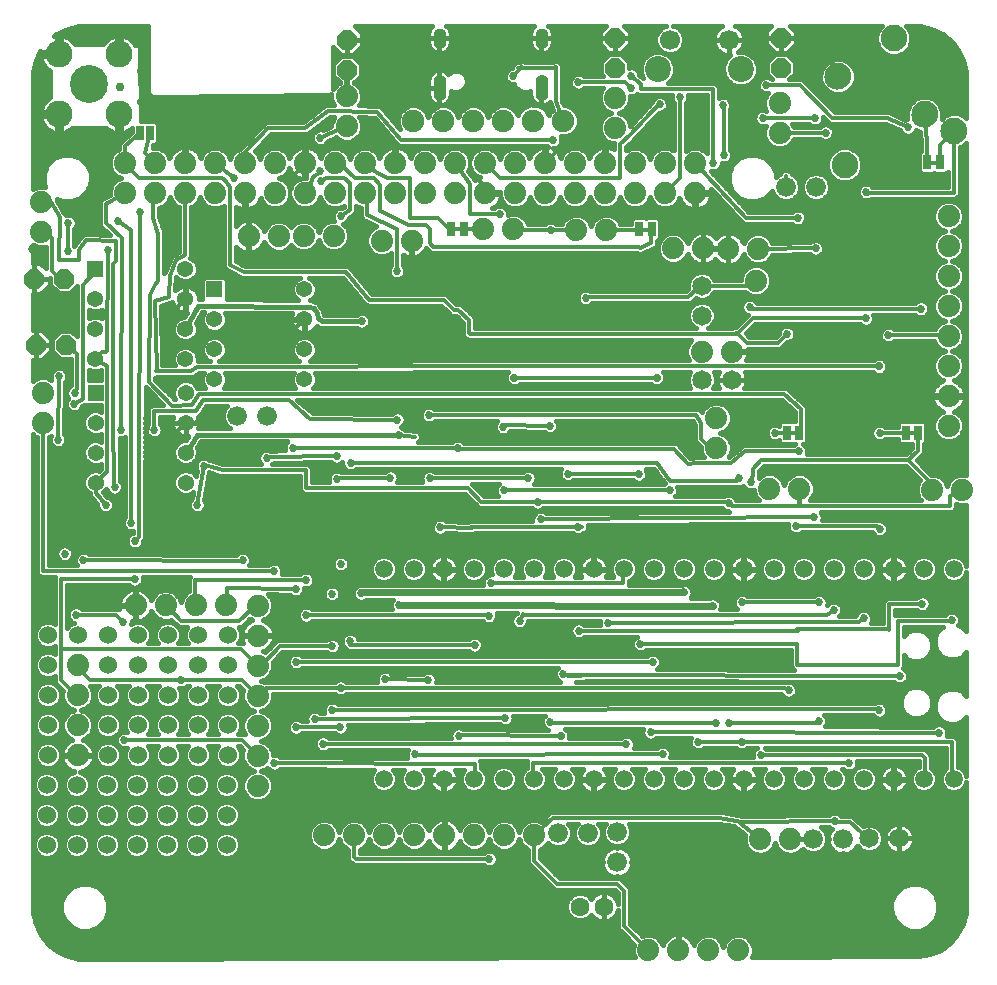
<source format=gbl>
G75*
%MOIN*%
%OFA0B0*%
%FSLAX25Y25*%
%IPPOS*%
%LPD*%
%AMOC8*
5,1,8,0,0,1.08239X$1,22.5*
%
%ADD10C,0.07400*%
%ADD11C,0.09000*%
%ADD12C,0.12661*%
%ADD13OC8,0.06600*%
%ADD14C,0.05906*%
%ADD15C,0.06500*%
%ADD16C,0.06600*%
%ADD17R,0.05400X0.05400*%
%ADD18C,0.05400*%
%ADD19C,0.08850*%
%ADD20C,0.08500*%
%ADD21C,0.02975*%
%ADD22C,0.00039*%
%ADD23C,0.07500*%
%ADD24R,0.02500X0.05000*%
%ADD25R,0.02600X0.05000*%
%ADD26C,0.00050*%
%ADD27C,0.06299*%
%ADD28C,0.08661*%
%ADD29C,0.06693*%
%ADD30C,0.01600*%
%ADD31C,0.02700*%
%ADD32C,0.03200*%
%ADD33C,0.01200*%
%ADD34C,0.02000*%
%ADD35C,0.03000*%
%ADD36OC8,0.02700*%
%ADD37C,0.02400*%
%ADD38C,0.06000*%
D10*
X0059835Y0099628D03*
X0059835Y0109628D03*
X0059835Y0119628D03*
X0059835Y0129628D03*
X0079135Y0149628D03*
X0089135Y0149628D03*
X0099135Y0149628D03*
X0109135Y0149628D03*
X0119835Y0149528D03*
X0119835Y0139528D03*
X0119835Y0129528D03*
X0119835Y0119528D03*
X0119835Y0109528D03*
X0119835Y0099528D03*
X0119835Y0089528D03*
X0142035Y0072928D03*
X0152035Y0072928D03*
X0162035Y0072928D03*
X0172035Y0072928D03*
X0182035Y0072928D03*
X0192035Y0072928D03*
X0202035Y0072928D03*
X0212035Y0072928D03*
X0250035Y0034628D03*
X0260035Y0034628D03*
X0270035Y0034628D03*
X0280035Y0034628D03*
X0287335Y0071628D03*
X0297335Y0071628D03*
X0344635Y0188128D03*
X0354635Y0188128D03*
X0350135Y0209428D03*
X0350135Y0219428D03*
X0350135Y0229428D03*
X0350135Y0239428D03*
X0350135Y0249428D03*
X0350135Y0259428D03*
X0350135Y0269428D03*
X0350135Y0279428D03*
X0293785Y0307028D03*
X0293785Y0317028D03*
X0265645Y0297064D03*
X0255645Y0297064D03*
X0245645Y0297064D03*
X0235645Y0297064D03*
X0225645Y0297064D03*
X0215645Y0297064D03*
X0205645Y0297064D03*
X0195645Y0297064D03*
X0185645Y0297064D03*
X0175645Y0297064D03*
X0165645Y0297064D03*
X0155645Y0297064D03*
X0145645Y0297064D03*
X0135645Y0297064D03*
X0125645Y0297064D03*
X0115645Y0297064D03*
X0105645Y0297064D03*
X0095645Y0297064D03*
X0085645Y0297064D03*
X0075645Y0297064D03*
X0075645Y0287064D03*
X0085645Y0287064D03*
X0095645Y0287064D03*
X0105645Y0287064D03*
X0115645Y0287064D03*
X0125645Y0287064D03*
X0135645Y0287064D03*
X0145645Y0287064D03*
X0155645Y0287064D03*
X0165645Y0287064D03*
X0175645Y0287064D03*
X0185645Y0287064D03*
X0195645Y0287064D03*
X0205645Y0287064D03*
X0215645Y0287064D03*
X0225645Y0287064D03*
X0235645Y0287064D03*
X0245645Y0287064D03*
X0255645Y0287064D03*
X0265645Y0287064D03*
X0268335Y0268628D03*
X0276635Y0268528D03*
X0286635Y0268528D03*
X0285935Y0257828D03*
X0277835Y0234228D03*
X0267835Y0234228D03*
X0272735Y0212028D03*
X0272735Y0202028D03*
X0290435Y0188528D03*
X0300435Y0188528D03*
X0258335Y0268628D03*
X0236035Y0274728D03*
X0226035Y0274728D03*
X0205035Y0275028D03*
X0195035Y0275028D03*
X0171135Y0271228D03*
X0161135Y0271228D03*
X0145135Y0272728D03*
X0135135Y0272728D03*
X0126835Y0272628D03*
X0116835Y0272628D03*
X0149535Y0309278D03*
X0149535Y0319278D03*
X0171735Y0311128D03*
X0181735Y0311128D03*
X0191735Y0311128D03*
X0201735Y0311128D03*
X0211735Y0311128D03*
X0221735Y0311128D03*
X0238935Y0308828D03*
X0238935Y0318828D03*
X0047735Y0284128D03*
X0047735Y0274128D03*
X0048335Y0220528D03*
X0048335Y0210528D03*
D11*
X0053627Y0313334D03*
X0073627Y0313334D03*
X0073627Y0333334D03*
X0053627Y0333334D03*
D12*
X0063627Y0323334D03*
D13*
X0055435Y0258528D03*
X0045435Y0258528D03*
X0045835Y0236428D03*
X0055835Y0236428D03*
X0149635Y0328178D03*
X0149635Y0338178D03*
X0238885Y0338728D03*
X0238885Y0328728D03*
X0294235Y0328828D03*
X0294235Y0338828D03*
D14*
X0291835Y0161728D03*
X0281835Y0161728D03*
X0271835Y0161728D03*
X0261835Y0161728D03*
X0251835Y0161728D03*
X0241835Y0161728D03*
X0231835Y0161728D03*
X0221835Y0161728D03*
X0211835Y0161728D03*
X0201835Y0161728D03*
X0191835Y0161728D03*
X0181835Y0161728D03*
X0171835Y0161728D03*
X0161835Y0161728D03*
X0161835Y0091728D03*
X0171835Y0091728D03*
X0181835Y0091728D03*
X0191835Y0091728D03*
X0201835Y0091728D03*
X0211835Y0091728D03*
X0221835Y0091728D03*
X0231835Y0091728D03*
X0241835Y0091728D03*
X0251835Y0091728D03*
X0261835Y0091728D03*
X0271835Y0091728D03*
X0281835Y0091728D03*
X0291835Y0091728D03*
X0301835Y0091728D03*
X0311835Y0091728D03*
X0321835Y0091728D03*
X0331835Y0091728D03*
X0341835Y0091728D03*
X0351835Y0091728D03*
X0351835Y0161728D03*
X0341835Y0161728D03*
X0331835Y0161728D03*
X0321835Y0161728D03*
X0311835Y0161728D03*
X0301835Y0161728D03*
D15*
X0277835Y0224728D03*
X0267835Y0224728D03*
X0267835Y0246228D03*
X0267835Y0256228D03*
X0323735Y0071928D03*
X0333735Y0071928D03*
D16*
X0315035Y0071628D03*
X0315035Y0071628D03*
X0305035Y0071628D03*
X0305035Y0071628D03*
X0239635Y0074028D03*
X0239635Y0074028D03*
X0229935Y0073628D03*
X0229935Y0073628D03*
X0219935Y0073628D03*
X0219935Y0073628D03*
X0239635Y0064028D03*
X0239635Y0064028D03*
X0122935Y0212828D03*
X0122935Y0212828D03*
X0112935Y0212828D03*
X0112935Y0212828D03*
X0295835Y0289028D03*
X0295835Y0289028D03*
X0305835Y0289028D03*
X0305835Y0289028D03*
D17*
X0105435Y0254928D03*
X0065735Y0261728D03*
X0065835Y0220528D03*
D18*
X0065835Y0210528D03*
X0065835Y0200528D03*
X0065835Y0190528D03*
X0095835Y0190528D03*
X0095835Y0200528D03*
X0095835Y0210528D03*
X0095835Y0220528D03*
X0105435Y0224928D03*
X0105435Y0234928D03*
X0105435Y0244928D03*
X0095735Y0241728D03*
X0095735Y0231728D03*
X0095735Y0251728D03*
X0095735Y0261728D03*
X0065735Y0251728D03*
X0065735Y0241728D03*
X0065735Y0231728D03*
X0135435Y0234928D03*
X0135435Y0244928D03*
X0135435Y0254928D03*
X0135435Y0224928D03*
D19*
X0313435Y0325928D03*
X0331935Y0338728D03*
X0342135Y0313328D03*
X0352035Y0307828D03*
X0315535Y0296428D03*
D20*
X0315535Y0296528D03*
X0313035Y0325828D03*
X0332035Y0338728D03*
X0341935Y0313028D03*
X0351635Y0307628D03*
D21*
X0214435Y0320743D02*
X0214435Y0323717D01*
X0214435Y0337199D02*
X0214435Y0340174D01*
X0180435Y0340174D02*
X0180435Y0337199D01*
X0180435Y0323717D02*
X0180435Y0320743D01*
D22*
X0182403Y0320757D02*
X0178466Y0320757D01*
X0178466Y0320795D02*
X0182403Y0320795D01*
X0182403Y0320833D02*
X0178466Y0320833D01*
X0178466Y0320870D02*
X0182403Y0320870D01*
X0182403Y0320908D02*
X0178466Y0320908D01*
X0178466Y0320946D02*
X0182403Y0320946D01*
X0182403Y0320984D02*
X0178466Y0320984D01*
X0178466Y0321022D02*
X0182403Y0321022D01*
X0182403Y0321060D02*
X0178466Y0321060D01*
X0178466Y0321098D02*
X0182403Y0321098D01*
X0182403Y0321136D02*
X0178466Y0321136D01*
X0178466Y0321173D02*
X0182403Y0321173D01*
X0182403Y0321211D02*
X0178466Y0321211D01*
X0178466Y0321249D02*
X0182403Y0321249D01*
X0182403Y0321287D02*
X0178466Y0321287D01*
X0178466Y0321325D02*
X0182403Y0321325D01*
X0182403Y0321363D02*
X0178466Y0321363D01*
X0178466Y0321401D02*
X0182403Y0321401D01*
X0182403Y0321439D02*
X0178466Y0321439D01*
X0178466Y0321477D02*
X0182403Y0321477D01*
X0182403Y0321514D02*
X0178466Y0321514D01*
X0178466Y0321552D02*
X0182403Y0321552D01*
X0182403Y0321590D02*
X0178466Y0321590D01*
X0178466Y0321628D02*
X0182403Y0321628D01*
X0182403Y0321666D02*
X0178466Y0321666D01*
X0178466Y0321704D02*
X0182403Y0321704D01*
X0182403Y0321742D02*
X0178466Y0321742D01*
X0178466Y0321780D02*
X0182403Y0321780D01*
X0182403Y0321817D02*
X0178466Y0321817D01*
X0178466Y0321855D02*
X0182403Y0321855D01*
X0182403Y0321893D02*
X0178466Y0321893D01*
X0178466Y0321931D02*
X0182403Y0321931D01*
X0182403Y0321969D02*
X0178466Y0321969D01*
X0178466Y0322007D02*
X0182403Y0322007D01*
X0182403Y0322045D02*
X0178466Y0322045D01*
X0178466Y0322083D02*
X0182403Y0322083D01*
X0182403Y0322121D02*
X0178466Y0322121D01*
X0178466Y0322158D02*
X0182403Y0322158D01*
X0182403Y0322196D02*
X0178466Y0322196D01*
X0178466Y0322234D02*
X0182403Y0322234D01*
X0182403Y0322272D02*
X0178466Y0322272D01*
X0178466Y0322310D02*
X0182403Y0322310D01*
X0182403Y0322348D02*
X0178466Y0322348D01*
X0178466Y0322386D02*
X0182403Y0322386D01*
X0182403Y0322424D02*
X0178466Y0322424D01*
X0178466Y0322461D02*
X0182403Y0322461D01*
X0182403Y0322499D02*
X0178466Y0322499D01*
X0178466Y0322537D02*
X0182403Y0322537D01*
X0182403Y0322575D02*
X0178466Y0322575D01*
X0178466Y0322613D02*
X0182403Y0322613D01*
X0182403Y0322651D02*
X0178466Y0322651D01*
X0178466Y0322689D02*
X0182403Y0322689D01*
X0182403Y0322727D02*
X0178466Y0322727D01*
X0178466Y0322764D02*
X0182403Y0322764D01*
X0182403Y0322802D02*
X0178466Y0322802D01*
X0178466Y0322840D02*
X0182403Y0322840D01*
X0182403Y0322878D02*
X0178466Y0322878D01*
X0178466Y0322916D02*
X0182403Y0322916D01*
X0182403Y0322954D02*
X0178466Y0322954D01*
X0178466Y0322992D02*
X0182403Y0322992D01*
X0182403Y0323030D02*
X0178466Y0323030D01*
X0178466Y0323068D02*
X0182403Y0323068D01*
X0182403Y0323105D02*
X0178466Y0323105D01*
X0178466Y0323143D02*
X0182403Y0323143D01*
X0182403Y0323181D02*
X0178466Y0323181D01*
X0178466Y0323219D02*
X0182403Y0323219D01*
X0182403Y0323257D02*
X0178466Y0323257D01*
X0178466Y0323295D02*
X0182403Y0323295D01*
X0182403Y0323333D02*
X0178466Y0323333D01*
X0178466Y0323371D02*
X0182403Y0323371D01*
X0182403Y0323408D02*
X0178466Y0323408D01*
X0178466Y0323446D02*
X0182403Y0323446D01*
X0182403Y0323484D02*
X0178466Y0323484D01*
X0178466Y0323522D02*
X0182403Y0323522D01*
X0182403Y0323560D02*
X0178466Y0323560D01*
X0178466Y0323598D02*
X0182403Y0323598D01*
X0182403Y0323636D02*
X0178466Y0323636D01*
X0178466Y0323674D02*
X0182403Y0323674D01*
X0182403Y0323712D02*
X0178466Y0323712D01*
X0178466Y0323749D02*
X0182403Y0323749D01*
X0182403Y0323787D02*
X0178466Y0323787D01*
X0178466Y0323825D02*
X0182403Y0323825D01*
X0182403Y0323863D02*
X0178466Y0323863D01*
X0178466Y0323901D02*
X0182403Y0323901D01*
X0182403Y0323939D02*
X0178466Y0323939D01*
X0178466Y0323977D02*
X0182403Y0323977D01*
X0182403Y0324015D02*
X0178466Y0324015D01*
X0178466Y0324052D02*
X0182403Y0324052D01*
X0182403Y0324090D02*
X0178466Y0324090D01*
X0178466Y0324128D02*
X0182403Y0324128D01*
X0182403Y0324166D02*
X0178466Y0324166D01*
X0178466Y0324204D02*
X0182403Y0324204D01*
X0182403Y0324242D02*
X0178466Y0324242D01*
X0178466Y0324280D02*
X0182403Y0324280D01*
X0182403Y0324318D02*
X0178466Y0324318D01*
X0178466Y0324356D02*
X0182403Y0324356D01*
X0182403Y0324393D02*
X0178466Y0324393D01*
X0178466Y0324395D02*
X0178466Y0320065D01*
X0178516Y0319627D01*
X0178661Y0319211D01*
X0178896Y0318837D01*
X0179207Y0318526D01*
X0179581Y0318291D01*
X0179997Y0318146D01*
X0180435Y0318096D01*
X0180873Y0318146D01*
X0181289Y0318291D01*
X0181662Y0318526D01*
X0181974Y0318837D01*
X0182208Y0319211D01*
X0182354Y0319627D01*
X0182403Y0320065D01*
X0182403Y0324395D01*
X0182354Y0324833D01*
X0182208Y0325249D01*
X0181974Y0325623D01*
X0181662Y0325934D01*
X0181289Y0326169D01*
X0180873Y0326315D01*
X0180435Y0326364D01*
X0179997Y0326315D01*
X0179581Y0326169D01*
X0179207Y0325934D01*
X0178896Y0325623D01*
X0178661Y0325249D01*
X0178516Y0324833D01*
X0178466Y0324395D01*
X0178470Y0324431D02*
X0182399Y0324431D01*
X0182395Y0324469D02*
X0178475Y0324469D01*
X0178479Y0324507D02*
X0182391Y0324507D01*
X0182386Y0324545D02*
X0178483Y0324545D01*
X0178487Y0324583D02*
X0182382Y0324583D01*
X0182378Y0324621D02*
X0178492Y0324621D01*
X0178496Y0324659D02*
X0182374Y0324659D01*
X0182369Y0324696D02*
X0178500Y0324696D01*
X0178504Y0324734D02*
X0182365Y0324734D01*
X0182361Y0324772D02*
X0178509Y0324772D01*
X0178513Y0324810D02*
X0182357Y0324810D01*
X0182349Y0324848D02*
X0178521Y0324848D01*
X0178534Y0324886D02*
X0182336Y0324886D01*
X0182322Y0324924D02*
X0178547Y0324924D01*
X0178560Y0324962D02*
X0182309Y0324962D01*
X0182296Y0324999D02*
X0178574Y0324999D01*
X0178587Y0325037D02*
X0182283Y0325037D01*
X0182269Y0325075D02*
X0178600Y0325075D01*
X0178613Y0325113D02*
X0182256Y0325113D01*
X0182243Y0325151D02*
X0178627Y0325151D01*
X0178640Y0325189D02*
X0182230Y0325189D01*
X0182216Y0325227D02*
X0178653Y0325227D01*
X0178671Y0325265D02*
X0182199Y0325265D01*
X0182175Y0325303D02*
X0178695Y0325303D01*
X0178718Y0325340D02*
X0182151Y0325340D01*
X0182127Y0325378D02*
X0178742Y0325378D01*
X0178766Y0325416D02*
X0182104Y0325416D01*
X0182080Y0325454D02*
X0178790Y0325454D01*
X0178814Y0325492D02*
X0182056Y0325492D01*
X0182032Y0325530D02*
X0178837Y0325530D01*
X0178861Y0325568D02*
X0182008Y0325568D01*
X0181985Y0325606D02*
X0178885Y0325606D01*
X0178916Y0325643D02*
X0181953Y0325643D01*
X0181915Y0325681D02*
X0178954Y0325681D01*
X0178992Y0325719D02*
X0181877Y0325719D01*
X0181839Y0325757D02*
X0179030Y0325757D01*
X0179068Y0325795D02*
X0181801Y0325795D01*
X0181764Y0325833D02*
X0179106Y0325833D01*
X0179144Y0325871D02*
X0181726Y0325871D01*
X0181688Y0325909D02*
X0179182Y0325909D01*
X0179227Y0325947D02*
X0181643Y0325947D01*
X0181582Y0325984D02*
X0179287Y0325984D01*
X0179347Y0326022D02*
X0181522Y0326022D01*
X0181462Y0326060D02*
X0179408Y0326060D01*
X0179468Y0326098D02*
X0181402Y0326098D01*
X0181341Y0326136D02*
X0179528Y0326136D01*
X0179595Y0326174D02*
X0181275Y0326174D01*
X0181167Y0326212D02*
X0179703Y0326212D01*
X0179811Y0326250D02*
X0181058Y0326250D01*
X0180950Y0326287D02*
X0179919Y0326287D01*
X0180093Y0326325D02*
X0180777Y0326325D01*
X0180440Y0326363D02*
X0180429Y0326363D01*
X0178466Y0320719D02*
X0182403Y0320719D01*
X0182403Y0320681D02*
X0178466Y0320681D01*
X0178466Y0320643D02*
X0182403Y0320643D01*
X0182403Y0320605D02*
X0178466Y0320605D01*
X0178466Y0320567D02*
X0182403Y0320567D01*
X0182403Y0320529D02*
X0178466Y0320529D01*
X0178466Y0320492D02*
X0182403Y0320492D01*
X0182403Y0320454D02*
X0178466Y0320454D01*
X0178466Y0320416D02*
X0182403Y0320416D01*
X0182403Y0320378D02*
X0178466Y0320378D01*
X0178466Y0320340D02*
X0182403Y0320340D01*
X0182403Y0320302D02*
X0178466Y0320302D01*
X0178466Y0320264D02*
X0182403Y0320264D01*
X0182403Y0320226D02*
X0178466Y0320226D01*
X0178466Y0320189D02*
X0182403Y0320189D01*
X0182403Y0320151D02*
X0178466Y0320151D01*
X0178466Y0320113D02*
X0182403Y0320113D01*
X0182403Y0320075D02*
X0178466Y0320075D01*
X0178469Y0320037D02*
X0182400Y0320037D01*
X0182396Y0319999D02*
X0178474Y0319999D01*
X0178478Y0319961D02*
X0182392Y0319961D01*
X0182387Y0319923D02*
X0178482Y0319923D01*
X0178486Y0319886D02*
X0182383Y0319886D01*
X0182379Y0319848D02*
X0178491Y0319848D01*
X0178495Y0319810D02*
X0182375Y0319810D01*
X0182370Y0319772D02*
X0178499Y0319772D01*
X0178503Y0319734D02*
X0182366Y0319734D01*
X0182362Y0319696D02*
X0178508Y0319696D01*
X0178512Y0319658D02*
X0182357Y0319658D01*
X0182352Y0319620D02*
X0178518Y0319620D01*
X0178531Y0319582D02*
X0182338Y0319582D01*
X0182325Y0319545D02*
X0178544Y0319545D01*
X0178558Y0319507D02*
X0182312Y0319507D01*
X0182299Y0319469D02*
X0178571Y0319469D01*
X0178584Y0319431D02*
X0182285Y0319431D01*
X0182272Y0319393D02*
X0178597Y0319393D01*
X0178611Y0319355D02*
X0182259Y0319355D01*
X0182246Y0319317D02*
X0178624Y0319317D01*
X0178637Y0319279D02*
X0182232Y0319279D01*
X0182219Y0319242D02*
X0178650Y0319242D01*
X0178666Y0319204D02*
X0182204Y0319204D01*
X0182180Y0319166D02*
X0178689Y0319166D01*
X0178713Y0319128D02*
X0182156Y0319128D01*
X0182133Y0319090D02*
X0178737Y0319090D01*
X0178761Y0319052D02*
X0182109Y0319052D01*
X0182085Y0319014D02*
X0178785Y0319014D01*
X0178808Y0318976D02*
X0182061Y0318976D01*
X0182037Y0318938D02*
X0178832Y0318938D01*
X0178856Y0318901D02*
X0182014Y0318901D01*
X0181990Y0318863D02*
X0178880Y0318863D01*
X0178908Y0318825D02*
X0181961Y0318825D01*
X0181923Y0318787D02*
X0178946Y0318787D01*
X0178984Y0318749D02*
X0181886Y0318749D01*
X0181848Y0318711D02*
X0179022Y0318711D01*
X0179060Y0318673D02*
X0181810Y0318673D01*
X0181772Y0318635D02*
X0179098Y0318635D01*
X0179135Y0318598D02*
X0181734Y0318598D01*
X0181696Y0318560D02*
X0179173Y0318560D01*
X0179214Y0318522D02*
X0181656Y0318522D01*
X0181596Y0318484D02*
X0179274Y0318484D01*
X0179334Y0318446D02*
X0181535Y0318446D01*
X0181475Y0318408D02*
X0179394Y0318408D01*
X0179455Y0318370D02*
X0181415Y0318370D01*
X0181355Y0318332D02*
X0179515Y0318332D01*
X0179575Y0318294D02*
X0181294Y0318294D01*
X0181190Y0318257D02*
X0179679Y0318257D01*
X0179787Y0318219D02*
X0181082Y0318219D01*
X0180974Y0318181D02*
X0179896Y0318181D01*
X0180019Y0318143D02*
X0180850Y0318143D01*
X0180514Y0318105D02*
X0180355Y0318105D01*
X0180435Y0335537D02*
X0179997Y0335586D01*
X0179581Y0335732D01*
X0179207Y0335967D01*
X0178896Y0336278D01*
X0178661Y0336652D01*
X0178516Y0337068D01*
X0178466Y0337506D01*
X0178466Y0339868D01*
X0178516Y0340306D01*
X0178661Y0340722D01*
X0178896Y0341095D01*
X0179207Y0341407D01*
X0179581Y0341641D01*
X0179997Y0341787D01*
X0180435Y0341836D01*
X0180873Y0341787D01*
X0181289Y0341641D01*
X0181662Y0341407D01*
X0181974Y0341095D01*
X0182208Y0340722D01*
X0182354Y0340306D01*
X0182403Y0339868D01*
X0182403Y0337506D01*
X0182354Y0337068D01*
X0182208Y0336652D01*
X0181974Y0336278D01*
X0181662Y0335967D01*
X0181289Y0335732D01*
X0180873Y0335586D01*
X0180435Y0335537D01*
X0180157Y0335568D02*
X0180713Y0335568D01*
X0180929Y0335606D02*
X0179940Y0335606D01*
X0179832Y0335644D02*
X0181038Y0335644D01*
X0181146Y0335682D02*
X0179723Y0335682D01*
X0179615Y0335720D02*
X0181254Y0335720D01*
X0181330Y0335758D02*
X0179540Y0335758D01*
X0179479Y0335796D02*
X0181390Y0335796D01*
X0181450Y0335834D02*
X0179419Y0335834D01*
X0179359Y0335871D02*
X0181511Y0335871D01*
X0181571Y0335909D02*
X0179298Y0335909D01*
X0179238Y0335947D02*
X0181631Y0335947D01*
X0181681Y0335985D02*
X0179189Y0335985D01*
X0179151Y0336023D02*
X0181719Y0336023D01*
X0181756Y0336061D02*
X0179113Y0336061D01*
X0179075Y0336099D02*
X0181794Y0336099D01*
X0181832Y0336137D02*
X0179037Y0336137D01*
X0178999Y0336175D02*
X0181870Y0336175D01*
X0181908Y0336212D02*
X0178962Y0336212D01*
X0178924Y0336250D02*
X0181946Y0336250D01*
X0181980Y0336288D02*
X0178889Y0336288D01*
X0178866Y0336326D02*
X0182004Y0336326D01*
X0182028Y0336364D02*
X0178842Y0336364D01*
X0178818Y0336402D02*
X0182051Y0336402D01*
X0182075Y0336440D02*
X0178794Y0336440D01*
X0178770Y0336478D02*
X0182099Y0336478D01*
X0182123Y0336515D02*
X0178747Y0336515D01*
X0178723Y0336553D02*
X0182147Y0336553D01*
X0182170Y0336591D02*
X0178699Y0336591D01*
X0178675Y0336629D02*
X0182194Y0336629D01*
X0182214Y0336667D02*
X0178656Y0336667D01*
X0178643Y0336705D02*
X0182227Y0336705D01*
X0182240Y0336743D02*
X0178629Y0336743D01*
X0178616Y0336781D02*
X0182253Y0336781D01*
X0182267Y0336818D02*
X0178603Y0336818D01*
X0178589Y0336856D02*
X0182280Y0336856D01*
X0182293Y0336894D02*
X0178576Y0336894D01*
X0178563Y0336932D02*
X0182306Y0336932D01*
X0182320Y0336970D02*
X0178550Y0336970D01*
X0178536Y0337008D02*
X0182333Y0337008D01*
X0182346Y0337046D02*
X0178523Y0337046D01*
X0178514Y0337084D02*
X0182356Y0337084D01*
X0182360Y0337122D02*
X0178510Y0337122D01*
X0178505Y0337159D02*
X0182364Y0337159D01*
X0182369Y0337197D02*
X0178501Y0337197D01*
X0178497Y0337235D02*
X0182373Y0337235D01*
X0182377Y0337273D02*
X0178492Y0337273D01*
X0178488Y0337311D02*
X0182381Y0337311D01*
X0182386Y0337349D02*
X0178484Y0337349D01*
X0178480Y0337387D02*
X0182390Y0337387D01*
X0182394Y0337425D02*
X0178475Y0337425D01*
X0178471Y0337462D02*
X0182398Y0337462D01*
X0182403Y0337500D02*
X0178467Y0337500D01*
X0178466Y0337538D02*
X0182403Y0337538D01*
X0182403Y0337576D02*
X0178466Y0337576D01*
X0178466Y0337614D02*
X0182403Y0337614D01*
X0182403Y0337652D02*
X0178466Y0337652D01*
X0178466Y0337690D02*
X0182403Y0337690D01*
X0182403Y0337728D02*
X0178466Y0337728D01*
X0178466Y0337766D02*
X0182403Y0337766D01*
X0182403Y0337803D02*
X0178466Y0337803D01*
X0178466Y0337841D02*
X0182403Y0337841D01*
X0182403Y0337879D02*
X0178466Y0337879D01*
X0178466Y0337917D02*
X0182403Y0337917D01*
X0182403Y0337955D02*
X0178466Y0337955D01*
X0178466Y0337993D02*
X0182403Y0337993D01*
X0182403Y0338031D02*
X0178466Y0338031D01*
X0178466Y0338069D02*
X0182403Y0338069D01*
X0182403Y0338106D02*
X0178466Y0338106D01*
X0178466Y0338144D02*
X0182403Y0338144D01*
X0182403Y0338182D02*
X0178466Y0338182D01*
X0178466Y0338220D02*
X0182403Y0338220D01*
X0182403Y0338258D02*
X0178466Y0338258D01*
X0178466Y0338296D02*
X0182403Y0338296D01*
X0182403Y0338334D02*
X0178466Y0338334D01*
X0178466Y0338372D02*
X0182403Y0338372D01*
X0182403Y0338410D02*
X0178466Y0338410D01*
X0178466Y0338447D02*
X0182403Y0338447D01*
X0182403Y0338485D02*
X0178466Y0338485D01*
X0178466Y0338523D02*
X0182403Y0338523D01*
X0182403Y0338561D02*
X0178466Y0338561D01*
X0178466Y0338599D02*
X0182403Y0338599D01*
X0182403Y0338637D02*
X0178466Y0338637D01*
X0178466Y0338675D02*
X0182403Y0338675D01*
X0182403Y0338713D02*
X0178466Y0338713D01*
X0178466Y0338750D02*
X0182403Y0338750D01*
X0182403Y0338788D02*
X0178466Y0338788D01*
X0178466Y0338826D02*
X0182403Y0338826D01*
X0182403Y0338864D02*
X0178466Y0338864D01*
X0178466Y0338902D02*
X0182403Y0338902D01*
X0182403Y0338940D02*
X0178466Y0338940D01*
X0178466Y0338978D02*
X0182403Y0338978D01*
X0182403Y0339016D02*
X0178466Y0339016D01*
X0178466Y0339053D02*
X0182403Y0339053D01*
X0182403Y0339091D02*
X0178466Y0339091D01*
X0178466Y0339129D02*
X0182403Y0339129D01*
X0182403Y0339167D02*
X0178466Y0339167D01*
X0178466Y0339205D02*
X0182403Y0339205D01*
X0182403Y0339243D02*
X0178466Y0339243D01*
X0178466Y0339281D02*
X0182403Y0339281D01*
X0182403Y0339319D02*
X0178466Y0339319D01*
X0178466Y0339357D02*
X0182403Y0339357D01*
X0182403Y0339394D02*
X0178466Y0339394D01*
X0178466Y0339432D02*
X0182403Y0339432D01*
X0182403Y0339470D02*
X0178466Y0339470D01*
X0178466Y0339508D02*
X0182403Y0339508D01*
X0182403Y0339546D02*
X0178466Y0339546D01*
X0178466Y0339584D02*
X0182403Y0339584D01*
X0182403Y0339622D02*
X0178466Y0339622D01*
X0178466Y0339660D02*
X0182403Y0339660D01*
X0182403Y0339697D02*
X0178466Y0339697D01*
X0178466Y0339735D02*
X0182403Y0339735D01*
X0182403Y0339773D02*
X0178466Y0339773D01*
X0178466Y0339811D02*
X0182403Y0339811D01*
X0182403Y0339849D02*
X0178466Y0339849D01*
X0178468Y0339887D02*
X0182401Y0339887D01*
X0182397Y0339925D02*
X0178473Y0339925D01*
X0178477Y0339963D02*
X0182393Y0339963D01*
X0182388Y0340001D02*
X0178481Y0340001D01*
X0178485Y0340038D02*
X0182384Y0340038D01*
X0182380Y0340076D02*
X0178490Y0340076D01*
X0178494Y0340114D02*
X0182375Y0340114D01*
X0182371Y0340152D02*
X0178498Y0340152D01*
X0178503Y0340190D02*
X0182367Y0340190D01*
X0182363Y0340228D02*
X0178507Y0340228D01*
X0178511Y0340266D02*
X0182358Y0340266D01*
X0182354Y0340304D02*
X0178515Y0340304D01*
X0178528Y0340341D02*
X0182341Y0340341D01*
X0182328Y0340379D02*
X0178541Y0340379D01*
X0178555Y0340417D02*
X0182315Y0340417D01*
X0182302Y0340455D02*
X0178568Y0340455D01*
X0178581Y0340493D02*
X0182288Y0340493D01*
X0182275Y0340531D02*
X0178594Y0340531D01*
X0178608Y0340569D02*
X0182262Y0340569D01*
X0182249Y0340607D02*
X0178621Y0340607D01*
X0178634Y0340645D02*
X0182235Y0340645D01*
X0182222Y0340682D02*
X0178647Y0340682D01*
X0178661Y0340720D02*
X0182209Y0340720D01*
X0182186Y0340758D02*
X0178684Y0340758D01*
X0178708Y0340796D02*
X0182162Y0340796D01*
X0182138Y0340834D02*
X0178732Y0340834D01*
X0178755Y0340872D02*
X0182114Y0340872D01*
X0182090Y0340910D02*
X0178779Y0340910D01*
X0178803Y0340948D02*
X0182067Y0340948D01*
X0182043Y0340985D02*
X0178827Y0340985D01*
X0178851Y0341023D02*
X0182019Y0341023D01*
X0181995Y0341061D02*
X0178874Y0341061D01*
X0178900Y0341099D02*
X0181970Y0341099D01*
X0181932Y0341137D02*
X0178938Y0341137D01*
X0178975Y0341175D02*
X0181894Y0341175D01*
X0181856Y0341213D02*
X0179013Y0341213D01*
X0179051Y0341251D02*
X0181818Y0341251D01*
X0181780Y0341288D02*
X0179089Y0341288D01*
X0179127Y0341326D02*
X0181743Y0341326D01*
X0181705Y0341364D02*
X0179165Y0341364D01*
X0179203Y0341402D02*
X0181667Y0341402D01*
X0181609Y0341440D02*
X0179260Y0341440D01*
X0179321Y0341478D02*
X0181549Y0341478D01*
X0181489Y0341516D02*
X0179381Y0341516D01*
X0179441Y0341554D02*
X0181428Y0341554D01*
X0181368Y0341592D02*
X0179501Y0341592D01*
X0179562Y0341629D02*
X0181308Y0341629D01*
X0181215Y0341667D02*
X0179655Y0341667D01*
X0179763Y0341705D02*
X0181106Y0341705D01*
X0180998Y0341743D02*
X0179871Y0341743D01*
X0179980Y0341781D02*
X0180890Y0341781D01*
X0180590Y0341819D02*
X0180280Y0341819D01*
X0212466Y0339868D02*
X0212466Y0337506D01*
X0212516Y0337068D01*
X0212661Y0336652D01*
X0212896Y0336278D01*
X0213207Y0335967D01*
X0213581Y0335732D01*
X0213997Y0335586D01*
X0214435Y0335537D01*
X0214873Y0335586D01*
X0215289Y0335732D01*
X0215662Y0335967D01*
X0215974Y0336278D01*
X0216208Y0336652D01*
X0216354Y0337068D01*
X0216403Y0337506D01*
X0216403Y0339868D01*
X0216354Y0340306D01*
X0216208Y0340722D01*
X0215974Y0341095D01*
X0215662Y0341407D01*
X0215289Y0341641D01*
X0214873Y0341787D01*
X0214435Y0341836D01*
X0213997Y0341787D01*
X0213581Y0341641D01*
X0213207Y0341407D01*
X0212896Y0341095D01*
X0212661Y0340722D01*
X0212516Y0340306D01*
X0212466Y0339868D01*
X0212466Y0339849D02*
X0216403Y0339849D01*
X0216403Y0339811D02*
X0212466Y0339811D01*
X0212466Y0339773D02*
X0216403Y0339773D01*
X0216403Y0339735D02*
X0212466Y0339735D01*
X0212466Y0339697D02*
X0216403Y0339697D01*
X0216403Y0339660D02*
X0212466Y0339660D01*
X0212466Y0339622D02*
X0216403Y0339622D01*
X0216403Y0339584D02*
X0212466Y0339584D01*
X0212466Y0339546D02*
X0216403Y0339546D01*
X0216403Y0339508D02*
X0212466Y0339508D01*
X0212466Y0339470D02*
X0216403Y0339470D01*
X0216403Y0339432D02*
X0212466Y0339432D01*
X0212466Y0339394D02*
X0216403Y0339394D01*
X0216403Y0339357D02*
X0212466Y0339357D01*
X0212466Y0339319D02*
X0216403Y0339319D01*
X0216403Y0339281D02*
X0212466Y0339281D01*
X0212466Y0339243D02*
X0216403Y0339243D01*
X0216403Y0339205D02*
X0212466Y0339205D01*
X0212466Y0339167D02*
X0216403Y0339167D01*
X0216403Y0339129D02*
X0212466Y0339129D01*
X0212466Y0339091D02*
X0216403Y0339091D01*
X0216403Y0339053D02*
X0212466Y0339053D01*
X0212466Y0339016D02*
X0216403Y0339016D01*
X0216403Y0338978D02*
X0212466Y0338978D01*
X0212466Y0338940D02*
X0216403Y0338940D01*
X0216403Y0338902D02*
X0212466Y0338902D01*
X0212466Y0338864D02*
X0216403Y0338864D01*
X0216403Y0338826D02*
X0212466Y0338826D01*
X0212466Y0338788D02*
X0216403Y0338788D01*
X0216403Y0338750D02*
X0212466Y0338750D01*
X0212466Y0338713D02*
X0216403Y0338713D01*
X0216403Y0338675D02*
X0212466Y0338675D01*
X0212466Y0338637D02*
X0216403Y0338637D01*
X0216403Y0338599D02*
X0212466Y0338599D01*
X0212466Y0338561D02*
X0216403Y0338561D01*
X0216403Y0338523D02*
X0212466Y0338523D01*
X0212466Y0338485D02*
X0216403Y0338485D01*
X0216403Y0338447D02*
X0212466Y0338447D01*
X0212466Y0338410D02*
X0216403Y0338410D01*
X0216403Y0338372D02*
X0212466Y0338372D01*
X0212466Y0338334D02*
X0216403Y0338334D01*
X0216403Y0338296D02*
X0212466Y0338296D01*
X0212466Y0338258D02*
X0216403Y0338258D01*
X0216403Y0338220D02*
X0212466Y0338220D01*
X0212466Y0338182D02*
X0216403Y0338182D01*
X0216403Y0338144D02*
X0212466Y0338144D01*
X0212466Y0338106D02*
X0216403Y0338106D01*
X0216403Y0338069D02*
X0212466Y0338069D01*
X0212466Y0338031D02*
X0216403Y0338031D01*
X0216403Y0337993D02*
X0212466Y0337993D01*
X0212466Y0337955D02*
X0216403Y0337955D01*
X0216403Y0337917D02*
X0212466Y0337917D01*
X0212466Y0337879D02*
X0216403Y0337879D01*
X0216403Y0337841D02*
X0212466Y0337841D01*
X0212466Y0337803D02*
X0216403Y0337803D01*
X0216403Y0337766D02*
X0212466Y0337766D01*
X0212466Y0337728D02*
X0216403Y0337728D01*
X0216403Y0337690D02*
X0212466Y0337690D01*
X0212466Y0337652D02*
X0216403Y0337652D01*
X0216403Y0337614D02*
X0212466Y0337614D01*
X0212466Y0337576D02*
X0216403Y0337576D01*
X0216403Y0337538D02*
X0212466Y0337538D01*
X0212467Y0337500D02*
X0216403Y0337500D01*
X0216398Y0337462D02*
X0212471Y0337462D01*
X0212475Y0337425D02*
X0216394Y0337425D01*
X0216390Y0337387D02*
X0212480Y0337387D01*
X0212484Y0337349D02*
X0216386Y0337349D01*
X0216381Y0337311D02*
X0212488Y0337311D01*
X0212492Y0337273D02*
X0216377Y0337273D01*
X0216373Y0337235D02*
X0212497Y0337235D01*
X0212501Y0337197D02*
X0216369Y0337197D01*
X0216364Y0337159D02*
X0212505Y0337159D01*
X0212510Y0337122D02*
X0216360Y0337122D01*
X0216356Y0337084D02*
X0212514Y0337084D01*
X0212523Y0337046D02*
X0216346Y0337046D01*
X0216333Y0337008D02*
X0212536Y0337008D01*
X0212550Y0336970D02*
X0216320Y0336970D01*
X0216306Y0336932D02*
X0212563Y0336932D01*
X0212576Y0336894D02*
X0216293Y0336894D01*
X0216280Y0336856D02*
X0212589Y0336856D01*
X0212603Y0336818D02*
X0216267Y0336818D01*
X0216253Y0336781D02*
X0212616Y0336781D01*
X0212629Y0336743D02*
X0216240Y0336743D01*
X0216227Y0336705D02*
X0212643Y0336705D01*
X0212656Y0336667D02*
X0216214Y0336667D01*
X0216194Y0336629D02*
X0212675Y0336629D01*
X0212699Y0336591D02*
X0216170Y0336591D01*
X0216147Y0336553D02*
X0212723Y0336553D01*
X0212747Y0336515D02*
X0216123Y0336515D01*
X0216099Y0336478D02*
X0212770Y0336478D01*
X0212794Y0336440D02*
X0216075Y0336440D01*
X0216051Y0336402D02*
X0212818Y0336402D01*
X0212842Y0336364D02*
X0216028Y0336364D01*
X0216004Y0336326D02*
X0212866Y0336326D01*
X0212889Y0336288D02*
X0215980Y0336288D01*
X0215946Y0336250D02*
X0212924Y0336250D01*
X0212962Y0336212D02*
X0215908Y0336212D01*
X0215870Y0336175D02*
X0212999Y0336175D01*
X0213037Y0336137D02*
X0215832Y0336137D01*
X0215794Y0336099D02*
X0213075Y0336099D01*
X0213113Y0336061D02*
X0215756Y0336061D01*
X0215719Y0336023D02*
X0213151Y0336023D01*
X0213189Y0335985D02*
X0215681Y0335985D01*
X0215631Y0335947D02*
X0213238Y0335947D01*
X0213298Y0335909D02*
X0215571Y0335909D01*
X0215511Y0335871D02*
X0213359Y0335871D01*
X0213419Y0335834D02*
X0215450Y0335834D01*
X0215390Y0335796D02*
X0213479Y0335796D01*
X0213540Y0335758D02*
X0215330Y0335758D01*
X0215254Y0335720D02*
X0213615Y0335720D01*
X0213723Y0335682D02*
X0215146Y0335682D01*
X0215038Y0335644D02*
X0213832Y0335644D01*
X0213940Y0335606D02*
X0214929Y0335606D01*
X0214713Y0335568D02*
X0214157Y0335568D01*
X0212468Y0339887D02*
X0216401Y0339887D01*
X0216397Y0339925D02*
X0212473Y0339925D01*
X0212477Y0339963D02*
X0216393Y0339963D01*
X0216388Y0340001D02*
X0212481Y0340001D01*
X0212485Y0340038D02*
X0216384Y0340038D01*
X0216380Y0340076D02*
X0212490Y0340076D01*
X0212494Y0340114D02*
X0216375Y0340114D01*
X0216371Y0340152D02*
X0212498Y0340152D01*
X0212503Y0340190D02*
X0216367Y0340190D01*
X0216363Y0340228D02*
X0212507Y0340228D01*
X0212511Y0340266D02*
X0216358Y0340266D01*
X0216354Y0340304D02*
X0212515Y0340304D01*
X0212528Y0340341D02*
X0216341Y0340341D01*
X0216328Y0340379D02*
X0212541Y0340379D01*
X0212555Y0340417D02*
X0216315Y0340417D01*
X0216302Y0340455D02*
X0212568Y0340455D01*
X0212581Y0340493D02*
X0216288Y0340493D01*
X0216275Y0340531D02*
X0212594Y0340531D01*
X0212608Y0340569D02*
X0216262Y0340569D01*
X0216249Y0340607D02*
X0212621Y0340607D01*
X0212634Y0340645D02*
X0216235Y0340645D01*
X0216222Y0340682D02*
X0212647Y0340682D01*
X0212661Y0340720D02*
X0216209Y0340720D01*
X0216186Y0340758D02*
X0212684Y0340758D01*
X0212708Y0340796D02*
X0216162Y0340796D01*
X0216138Y0340834D02*
X0212732Y0340834D01*
X0212755Y0340872D02*
X0216114Y0340872D01*
X0216090Y0340910D02*
X0212779Y0340910D01*
X0212803Y0340948D02*
X0216067Y0340948D01*
X0216043Y0340985D02*
X0212827Y0340985D01*
X0212851Y0341023D02*
X0216019Y0341023D01*
X0215995Y0341061D02*
X0212874Y0341061D01*
X0212900Y0341099D02*
X0215970Y0341099D01*
X0215932Y0341137D02*
X0212938Y0341137D01*
X0212975Y0341175D02*
X0215894Y0341175D01*
X0215856Y0341213D02*
X0213013Y0341213D01*
X0213051Y0341251D02*
X0215818Y0341251D01*
X0215780Y0341288D02*
X0213089Y0341288D01*
X0213127Y0341326D02*
X0215743Y0341326D01*
X0215705Y0341364D02*
X0213165Y0341364D01*
X0213203Y0341402D02*
X0215667Y0341402D01*
X0215609Y0341440D02*
X0213260Y0341440D01*
X0213321Y0341478D02*
X0215549Y0341478D01*
X0215489Y0341516D02*
X0213381Y0341516D01*
X0213441Y0341554D02*
X0215428Y0341554D01*
X0215368Y0341592D02*
X0213501Y0341592D01*
X0213562Y0341629D02*
X0215308Y0341629D01*
X0215215Y0341667D02*
X0213655Y0341667D01*
X0213763Y0341705D02*
X0215106Y0341705D01*
X0214998Y0341743D02*
X0213871Y0341743D01*
X0213980Y0341781D02*
X0214890Y0341781D01*
X0214590Y0341819D02*
X0214280Y0341819D01*
X0214435Y0326364D02*
X0213997Y0326315D01*
X0213581Y0326169D01*
X0213207Y0325934D01*
X0212896Y0325623D01*
X0212661Y0325249D01*
X0212516Y0324833D01*
X0212466Y0324395D01*
X0212466Y0320065D01*
X0212516Y0319627D01*
X0212661Y0319211D01*
X0212896Y0318837D01*
X0213207Y0318526D01*
X0213581Y0318291D01*
X0213997Y0318146D01*
X0214435Y0318096D01*
X0214873Y0318146D01*
X0215289Y0318291D01*
X0215662Y0318526D01*
X0215974Y0318837D01*
X0216208Y0319211D01*
X0216354Y0319627D01*
X0216403Y0320065D01*
X0216403Y0324395D01*
X0216354Y0324833D01*
X0216208Y0325249D01*
X0215974Y0325623D01*
X0215662Y0325934D01*
X0215289Y0326169D01*
X0214873Y0326315D01*
X0214435Y0326364D01*
X0214440Y0326363D02*
X0214429Y0326363D01*
X0214093Y0326325D02*
X0214777Y0326325D01*
X0214950Y0326287D02*
X0213919Y0326287D01*
X0213811Y0326250D02*
X0215058Y0326250D01*
X0215167Y0326212D02*
X0213703Y0326212D01*
X0213595Y0326174D02*
X0215275Y0326174D01*
X0215341Y0326136D02*
X0213528Y0326136D01*
X0213468Y0326098D02*
X0215402Y0326098D01*
X0215462Y0326060D02*
X0213408Y0326060D01*
X0213347Y0326022D02*
X0215522Y0326022D01*
X0215582Y0325984D02*
X0213287Y0325984D01*
X0213227Y0325947D02*
X0215643Y0325947D01*
X0215688Y0325909D02*
X0213182Y0325909D01*
X0213144Y0325871D02*
X0215726Y0325871D01*
X0215764Y0325833D02*
X0213106Y0325833D01*
X0213068Y0325795D02*
X0215801Y0325795D01*
X0215839Y0325757D02*
X0213030Y0325757D01*
X0212992Y0325719D02*
X0215877Y0325719D01*
X0215915Y0325681D02*
X0212954Y0325681D01*
X0212916Y0325643D02*
X0215953Y0325643D01*
X0215985Y0325606D02*
X0212885Y0325606D01*
X0212861Y0325568D02*
X0216008Y0325568D01*
X0216032Y0325530D02*
X0212837Y0325530D01*
X0212814Y0325492D02*
X0216056Y0325492D01*
X0216080Y0325454D02*
X0212790Y0325454D01*
X0212766Y0325416D02*
X0216104Y0325416D01*
X0216127Y0325378D02*
X0212742Y0325378D01*
X0212718Y0325340D02*
X0216151Y0325340D01*
X0216175Y0325303D02*
X0212695Y0325303D01*
X0212671Y0325265D02*
X0216199Y0325265D01*
X0216216Y0325227D02*
X0212653Y0325227D01*
X0212640Y0325189D02*
X0216230Y0325189D01*
X0216243Y0325151D02*
X0212627Y0325151D01*
X0212613Y0325113D02*
X0216256Y0325113D01*
X0216269Y0325075D02*
X0212600Y0325075D01*
X0212587Y0325037D02*
X0216283Y0325037D01*
X0216296Y0324999D02*
X0212574Y0324999D01*
X0212560Y0324962D02*
X0216309Y0324962D01*
X0216322Y0324924D02*
X0212547Y0324924D01*
X0212534Y0324886D02*
X0216336Y0324886D01*
X0216349Y0324848D02*
X0212521Y0324848D01*
X0212513Y0324810D02*
X0216357Y0324810D01*
X0216361Y0324772D02*
X0212509Y0324772D01*
X0212504Y0324734D02*
X0216365Y0324734D01*
X0216369Y0324696D02*
X0212500Y0324696D01*
X0212496Y0324659D02*
X0216374Y0324659D01*
X0216378Y0324621D02*
X0212492Y0324621D01*
X0212487Y0324583D02*
X0216382Y0324583D01*
X0216386Y0324545D02*
X0212483Y0324545D01*
X0212479Y0324507D02*
X0216391Y0324507D01*
X0216395Y0324469D02*
X0212475Y0324469D01*
X0212470Y0324431D02*
X0216399Y0324431D01*
X0216403Y0324393D02*
X0212466Y0324393D01*
X0212466Y0324356D02*
X0216403Y0324356D01*
X0216403Y0324318D02*
X0212466Y0324318D01*
X0212466Y0324280D02*
X0216403Y0324280D01*
X0216403Y0324242D02*
X0212466Y0324242D01*
X0212466Y0324204D02*
X0216403Y0324204D01*
X0216403Y0324166D02*
X0212466Y0324166D01*
X0212466Y0324128D02*
X0216403Y0324128D01*
X0216403Y0324090D02*
X0212466Y0324090D01*
X0212466Y0324052D02*
X0216403Y0324052D01*
X0216403Y0324015D02*
X0212466Y0324015D01*
X0212466Y0323977D02*
X0216403Y0323977D01*
X0216403Y0323939D02*
X0212466Y0323939D01*
X0212466Y0323901D02*
X0216403Y0323901D01*
X0216403Y0323863D02*
X0212466Y0323863D01*
X0212466Y0323825D02*
X0216403Y0323825D01*
X0216403Y0323787D02*
X0212466Y0323787D01*
X0212466Y0323749D02*
X0216403Y0323749D01*
X0216403Y0323712D02*
X0212466Y0323712D01*
X0212466Y0323674D02*
X0216403Y0323674D01*
X0216403Y0323636D02*
X0212466Y0323636D01*
X0212466Y0323598D02*
X0216403Y0323598D01*
X0216403Y0323560D02*
X0212466Y0323560D01*
X0212466Y0323522D02*
X0216403Y0323522D01*
X0216403Y0323484D02*
X0212466Y0323484D01*
X0212466Y0323446D02*
X0216403Y0323446D01*
X0216403Y0323408D02*
X0212466Y0323408D01*
X0212466Y0323371D02*
X0216403Y0323371D01*
X0216403Y0323333D02*
X0212466Y0323333D01*
X0212466Y0323295D02*
X0216403Y0323295D01*
X0216403Y0323257D02*
X0212466Y0323257D01*
X0212466Y0323219D02*
X0216403Y0323219D01*
X0216403Y0323181D02*
X0212466Y0323181D01*
X0212466Y0323143D02*
X0216403Y0323143D01*
X0216403Y0323105D02*
X0212466Y0323105D01*
X0212466Y0323068D02*
X0216403Y0323068D01*
X0216403Y0323030D02*
X0212466Y0323030D01*
X0212466Y0322992D02*
X0216403Y0322992D01*
X0216403Y0322954D02*
X0212466Y0322954D01*
X0212466Y0322916D02*
X0216403Y0322916D01*
X0216403Y0322878D02*
X0212466Y0322878D01*
X0212466Y0322840D02*
X0216403Y0322840D01*
X0216403Y0322802D02*
X0212466Y0322802D01*
X0212466Y0322764D02*
X0216403Y0322764D01*
X0216403Y0322727D02*
X0212466Y0322727D01*
X0212466Y0322689D02*
X0216403Y0322689D01*
X0216403Y0322651D02*
X0212466Y0322651D01*
X0212466Y0322613D02*
X0216403Y0322613D01*
X0216403Y0322575D02*
X0212466Y0322575D01*
X0212466Y0322537D02*
X0216403Y0322537D01*
X0216403Y0322499D02*
X0212466Y0322499D01*
X0212466Y0322461D02*
X0216403Y0322461D01*
X0216403Y0322424D02*
X0212466Y0322424D01*
X0212466Y0322386D02*
X0216403Y0322386D01*
X0216403Y0322348D02*
X0212466Y0322348D01*
X0212466Y0322310D02*
X0216403Y0322310D01*
X0216403Y0322272D02*
X0212466Y0322272D01*
X0212466Y0322234D02*
X0216403Y0322234D01*
X0216403Y0322196D02*
X0212466Y0322196D01*
X0212466Y0322158D02*
X0216403Y0322158D01*
X0216403Y0322121D02*
X0212466Y0322121D01*
X0212466Y0322083D02*
X0216403Y0322083D01*
X0216403Y0322045D02*
X0212466Y0322045D01*
X0212466Y0322007D02*
X0216403Y0322007D01*
X0216403Y0321969D02*
X0212466Y0321969D01*
X0212466Y0321931D02*
X0216403Y0321931D01*
X0216403Y0321893D02*
X0212466Y0321893D01*
X0212466Y0321855D02*
X0216403Y0321855D01*
X0216403Y0321817D02*
X0212466Y0321817D01*
X0212466Y0321780D02*
X0216403Y0321780D01*
X0216403Y0321742D02*
X0212466Y0321742D01*
X0212466Y0321704D02*
X0216403Y0321704D01*
X0216403Y0321666D02*
X0212466Y0321666D01*
X0212466Y0321628D02*
X0216403Y0321628D01*
X0216403Y0321590D02*
X0212466Y0321590D01*
X0212466Y0321552D02*
X0216403Y0321552D01*
X0216403Y0321514D02*
X0212466Y0321514D01*
X0212466Y0321477D02*
X0216403Y0321477D01*
X0216403Y0321439D02*
X0212466Y0321439D01*
X0212466Y0321401D02*
X0216403Y0321401D01*
X0216403Y0321363D02*
X0212466Y0321363D01*
X0212466Y0321325D02*
X0216403Y0321325D01*
X0216403Y0321287D02*
X0212466Y0321287D01*
X0212466Y0321249D02*
X0216403Y0321249D01*
X0216403Y0321211D02*
X0212466Y0321211D01*
X0212466Y0321173D02*
X0216403Y0321173D01*
X0216403Y0321136D02*
X0212466Y0321136D01*
X0212466Y0321098D02*
X0216403Y0321098D01*
X0216403Y0321060D02*
X0212466Y0321060D01*
X0212466Y0321022D02*
X0216403Y0321022D01*
X0216403Y0320984D02*
X0212466Y0320984D01*
X0212466Y0320946D02*
X0216403Y0320946D01*
X0216403Y0320908D02*
X0212466Y0320908D01*
X0212466Y0320870D02*
X0216403Y0320870D01*
X0216403Y0320833D02*
X0212466Y0320833D01*
X0212466Y0320795D02*
X0216403Y0320795D01*
X0216403Y0320757D02*
X0212466Y0320757D01*
X0212466Y0320719D02*
X0216403Y0320719D01*
X0216403Y0320681D02*
X0212466Y0320681D01*
X0212466Y0320643D02*
X0216403Y0320643D01*
X0216403Y0320605D02*
X0212466Y0320605D01*
X0212466Y0320567D02*
X0216403Y0320567D01*
X0216403Y0320529D02*
X0212466Y0320529D01*
X0212466Y0320492D02*
X0216403Y0320492D01*
X0216403Y0320454D02*
X0212466Y0320454D01*
X0212466Y0320416D02*
X0216403Y0320416D01*
X0216403Y0320378D02*
X0212466Y0320378D01*
X0212466Y0320340D02*
X0216403Y0320340D01*
X0216403Y0320302D02*
X0212466Y0320302D01*
X0212466Y0320264D02*
X0216403Y0320264D01*
X0216403Y0320226D02*
X0212466Y0320226D01*
X0212466Y0320189D02*
X0216403Y0320189D01*
X0216403Y0320151D02*
X0212466Y0320151D01*
X0212466Y0320113D02*
X0216403Y0320113D01*
X0216403Y0320075D02*
X0212466Y0320075D01*
X0212469Y0320037D02*
X0216400Y0320037D01*
X0216396Y0319999D02*
X0212474Y0319999D01*
X0212478Y0319961D02*
X0216392Y0319961D01*
X0216387Y0319923D02*
X0212482Y0319923D01*
X0212486Y0319886D02*
X0216383Y0319886D01*
X0216379Y0319848D02*
X0212491Y0319848D01*
X0212495Y0319810D02*
X0216375Y0319810D01*
X0216370Y0319772D02*
X0212499Y0319772D01*
X0212503Y0319734D02*
X0216366Y0319734D01*
X0216362Y0319696D02*
X0212508Y0319696D01*
X0212512Y0319658D02*
X0216357Y0319658D01*
X0216352Y0319620D02*
X0212518Y0319620D01*
X0212531Y0319582D02*
X0216338Y0319582D01*
X0216325Y0319545D02*
X0212544Y0319545D01*
X0212558Y0319507D02*
X0216312Y0319507D01*
X0216299Y0319469D02*
X0212571Y0319469D01*
X0212584Y0319431D02*
X0216285Y0319431D01*
X0216272Y0319393D02*
X0212597Y0319393D01*
X0212611Y0319355D02*
X0216259Y0319355D01*
X0216246Y0319317D02*
X0212624Y0319317D01*
X0212637Y0319279D02*
X0216232Y0319279D01*
X0216219Y0319242D02*
X0212650Y0319242D01*
X0212666Y0319204D02*
X0216204Y0319204D01*
X0216180Y0319166D02*
X0212689Y0319166D01*
X0212713Y0319128D02*
X0216156Y0319128D01*
X0216133Y0319090D02*
X0212737Y0319090D01*
X0212761Y0319052D02*
X0216109Y0319052D01*
X0216085Y0319014D02*
X0212785Y0319014D01*
X0212808Y0318976D02*
X0216061Y0318976D01*
X0216037Y0318938D02*
X0212832Y0318938D01*
X0212856Y0318901D02*
X0216014Y0318901D01*
X0215990Y0318863D02*
X0212880Y0318863D01*
X0212908Y0318825D02*
X0215961Y0318825D01*
X0215923Y0318787D02*
X0212946Y0318787D01*
X0212984Y0318749D02*
X0215886Y0318749D01*
X0215848Y0318711D02*
X0213022Y0318711D01*
X0213060Y0318673D02*
X0215810Y0318673D01*
X0215772Y0318635D02*
X0213098Y0318635D01*
X0213135Y0318598D02*
X0215734Y0318598D01*
X0215696Y0318560D02*
X0213173Y0318560D01*
X0213214Y0318522D02*
X0215656Y0318522D01*
X0215596Y0318484D02*
X0213274Y0318484D01*
X0213334Y0318446D02*
X0215535Y0318446D01*
X0215475Y0318408D02*
X0213394Y0318408D01*
X0213455Y0318370D02*
X0215415Y0318370D01*
X0215355Y0318332D02*
X0213515Y0318332D01*
X0213575Y0318294D02*
X0215294Y0318294D01*
X0215190Y0318257D02*
X0213679Y0318257D01*
X0213787Y0318219D02*
X0215082Y0318219D01*
X0214974Y0318181D02*
X0213896Y0318181D01*
X0214019Y0318143D02*
X0214850Y0318143D01*
X0214514Y0318105D02*
X0214355Y0318105D01*
D23*
X0211735Y0311128D03*
X0221735Y0311128D03*
X0201735Y0311128D03*
X0191735Y0311128D03*
X0181735Y0311128D03*
X0171735Y0311128D03*
D24*
X0083935Y0307128D03*
X0080735Y0307128D03*
D25*
X0184385Y0275128D03*
X0188485Y0275128D03*
X0247085Y0275028D03*
X0251185Y0275028D03*
X0296285Y0207228D03*
X0300385Y0207228D03*
X0335885Y0207228D03*
X0339985Y0207228D03*
X0343085Y0297328D03*
X0347185Y0297328D03*
D26*
X0345860Y0297319D02*
X0342385Y0297319D01*
X0342385Y0297271D02*
X0345860Y0297271D01*
X0345860Y0297222D02*
X0342385Y0297222D01*
X0342385Y0297174D02*
X0345860Y0297174D01*
X0345860Y0297125D02*
X0342385Y0297125D01*
X0342385Y0297077D02*
X0345860Y0297077D01*
X0345860Y0297028D02*
X0342385Y0297028D01*
X0342385Y0296979D02*
X0345860Y0296979D01*
X0345860Y0296931D02*
X0342385Y0296931D01*
X0342385Y0296882D02*
X0345860Y0296882D01*
X0345860Y0296834D02*
X0342385Y0296834D01*
X0342385Y0296828D02*
X0342385Y0297828D01*
X0345860Y0297828D01*
X0345860Y0296828D01*
X0342385Y0296828D01*
X0342385Y0297368D02*
X0345860Y0297368D01*
X0345860Y0297416D02*
X0342385Y0297416D01*
X0342385Y0297465D02*
X0345860Y0297465D01*
X0345860Y0297513D02*
X0342385Y0297513D01*
X0342385Y0297562D02*
X0345860Y0297562D01*
X0345860Y0297610D02*
X0342385Y0297610D01*
X0342385Y0297659D02*
X0345860Y0297659D01*
X0345860Y0297707D02*
X0342385Y0297707D01*
X0342385Y0297756D02*
X0345860Y0297756D01*
X0345860Y0297804D02*
X0342385Y0297804D01*
X0338660Y0207728D02*
X0335185Y0207728D01*
X0335185Y0206728D01*
X0338660Y0206728D01*
X0338660Y0207728D01*
X0338660Y0207719D02*
X0335185Y0207719D01*
X0335185Y0207670D02*
X0338660Y0207670D01*
X0338660Y0207622D02*
X0335185Y0207622D01*
X0335185Y0207573D02*
X0338660Y0207573D01*
X0338660Y0207525D02*
X0335185Y0207525D01*
X0335185Y0207476D02*
X0338660Y0207476D01*
X0338660Y0207428D02*
X0335185Y0207428D01*
X0335185Y0207379D02*
X0338660Y0207379D01*
X0338660Y0207331D02*
X0335185Y0207331D01*
X0335185Y0207282D02*
X0338660Y0207282D01*
X0338660Y0207234D02*
X0335185Y0207234D01*
X0335185Y0207185D02*
X0338660Y0207185D01*
X0338660Y0207137D02*
X0335185Y0207137D01*
X0335185Y0207088D02*
X0338660Y0207088D01*
X0338660Y0207039D02*
X0335185Y0207039D01*
X0335185Y0206991D02*
X0338660Y0206991D01*
X0338660Y0206942D02*
X0335185Y0206942D01*
X0335185Y0206894D02*
X0338660Y0206894D01*
X0338660Y0206845D02*
X0335185Y0206845D01*
X0335185Y0206797D02*
X0338660Y0206797D01*
X0338660Y0206748D02*
X0335185Y0206748D01*
X0301085Y0206748D02*
X0297610Y0206748D01*
X0297610Y0206728D02*
X0301085Y0206728D01*
X0301085Y0207728D01*
X0297610Y0207728D01*
X0297610Y0206728D01*
X0297610Y0206797D02*
X0301085Y0206797D01*
X0301085Y0206845D02*
X0297610Y0206845D01*
X0297610Y0206894D02*
X0301085Y0206894D01*
X0301085Y0206942D02*
X0297610Y0206942D01*
X0297610Y0206991D02*
X0301085Y0206991D01*
X0301085Y0207039D02*
X0297610Y0207039D01*
X0297610Y0207088D02*
X0301085Y0207088D01*
X0301085Y0207137D02*
X0297610Y0207137D01*
X0297610Y0207185D02*
X0301085Y0207185D01*
X0301085Y0207234D02*
X0297610Y0207234D01*
X0297610Y0207282D02*
X0301085Y0207282D01*
X0301085Y0207331D02*
X0297610Y0207331D01*
X0297610Y0207379D02*
X0301085Y0207379D01*
X0301085Y0207428D02*
X0297610Y0207428D01*
X0297610Y0207476D02*
X0301085Y0207476D01*
X0301085Y0207525D02*
X0297610Y0207525D01*
X0297610Y0207573D02*
X0301085Y0207573D01*
X0301085Y0207622D02*
X0297610Y0207622D01*
X0297610Y0207670D02*
X0301085Y0207670D01*
X0301085Y0207719D02*
X0297610Y0207719D01*
X0251885Y0274528D02*
X0248410Y0274528D01*
X0248410Y0275528D01*
X0251885Y0275528D01*
X0251885Y0274528D01*
X0251885Y0274567D02*
X0248410Y0274567D01*
X0248410Y0274616D02*
X0251885Y0274616D01*
X0251885Y0274664D02*
X0248410Y0274664D01*
X0248410Y0274713D02*
X0251885Y0274713D01*
X0251885Y0274761D02*
X0248410Y0274761D01*
X0248410Y0274810D02*
X0251885Y0274810D01*
X0251885Y0274858D02*
X0248410Y0274858D01*
X0248410Y0274907D02*
X0251885Y0274907D01*
X0251885Y0274955D02*
X0248410Y0274955D01*
X0248410Y0275004D02*
X0251885Y0275004D01*
X0251885Y0275052D02*
X0248410Y0275052D01*
X0248410Y0275101D02*
X0251885Y0275101D01*
X0251885Y0275149D02*
X0248410Y0275149D01*
X0248410Y0275198D02*
X0251885Y0275198D01*
X0251885Y0275246D02*
X0248410Y0275246D01*
X0248410Y0275295D02*
X0251885Y0275295D01*
X0251885Y0275343D02*
X0248410Y0275343D01*
X0248410Y0275392D02*
X0251885Y0275392D01*
X0251885Y0275440D02*
X0248410Y0275440D01*
X0248410Y0275489D02*
X0251885Y0275489D01*
X0187160Y0275489D02*
X0183685Y0275489D01*
X0183685Y0275537D02*
X0187160Y0275537D01*
X0187160Y0275586D02*
X0183685Y0275586D01*
X0183685Y0275628D02*
X0183685Y0274628D01*
X0187160Y0274628D01*
X0187160Y0275628D01*
X0183685Y0275628D01*
X0183685Y0275440D02*
X0187160Y0275440D01*
X0187160Y0275392D02*
X0183685Y0275392D01*
X0183685Y0275343D02*
X0187160Y0275343D01*
X0187160Y0275295D02*
X0183685Y0275295D01*
X0183685Y0275246D02*
X0187160Y0275246D01*
X0187160Y0275198D02*
X0183685Y0275198D01*
X0183685Y0275149D02*
X0187160Y0275149D01*
X0187160Y0275101D02*
X0183685Y0275101D01*
X0183685Y0275052D02*
X0187160Y0275052D01*
X0187160Y0275004D02*
X0183685Y0275004D01*
X0183685Y0274955D02*
X0187160Y0274955D01*
X0187160Y0274907D02*
X0183685Y0274907D01*
X0183685Y0274858D02*
X0187160Y0274858D01*
X0187160Y0274810D02*
X0183685Y0274810D01*
X0183685Y0274761D02*
X0187160Y0274761D01*
X0187160Y0274713D02*
X0183685Y0274713D01*
X0183685Y0274664D02*
X0187160Y0274664D01*
D27*
X0227298Y0049162D03*
X0235172Y0049162D03*
D28*
X0253255Y0328385D03*
X0280814Y0328385D03*
D29*
X0276877Y0338228D03*
X0257192Y0338228D03*
D30*
X0242415Y0039419D02*
X0047860Y0039419D01*
X0047542Y0039817D02*
X0045858Y0043315D01*
X0044994Y0047099D01*
X0044885Y0049040D01*
X0044885Y0206765D01*
X0045446Y0206204D01*
X0046335Y0205836D01*
X0046335Y0161755D01*
X0046334Y0161753D01*
X0046335Y0160930D01*
X0046335Y0160099D01*
X0046336Y0160098D01*
X0046336Y0160097D01*
X0046920Y0159514D01*
X0047506Y0158928D01*
X0047508Y0158928D01*
X0047509Y0158927D01*
X0048333Y0158928D01*
X0049163Y0158928D01*
X0049164Y0158929D01*
X0052135Y0158933D01*
X0052135Y0158800D01*
X0051975Y0158481D01*
X0052135Y0158003D01*
X0052135Y0157499D01*
X0052235Y0157399D01*
X0052235Y0143537D01*
X0050810Y0144128D01*
X0049060Y0144128D01*
X0047442Y0143458D01*
X0046205Y0142220D01*
X0045535Y0140603D01*
X0045535Y0138852D01*
X0046205Y0137235D01*
X0047442Y0135998D01*
X0049060Y0135328D01*
X0050810Y0135328D01*
X0052235Y0135918D01*
X0052235Y0135856D01*
X0052135Y0135756D01*
X0052135Y0134099D01*
X0052235Y0133999D01*
X0052235Y0133537D01*
X0050810Y0134128D01*
X0049060Y0134128D01*
X0047442Y0133458D01*
X0046205Y0132220D01*
X0045535Y0130603D01*
X0045535Y0128852D01*
X0046205Y0127235D01*
X0047442Y0125998D01*
X0049060Y0125328D01*
X0050810Y0125328D01*
X0052235Y0125918D01*
X0052235Y0123799D01*
X0053406Y0122628D01*
X0054927Y0121107D01*
X0054735Y0120642D01*
X0054735Y0118613D01*
X0055511Y0116739D01*
X0056946Y0115304D01*
X0058579Y0114628D01*
X0056946Y0113951D01*
X0055511Y0112517D01*
X0054735Y0110642D01*
X0054735Y0108613D01*
X0055511Y0106739D01*
X0056946Y0105304D01*
X0058072Y0104838D01*
X0057723Y0104725D01*
X0056952Y0104332D01*
X0056252Y0103823D01*
X0055640Y0103211D01*
X0055131Y0102510D01*
X0054738Y0101739D01*
X0054470Y0100916D01*
X0054335Y0100061D01*
X0054335Y0099828D01*
X0059635Y0099828D01*
X0059635Y0099428D01*
X0054335Y0099428D01*
X0054335Y0099195D01*
X0054470Y0098340D01*
X0054738Y0097516D01*
X0055131Y0096745D01*
X0055640Y0096045D01*
X0056252Y0095432D01*
X0056952Y0094924D01*
X0057723Y0094531D01*
X0058547Y0094263D01*
X0058771Y0094228D01*
X0058660Y0094228D01*
X0057042Y0093558D01*
X0055805Y0092320D01*
X0055135Y0090703D01*
X0055135Y0088952D01*
X0055805Y0087335D01*
X0057042Y0086098D01*
X0058660Y0085428D01*
X0060410Y0085428D01*
X0062027Y0086098D01*
X0063265Y0087335D01*
X0063935Y0088952D01*
X0063935Y0090703D01*
X0063265Y0092320D01*
X0062027Y0093558D01*
X0060545Y0094172D01*
X0061123Y0094263D01*
X0061946Y0094531D01*
X0062717Y0094924D01*
X0063418Y0095432D01*
X0064030Y0096045D01*
X0064539Y0096745D01*
X0064932Y0097516D01*
X0065199Y0098340D01*
X0065335Y0099195D01*
X0065335Y0099428D01*
X0060035Y0099428D01*
X0060035Y0099828D01*
X0065335Y0099828D01*
X0065335Y0100061D01*
X0065199Y0100916D01*
X0064932Y0101739D01*
X0064539Y0102510D01*
X0064030Y0103211D01*
X0063418Y0103823D01*
X0062717Y0104332D01*
X0061946Y0104725D01*
X0061598Y0104838D01*
X0062724Y0105304D01*
X0064158Y0106739D01*
X0064935Y0108613D01*
X0064935Y0110642D01*
X0064158Y0112517D01*
X0062724Y0113951D01*
X0061091Y0114628D01*
X0062724Y0115304D01*
X0064158Y0116739D01*
X0064935Y0118613D01*
X0064935Y0120642D01*
X0064158Y0122517D01*
X0063847Y0122828D01*
X0066812Y0122828D01*
X0066205Y0122220D01*
X0065535Y0120603D01*
X0065535Y0118852D01*
X0066205Y0117235D01*
X0067442Y0115998D01*
X0069060Y0115328D01*
X0070810Y0115328D01*
X0072427Y0115998D01*
X0073665Y0117235D01*
X0074335Y0118852D01*
X0074335Y0120603D01*
X0073665Y0122220D01*
X0073057Y0122828D01*
X0076812Y0122828D01*
X0076205Y0122220D01*
X0075535Y0120603D01*
X0075535Y0118852D01*
X0076205Y0117235D01*
X0077442Y0115998D01*
X0079060Y0115328D01*
X0080810Y0115328D01*
X0082427Y0115998D01*
X0083665Y0117235D01*
X0084335Y0118852D01*
X0084335Y0120603D01*
X0083665Y0122220D01*
X0083057Y0122828D01*
X0086812Y0122828D01*
X0086205Y0122220D01*
X0085535Y0120603D01*
X0085535Y0118852D01*
X0086205Y0117235D01*
X0087442Y0115998D01*
X0089060Y0115328D01*
X0090810Y0115328D01*
X0092427Y0115998D01*
X0093665Y0117235D01*
X0094335Y0118852D01*
X0094335Y0120603D01*
X0093711Y0122110D01*
X0093788Y0122078D01*
X0094882Y0122078D01*
X0095892Y0122496D01*
X0096224Y0122828D01*
X0096812Y0122828D01*
X0096205Y0122220D01*
X0095535Y0120603D01*
X0095535Y0118852D01*
X0096205Y0117235D01*
X0097442Y0115998D01*
X0099060Y0115328D01*
X0100810Y0115328D01*
X0102427Y0115998D01*
X0103665Y0117235D01*
X0104335Y0118852D01*
X0104335Y0120603D01*
X0103665Y0122220D01*
X0103057Y0122828D01*
X0106812Y0122828D01*
X0106205Y0122220D01*
X0105535Y0120603D01*
X0105535Y0118852D01*
X0106205Y0117235D01*
X0107442Y0115998D01*
X0109060Y0115328D01*
X0110810Y0115328D01*
X0112427Y0115998D01*
X0113665Y0117235D01*
X0114335Y0118852D01*
X0114335Y0120603D01*
X0113665Y0122220D01*
X0113057Y0122828D01*
X0113706Y0122828D01*
X0115103Y0121431D01*
X0114735Y0120542D01*
X0114735Y0118513D01*
X0115511Y0116639D01*
X0116946Y0115204D01*
X0118579Y0114528D01*
X0116946Y0113851D01*
X0115511Y0112417D01*
X0114735Y0110542D01*
X0114735Y0108513D01*
X0115482Y0106709D01*
X0115463Y0106728D01*
X0113157Y0106728D01*
X0113665Y0107235D01*
X0114335Y0108852D01*
X0114335Y0110603D01*
X0113665Y0112220D01*
X0112427Y0113458D01*
X0110810Y0114128D01*
X0109060Y0114128D01*
X0107442Y0113458D01*
X0106205Y0112220D01*
X0105535Y0110603D01*
X0105535Y0108852D01*
X0106205Y0107235D01*
X0106712Y0106728D01*
X0103157Y0106728D01*
X0103665Y0107235D01*
X0104335Y0108852D01*
X0104335Y0110603D01*
X0103665Y0112220D01*
X0102427Y0113458D01*
X0100810Y0114128D01*
X0099060Y0114128D01*
X0097442Y0113458D01*
X0096205Y0112220D01*
X0095535Y0110603D01*
X0095535Y0108852D01*
X0096205Y0107235D01*
X0096712Y0106728D01*
X0093157Y0106728D01*
X0093665Y0107235D01*
X0094335Y0108852D01*
X0094335Y0110603D01*
X0093665Y0112220D01*
X0092427Y0113458D01*
X0090810Y0114128D01*
X0089060Y0114128D01*
X0087442Y0113458D01*
X0086205Y0112220D01*
X0085535Y0110603D01*
X0085535Y0108852D01*
X0086205Y0107235D01*
X0086712Y0106728D01*
X0083157Y0106728D01*
X0083665Y0107235D01*
X0084335Y0108852D01*
X0084335Y0110603D01*
X0083665Y0112220D01*
X0082427Y0113458D01*
X0080810Y0114128D01*
X0079060Y0114128D01*
X0077442Y0113458D01*
X0076205Y0112220D01*
X0075535Y0110603D01*
X0075535Y0108852D01*
X0076130Y0107416D01*
X0075982Y0107478D01*
X0074888Y0107478D01*
X0073877Y0107059D01*
X0073103Y0106285D01*
X0072685Y0105275D01*
X0072685Y0104181D01*
X0073103Y0103170D01*
X0073877Y0102396D01*
X0074888Y0101978D01*
X0075982Y0101978D01*
X0076130Y0102039D01*
X0075535Y0100603D01*
X0075535Y0098852D01*
X0076205Y0097235D01*
X0077442Y0095998D01*
X0079060Y0095328D01*
X0080810Y0095328D01*
X0082427Y0095998D01*
X0083665Y0097235D01*
X0084335Y0098852D01*
X0084335Y0100603D01*
X0083665Y0102220D01*
X0083157Y0102728D01*
X0086712Y0102728D01*
X0086205Y0102220D01*
X0085535Y0100603D01*
X0085535Y0098852D01*
X0086205Y0097235D01*
X0087442Y0095998D01*
X0089060Y0095328D01*
X0090810Y0095328D01*
X0092427Y0095998D01*
X0093665Y0097235D01*
X0094335Y0098852D01*
X0094335Y0100603D01*
X0093665Y0102220D01*
X0093157Y0102728D01*
X0096712Y0102728D01*
X0096205Y0102220D01*
X0095535Y0100603D01*
X0095535Y0098852D01*
X0096205Y0097235D01*
X0097442Y0095998D01*
X0099060Y0095328D01*
X0100810Y0095328D01*
X0102427Y0095998D01*
X0103665Y0097235D01*
X0104335Y0098852D01*
X0104335Y0100603D01*
X0103665Y0102220D01*
X0103157Y0102728D01*
X0106712Y0102728D01*
X0106205Y0102220D01*
X0105535Y0100603D01*
X0105535Y0098852D01*
X0106205Y0097235D01*
X0107442Y0095998D01*
X0109060Y0095328D01*
X0110810Y0095328D01*
X0112427Y0095998D01*
X0113665Y0097235D01*
X0114335Y0098852D01*
X0114335Y0100603D01*
X0113665Y0102220D01*
X0113157Y0102728D01*
X0113806Y0102728D01*
X0115103Y0101431D01*
X0114735Y0100542D01*
X0114735Y0098513D01*
X0115511Y0096639D01*
X0116946Y0095204D01*
X0118579Y0094528D01*
X0116946Y0093851D01*
X0115511Y0092417D01*
X0114735Y0090542D01*
X0114735Y0088513D01*
X0115511Y0086639D01*
X0116946Y0085204D01*
X0118820Y0084428D01*
X0120849Y0084428D01*
X0122724Y0085204D01*
X0124158Y0086639D01*
X0124935Y0088513D01*
X0124935Y0090542D01*
X0124158Y0092417D01*
X0122724Y0093851D01*
X0121091Y0094528D01*
X0122724Y0095204D01*
X0123041Y0095521D01*
X0123103Y0095370D01*
X0123877Y0094596D01*
X0124888Y0094178D01*
X0125982Y0094178D01*
X0126992Y0094596D01*
X0127318Y0094922D01*
X0158779Y0094828D01*
X0158145Y0094193D01*
X0157482Y0092593D01*
X0157482Y0090862D01*
X0158145Y0089262D01*
X0159369Y0088038D01*
X0160969Y0087375D01*
X0162701Y0087375D01*
X0164300Y0088038D01*
X0165525Y0089262D01*
X0166187Y0090862D01*
X0166187Y0092593D01*
X0165525Y0094193D01*
X0164909Y0094809D01*
X0168749Y0094798D01*
X0168145Y0094193D01*
X0167482Y0092593D01*
X0167482Y0090862D01*
X0168145Y0089262D01*
X0169369Y0088038D01*
X0170969Y0087375D01*
X0172701Y0087375D01*
X0174300Y0088038D01*
X0175525Y0089262D01*
X0176187Y0090862D01*
X0176187Y0092593D01*
X0175525Y0094193D01*
X0174939Y0094779D01*
X0178170Y0094770D01*
X0177770Y0094219D01*
X0177430Y0093552D01*
X0177199Y0092841D01*
X0177082Y0092102D01*
X0177082Y0091912D01*
X0181650Y0091912D01*
X0181650Y0091543D01*
X0177082Y0091543D01*
X0177082Y0091354D01*
X0177199Y0090615D01*
X0177430Y0089903D01*
X0177770Y0089237D01*
X0178210Y0088631D01*
X0178739Y0088102D01*
X0179344Y0087663D01*
X0180010Y0087323D01*
X0180722Y0087092D01*
X0181461Y0086975D01*
X0181650Y0086975D01*
X0181650Y0091543D01*
X0182019Y0091543D01*
X0182019Y0086975D01*
X0182209Y0086975D01*
X0182948Y0087092D01*
X0183659Y0087323D01*
X0184326Y0087663D01*
X0184931Y0088102D01*
X0185460Y0088631D01*
X0185900Y0089237D01*
X0186239Y0089903D01*
X0186470Y0090615D01*
X0186587Y0091354D01*
X0186587Y0091543D01*
X0182019Y0091543D01*
X0182019Y0091912D01*
X0186587Y0091912D01*
X0186587Y0092102D01*
X0186470Y0092841D01*
X0186239Y0093552D01*
X0185900Y0094219D01*
X0185515Y0094748D01*
X0188690Y0094738D01*
X0188145Y0094193D01*
X0187482Y0092593D01*
X0187482Y0090862D01*
X0188145Y0089262D01*
X0189369Y0088038D01*
X0190969Y0087375D01*
X0192701Y0087375D01*
X0194300Y0088038D01*
X0195525Y0089262D01*
X0196187Y0090862D01*
X0196187Y0092593D01*
X0195525Y0094193D01*
X0194300Y0095418D01*
X0194235Y0095445D01*
X0194235Y0096724D01*
X0194237Y0097550D01*
X0194235Y0097553D01*
X0194235Y0097556D01*
X0193918Y0097873D01*
X0209722Y0097913D01*
X0209729Y0097534D01*
X0209575Y0097074D01*
X0209743Y0096738D01*
X0209764Y0095581D01*
X0209369Y0095418D01*
X0208145Y0094193D01*
X0207482Y0092593D01*
X0207482Y0090862D01*
X0208145Y0089262D01*
X0209369Y0088038D01*
X0210969Y0087375D01*
X0212701Y0087375D01*
X0214300Y0088038D01*
X0215525Y0089262D01*
X0216187Y0090862D01*
X0216187Y0092593D01*
X0215525Y0094193D01*
X0214695Y0095023D01*
X0218967Y0095015D01*
X0218145Y0094193D01*
X0217482Y0092593D01*
X0217482Y0090862D01*
X0218145Y0089262D01*
X0219369Y0088038D01*
X0220969Y0087375D01*
X0222701Y0087375D01*
X0224300Y0088038D01*
X0225525Y0089262D01*
X0226187Y0090862D01*
X0226187Y0092593D01*
X0225525Y0094193D01*
X0224713Y0095005D01*
X0228385Y0094999D01*
X0228210Y0094824D01*
X0227770Y0094219D01*
X0227430Y0093552D01*
X0227199Y0092841D01*
X0227082Y0092102D01*
X0227082Y0091912D01*
X0231650Y0091912D01*
X0231650Y0091543D01*
X0227082Y0091543D01*
X0227082Y0091354D01*
X0227199Y0090615D01*
X0227430Y0089903D01*
X0227770Y0089237D01*
X0228210Y0088631D01*
X0228739Y0088102D01*
X0229344Y0087663D01*
X0230010Y0087323D01*
X0230722Y0087092D01*
X0231461Y0086975D01*
X0231650Y0086975D01*
X0231650Y0091543D01*
X0232019Y0091543D01*
X0232019Y0086975D01*
X0232209Y0086975D01*
X0232948Y0087092D01*
X0233659Y0087323D01*
X0234326Y0087663D01*
X0234931Y0088102D01*
X0235460Y0088631D01*
X0235900Y0089237D01*
X0236239Y0089903D01*
X0236470Y0090615D01*
X0236587Y0091354D01*
X0236587Y0091543D01*
X0232019Y0091543D01*
X0232019Y0091912D01*
X0236587Y0091912D01*
X0236587Y0092102D01*
X0236470Y0092841D01*
X0236239Y0093552D01*
X0235900Y0094219D01*
X0235460Y0094824D01*
X0235297Y0094987D01*
X0238932Y0094981D01*
X0238145Y0094193D01*
X0237482Y0092593D01*
X0237482Y0090862D01*
X0238145Y0089262D01*
X0239369Y0088038D01*
X0240969Y0087375D01*
X0242701Y0087375D01*
X0244300Y0088038D01*
X0245525Y0089262D01*
X0246187Y0090862D01*
X0246187Y0092593D01*
X0245525Y0094193D01*
X0244747Y0094971D01*
X0248915Y0094964D01*
X0248145Y0094193D01*
X0247482Y0092593D01*
X0247482Y0090862D01*
X0248145Y0089262D01*
X0249369Y0088038D01*
X0250969Y0087375D01*
X0252701Y0087375D01*
X0254300Y0088038D01*
X0255525Y0089262D01*
X0256187Y0090862D01*
X0256187Y0092593D01*
X0255525Y0094193D01*
X0254764Y0094954D01*
X0258898Y0094947D01*
X0258145Y0094193D01*
X0257482Y0092593D01*
X0257482Y0090862D01*
X0258145Y0089262D01*
X0259369Y0088038D01*
X0260969Y0087375D01*
X0262701Y0087375D01*
X0264300Y0088038D01*
X0265525Y0089262D01*
X0266187Y0090862D01*
X0266187Y0092593D01*
X0265525Y0094193D01*
X0264782Y0094937D01*
X0268881Y0094929D01*
X0268145Y0094193D01*
X0267482Y0092593D01*
X0267482Y0090862D01*
X0268145Y0089262D01*
X0269369Y0088038D01*
X0270969Y0087375D01*
X0272701Y0087375D01*
X0274300Y0088038D01*
X0275525Y0089262D01*
X0276187Y0090862D01*
X0276187Y0092593D01*
X0275525Y0094193D01*
X0274690Y0095028D01*
X0278413Y0095028D01*
X0278210Y0094824D01*
X0277770Y0094219D01*
X0277430Y0093552D01*
X0277199Y0092841D01*
X0277082Y0092102D01*
X0277082Y0091912D01*
X0281650Y0091912D01*
X0281650Y0091543D01*
X0277082Y0091543D01*
X0277082Y0091354D01*
X0277199Y0090615D01*
X0277430Y0089903D01*
X0277770Y0089237D01*
X0278210Y0088631D01*
X0278739Y0088102D01*
X0279344Y0087663D01*
X0280010Y0087323D01*
X0280722Y0087092D01*
X0281461Y0086975D01*
X0281650Y0086975D01*
X0281650Y0091543D01*
X0282019Y0091543D01*
X0282019Y0086975D01*
X0282209Y0086975D01*
X0282948Y0087092D01*
X0283659Y0087323D01*
X0284326Y0087663D01*
X0284931Y0088102D01*
X0285460Y0088631D01*
X0285900Y0089237D01*
X0286239Y0089903D01*
X0286470Y0090615D01*
X0286587Y0091354D01*
X0286587Y0091543D01*
X0282019Y0091543D01*
X0282019Y0091912D01*
X0286587Y0091912D01*
X0286587Y0092102D01*
X0286470Y0092841D01*
X0286239Y0093552D01*
X0285900Y0094219D01*
X0285460Y0094824D01*
X0285256Y0095028D01*
X0288979Y0095028D01*
X0288145Y0094193D01*
X0287482Y0092593D01*
X0287482Y0090862D01*
X0288145Y0089262D01*
X0289369Y0088038D01*
X0290969Y0087375D01*
X0292701Y0087375D01*
X0294300Y0088038D01*
X0295525Y0089262D01*
X0296187Y0090862D01*
X0296187Y0092593D01*
X0295525Y0094193D01*
X0294690Y0095028D01*
X0298979Y0095028D01*
X0298145Y0094193D01*
X0297482Y0092593D01*
X0297482Y0090862D01*
X0298145Y0089262D01*
X0299369Y0088038D01*
X0300969Y0087375D01*
X0302701Y0087375D01*
X0304300Y0088038D01*
X0305525Y0089262D01*
X0306187Y0090862D01*
X0306187Y0092593D01*
X0305525Y0094193D01*
X0304690Y0095028D01*
X0308979Y0095028D01*
X0308145Y0094193D01*
X0307482Y0092593D01*
X0307482Y0090862D01*
X0308145Y0089262D01*
X0309369Y0088038D01*
X0310969Y0087375D01*
X0312701Y0087375D01*
X0314300Y0088038D01*
X0315525Y0089262D01*
X0316187Y0090862D01*
X0316187Y0092593D01*
X0315525Y0094193D01*
X0314690Y0095028D01*
X0315046Y0095028D01*
X0315377Y0094696D01*
X0316388Y0094278D01*
X0317482Y0094278D01*
X0318492Y0094696D01*
X0319266Y0095470D01*
X0319685Y0096481D01*
X0319685Y0097575D01*
X0319621Y0097728D01*
X0340435Y0097728D01*
X0340435Y0095859D01*
X0339369Y0095418D01*
X0338145Y0094193D01*
X0337482Y0092593D01*
X0337482Y0090862D01*
X0338145Y0089262D01*
X0339369Y0088038D01*
X0340969Y0087375D01*
X0342701Y0087375D01*
X0344300Y0088038D01*
X0345525Y0089262D01*
X0346187Y0090862D01*
X0346187Y0092593D01*
X0345525Y0094193D01*
X0344435Y0095283D01*
X0344435Y0099556D01*
X0343263Y0100728D01*
X0342263Y0101728D01*
X0289424Y0101728D01*
X0289092Y0102059D01*
X0288927Y0102128D01*
X0349232Y0102128D01*
X0349235Y0102078D01*
X0349235Y0095283D01*
X0348145Y0094193D01*
X0347482Y0092593D01*
X0347482Y0090862D01*
X0348145Y0089262D01*
X0349369Y0088038D01*
X0350969Y0087375D01*
X0352701Y0087375D01*
X0354300Y0088038D01*
X0355525Y0089262D01*
X0356085Y0090614D01*
X0356085Y0050102D01*
X0356079Y0050097D01*
X0356045Y0049125D01*
X0355868Y0047210D01*
X0354880Y0043499D01*
X0353090Y0040102D01*
X0350590Y0037188D01*
X0347504Y0034903D01*
X0343987Y0033362D01*
X0340215Y0032642D01*
X0338399Y0032606D01*
X0338246Y0032605D01*
X0337320Y0032639D01*
X0337280Y0032602D01*
X0284645Y0032431D01*
X0285135Y0033613D01*
X0285135Y0035642D01*
X0284358Y0037517D01*
X0282924Y0038951D01*
X0281049Y0039728D01*
X0279020Y0039728D01*
X0277146Y0038951D01*
X0275711Y0037517D01*
X0275035Y0035883D01*
X0274358Y0037517D01*
X0272924Y0038951D01*
X0271049Y0039728D01*
X0269020Y0039728D01*
X0267146Y0038951D01*
X0265711Y0037517D01*
X0265245Y0036391D01*
X0265132Y0036739D01*
X0264739Y0037510D01*
X0264230Y0038211D01*
X0263618Y0038823D01*
X0262917Y0039332D01*
X0262146Y0039725D01*
X0261323Y0039992D01*
X0260468Y0040128D01*
X0260235Y0040128D01*
X0260235Y0034828D01*
X0259835Y0034828D01*
X0259835Y0040128D01*
X0259602Y0040128D01*
X0258747Y0039992D01*
X0257923Y0039725D01*
X0257152Y0039332D01*
X0256452Y0038823D01*
X0255840Y0038211D01*
X0255331Y0037510D01*
X0254938Y0036739D01*
X0254825Y0036391D01*
X0254358Y0037517D01*
X0252924Y0038951D01*
X0251049Y0039728D01*
X0249020Y0039728D01*
X0248131Y0039359D01*
X0244035Y0043456D01*
X0244035Y0055256D01*
X0241635Y0057656D01*
X0240463Y0058828D01*
X0220463Y0058828D01*
X0214035Y0065256D01*
X0214035Y0068236D01*
X0214924Y0068604D01*
X0216358Y0070039D01*
X0216510Y0070405D01*
X0217272Y0069643D01*
X0219000Y0068928D01*
X0220870Y0068928D01*
X0222597Y0069643D01*
X0223919Y0070965D01*
X0224635Y0072693D01*
X0224635Y0074563D01*
X0223919Y0076290D01*
X0223382Y0076828D01*
X0226488Y0076828D01*
X0225950Y0076290D01*
X0225235Y0074563D01*
X0225235Y0072693D01*
X0225950Y0070965D01*
X0227272Y0069643D01*
X0229000Y0068928D01*
X0230870Y0068928D01*
X0232597Y0069643D01*
X0233919Y0070965D01*
X0234635Y0072693D01*
X0234635Y0074563D01*
X0233919Y0076290D01*
X0233382Y0076828D01*
X0235788Y0076828D01*
X0235650Y0076690D01*
X0234935Y0074963D01*
X0234935Y0073093D01*
X0235650Y0071365D01*
X0236972Y0070043D01*
X0238700Y0069328D01*
X0240570Y0069328D01*
X0242297Y0070043D01*
X0243619Y0071365D01*
X0244335Y0073093D01*
X0244335Y0074963D01*
X0243619Y0076690D01*
X0243482Y0076828D01*
X0273468Y0076828D01*
X0278737Y0075942D01*
X0278741Y0075906D01*
X0279301Y0075461D01*
X0279806Y0074956D01*
X0279936Y0074956D01*
X0282386Y0073008D01*
X0282235Y0072642D01*
X0282235Y0070613D01*
X0283011Y0068739D01*
X0284446Y0067304D01*
X0286320Y0066528D01*
X0288349Y0066528D01*
X0290224Y0067304D01*
X0291658Y0068739D01*
X0292335Y0070372D01*
X0293011Y0068739D01*
X0294446Y0067304D01*
X0296320Y0066528D01*
X0298349Y0066528D01*
X0300224Y0067304D01*
X0301468Y0068548D01*
X0302372Y0067643D01*
X0304100Y0066928D01*
X0305970Y0066928D01*
X0307697Y0067643D01*
X0309019Y0068965D01*
X0309735Y0070693D01*
X0309735Y0072563D01*
X0309019Y0074290D01*
X0307697Y0075612D01*
X0307686Y0075617D01*
X0310250Y0075623D01*
X0310577Y0075296D01*
X0311223Y0075029D01*
X0311145Y0074950D01*
X0310673Y0074301D01*
X0310308Y0073585D01*
X0310060Y0072822D01*
X0309935Y0072029D01*
X0309935Y0071628D01*
X0310335Y0071628D01*
X0310335Y0071628D01*
X0309935Y0071628D01*
X0309935Y0071226D01*
X0310060Y0070433D01*
X0310308Y0069670D01*
X0310673Y0068955D01*
X0311145Y0068305D01*
X0311712Y0067738D01*
X0312362Y0067266D01*
X0313077Y0066901D01*
X0313840Y0066653D01*
X0314633Y0066528D01*
X0315035Y0066528D01*
X0315436Y0066528D01*
X0316229Y0066653D01*
X0316992Y0066901D01*
X0317708Y0067266D01*
X0318357Y0067738D01*
X0318925Y0068305D01*
X0319397Y0068955D01*
X0319693Y0069535D01*
X0319793Y0069294D01*
X0321101Y0067986D01*
X0322810Y0067278D01*
X0324660Y0067278D01*
X0326369Y0067986D01*
X0327677Y0069294D01*
X0328385Y0071003D01*
X0328385Y0072853D01*
X0327677Y0074562D01*
X0326369Y0075870D01*
X0324660Y0076578D01*
X0322810Y0076578D01*
X0321763Y0076144D01*
X0318599Y0078892D01*
X0318063Y0079428D01*
X0317982Y0079428D01*
X0317921Y0079481D01*
X0317164Y0079428D01*
X0314224Y0079428D01*
X0313692Y0079959D01*
X0312682Y0080378D01*
X0311588Y0080378D01*
X0310577Y0079959D01*
X0310241Y0079623D01*
X0281394Y0079551D01*
X0274597Y0080694D01*
X0274463Y0080828D01*
X0273802Y0080828D01*
X0273149Y0080937D01*
X0272995Y0080828D01*
X0218475Y0080828D01*
X0217688Y0080860D01*
X0217654Y0080828D01*
X0217606Y0080828D01*
X0217049Y0080271D01*
X0214130Y0077580D01*
X0213049Y0078028D01*
X0211020Y0078028D01*
X0209146Y0077251D01*
X0207711Y0075817D01*
X0207035Y0074184D01*
X0206358Y0075817D01*
X0204924Y0077251D01*
X0203049Y0078028D01*
X0201020Y0078028D01*
X0199146Y0077251D01*
X0197711Y0075817D01*
X0197035Y0074184D01*
X0196358Y0075817D01*
X0194924Y0077251D01*
X0193049Y0078028D01*
X0191020Y0078028D01*
X0189146Y0077251D01*
X0187711Y0075817D01*
X0187245Y0074691D01*
X0187132Y0075039D01*
X0186739Y0075810D01*
X0186230Y0076511D01*
X0185618Y0077123D01*
X0184917Y0077632D01*
X0184146Y0078025D01*
X0183323Y0078292D01*
X0182468Y0078428D01*
X0182235Y0078428D01*
X0182235Y0073128D01*
X0181835Y0073128D01*
X0181835Y0078428D01*
X0181602Y0078428D01*
X0180747Y0078292D01*
X0179923Y0078025D01*
X0179152Y0077632D01*
X0178452Y0077123D01*
X0177840Y0076511D01*
X0177331Y0075810D01*
X0176938Y0075039D01*
X0176825Y0074691D01*
X0176358Y0075817D01*
X0174924Y0077251D01*
X0173049Y0078028D01*
X0171020Y0078028D01*
X0169146Y0077251D01*
X0167711Y0075817D01*
X0167035Y0074183D01*
X0166358Y0075817D01*
X0164924Y0077251D01*
X0163049Y0078028D01*
X0161020Y0078028D01*
X0159146Y0077251D01*
X0157711Y0075817D01*
X0157035Y0074183D01*
X0156358Y0075817D01*
X0154924Y0077251D01*
X0153049Y0078028D01*
X0151020Y0078028D01*
X0149146Y0077251D01*
X0147711Y0075817D01*
X0147035Y0074183D01*
X0146358Y0075817D01*
X0144924Y0077251D01*
X0143049Y0078028D01*
X0141020Y0078028D01*
X0139146Y0077251D01*
X0137711Y0075817D01*
X0136935Y0073942D01*
X0136935Y0071913D01*
X0137711Y0070039D01*
X0139146Y0068604D01*
X0141020Y0067828D01*
X0143049Y0067828D01*
X0144924Y0068604D01*
X0146358Y0070039D01*
X0147035Y0071672D01*
X0147711Y0070039D01*
X0149146Y0068604D01*
X0150035Y0068236D01*
X0150035Y0064816D01*
X0150640Y0064211D01*
X0150640Y0064208D01*
X0151227Y0063624D01*
X0151810Y0063041D01*
X0151813Y0063041D01*
X0151814Y0063039D01*
X0152643Y0063041D01*
X0153467Y0063041D01*
X0153469Y0063042D01*
X0195149Y0063124D01*
X0195477Y0062796D01*
X0196488Y0062378D01*
X0197582Y0062378D01*
X0198592Y0062796D01*
X0199366Y0063570D01*
X0199785Y0064581D01*
X0199785Y0065675D01*
X0199366Y0066685D01*
X0198592Y0067459D01*
X0197582Y0067878D01*
X0196488Y0067878D01*
X0195477Y0067459D01*
X0195142Y0067124D01*
X0154035Y0067043D01*
X0154035Y0068236D01*
X0154924Y0068604D01*
X0156358Y0070039D01*
X0157035Y0071672D01*
X0157711Y0070039D01*
X0159146Y0068604D01*
X0161020Y0067828D01*
X0163049Y0067828D01*
X0164924Y0068604D01*
X0166358Y0070039D01*
X0167035Y0071672D01*
X0167711Y0070039D01*
X0169146Y0068604D01*
X0171020Y0067828D01*
X0173049Y0067828D01*
X0174924Y0068604D01*
X0176358Y0070039D01*
X0176825Y0071164D01*
X0176938Y0070816D01*
X0177331Y0070045D01*
X0177840Y0069345D01*
X0178452Y0068732D01*
X0179152Y0068224D01*
X0179923Y0067831D01*
X0180747Y0067563D01*
X0181602Y0067428D01*
X0181835Y0067428D01*
X0181835Y0072728D01*
X0182235Y0072728D01*
X0182235Y0067428D01*
X0182468Y0067428D01*
X0183323Y0067563D01*
X0184146Y0067831D01*
X0184917Y0068224D01*
X0185618Y0068732D01*
X0186230Y0069345D01*
X0186739Y0070045D01*
X0187132Y0070816D01*
X0187245Y0071164D01*
X0187711Y0070039D01*
X0189146Y0068604D01*
X0191020Y0067828D01*
X0193049Y0067828D01*
X0194924Y0068604D01*
X0196358Y0070039D01*
X0197035Y0071672D01*
X0197711Y0070039D01*
X0199146Y0068604D01*
X0201020Y0067828D01*
X0203049Y0067828D01*
X0204924Y0068604D01*
X0206358Y0070039D01*
X0207035Y0071672D01*
X0207711Y0070039D01*
X0209146Y0068604D01*
X0210035Y0068236D01*
X0210035Y0063599D01*
X0211206Y0062428D01*
X0218806Y0054828D01*
X0238806Y0054828D01*
X0240035Y0053599D01*
X0240035Y0050099D01*
X0239999Y0050321D01*
X0239759Y0051062D01*
X0239405Y0051756D01*
X0238947Y0052387D01*
X0238396Y0052938D01*
X0237766Y0053396D01*
X0237072Y0053749D01*
X0236331Y0053990D01*
X0235561Y0054112D01*
X0235172Y0054112D01*
X0235172Y0049162D01*
X0235172Y0044213D01*
X0235561Y0044213D01*
X0236331Y0044335D01*
X0237072Y0044575D01*
X0237766Y0044929D01*
X0238396Y0045387D01*
X0238947Y0045938D01*
X0239405Y0046568D01*
X0239759Y0047262D01*
X0239999Y0048003D01*
X0240035Y0048226D01*
X0240035Y0041799D01*
X0241206Y0040628D01*
X0245303Y0036531D01*
X0244935Y0035642D01*
X0244935Y0033613D01*
X0245478Y0032303D01*
X0062220Y0031705D01*
X0060279Y0031814D01*
X0056494Y0032678D01*
X0052997Y0034362D01*
X0049962Y0036783D01*
X0047542Y0039817D01*
X0046964Y0041017D02*
X0240817Y0041017D01*
X0240035Y0042616D02*
X0066843Y0042616D01*
X0066645Y0042418D02*
X0068842Y0044615D01*
X0070032Y0047486D01*
X0070032Y0050594D01*
X0068842Y0053465D01*
X0066645Y0055663D01*
X0063774Y0056852D01*
X0060666Y0056852D01*
X0057795Y0055663D01*
X0055597Y0053465D01*
X0054408Y0050594D01*
X0054408Y0047486D01*
X0055597Y0044615D01*
X0057795Y0042418D01*
X0060666Y0041228D01*
X0063774Y0041228D01*
X0066645Y0042418D01*
X0068441Y0044214D02*
X0234772Y0044214D01*
X0234782Y0044213D02*
X0235172Y0044213D01*
X0235172Y0049162D01*
X0235172Y0049162D01*
X0235172Y0049162D01*
X0235172Y0054112D01*
X0234782Y0054112D01*
X0234013Y0053990D01*
X0233272Y0053749D01*
X0232578Y0053396D01*
X0231947Y0052938D01*
X0231396Y0052387D01*
X0231022Y0051872D01*
X0229875Y0053019D01*
X0228203Y0053712D01*
X0226393Y0053712D01*
X0224721Y0053019D01*
X0223441Y0051739D01*
X0222748Y0050067D01*
X0222748Y0048257D01*
X0223441Y0046585D01*
X0224721Y0045305D01*
X0226393Y0044613D01*
X0228203Y0044613D01*
X0229875Y0045305D01*
X0231022Y0046453D01*
X0231396Y0045938D01*
X0231947Y0045387D01*
X0232578Y0044929D01*
X0233272Y0044575D01*
X0234013Y0044335D01*
X0234782Y0044213D01*
X0235172Y0044214D02*
X0235172Y0044214D01*
X0235571Y0044214D02*
X0240035Y0044214D01*
X0240035Y0045813D02*
X0238822Y0045813D01*
X0239807Y0047411D02*
X0240035Y0047411D01*
X0240035Y0050608D02*
X0239906Y0050608D01*
X0240035Y0052207D02*
X0239078Y0052207D01*
X0239829Y0053805D02*
X0236899Y0053805D01*
X0235172Y0053805D02*
X0235172Y0053805D01*
X0235172Y0052207D02*
X0235172Y0052207D01*
X0235172Y0050608D02*
X0235172Y0050608D01*
X0235172Y0049010D02*
X0235172Y0049010D01*
X0235172Y0047411D02*
X0235172Y0047411D01*
X0235172Y0045813D02*
X0235172Y0045813D01*
X0231521Y0045813D02*
X0230382Y0045813D01*
X0224213Y0045813D02*
X0069338Y0045813D01*
X0070000Y0047411D02*
X0223099Y0047411D01*
X0222748Y0049010D02*
X0070032Y0049010D01*
X0070026Y0050608D02*
X0222972Y0050608D01*
X0223908Y0052207D02*
X0069364Y0052207D01*
X0068502Y0053805D02*
X0233444Y0053805D01*
X0231266Y0052207D02*
X0230687Y0052207D01*
X0236312Y0060138D02*
X0236962Y0059666D01*
X0237677Y0059301D01*
X0238440Y0059053D01*
X0239233Y0058928D01*
X0239635Y0058928D01*
X0240036Y0058928D01*
X0240829Y0059053D01*
X0241592Y0059301D01*
X0242308Y0059666D01*
X0242957Y0060138D01*
X0243525Y0060705D01*
X0243997Y0061355D01*
X0244361Y0062070D01*
X0244609Y0062833D01*
X0244735Y0063626D01*
X0244735Y0064028D01*
X0244735Y0064429D01*
X0244609Y0065222D01*
X0244361Y0065985D01*
X0243997Y0066701D01*
X0243525Y0067350D01*
X0242957Y0067918D01*
X0242308Y0068390D01*
X0241592Y0068754D01*
X0240829Y0069002D01*
X0240036Y0069128D01*
X0239635Y0069128D01*
X0239635Y0068728D01*
X0239635Y0068728D01*
X0239635Y0069128D01*
X0239233Y0069128D01*
X0238440Y0069002D01*
X0237677Y0068754D01*
X0236962Y0068390D01*
X0236312Y0067918D01*
X0235745Y0067350D01*
X0235273Y0066701D01*
X0234908Y0065985D01*
X0234660Y0065222D01*
X0234535Y0064429D01*
X0234535Y0064028D01*
X0234935Y0064028D01*
X0234935Y0064028D01*
X0234535Y0064028D01*
X0234535Y0063626D01*
X0234660Y0062833D01*
X0234908Y0062070D01*
X0235273Y0061355D01*
X0235745Y0060705D01*
X0236312Y0060138D01*
X0236251Y0060199D02*
X0219091Y0060199D01*
X0217493Y0061798D02*
X0235047Y0061798D01*
X0234571Y0063396D02*
X0215894Y0063396D01*
X0214296Y0064995D02*
X0234624Y0064995D01*
X0235218Y0066593D02*
X0214035Y0066593D01*
X0214035Y0068192D02*
X0236690Y0068192D01*
X0237583Y0069790D02*
X0232744Y0069790D01*
X0234095Y0071389D02*
X0235640Y0071389D01*
X0234978Y0072987D02*
X0234635Y0072987D01*
X0234625Y0074586D02*
X0234935Y0074586D01*
X0235441Y0076184D02*
X0233963Y0076184D01*
X0225907Y0076184D02*
X0223963Y0076184D01*
X0224625Y0074586D02*
X0225244Y0074586D01*
X0225235Y0072987D02*
X0224635Y0072987D01*
X0224095Y0071389D02*
X0225775Y0071389D01*
X0227125Y0069790D02*
X0222744Y0069790D01*
X0217125Y0069790D02*
X0216110Y0069790D01*
X0210035Y0068192D02*
X0203929Y0068192D01*
X0206110Y0069790D02*
X0207959Y0069790D01*
X0207152Y0071389D02*
X0206918Y0071389D01*
X0206868Y0074586D02*
X0207201Y0074586D01*
X0208079Y0076184D02*
X0205990Y0076184D01*
X0203640Y0077783D02*
X0210430Y0077783D01*
X0213640Y0077783D02*
X0214351Y0077783D01*
X0216085Y0079381D02*
X0113935Y0079381D01*
X0113935Y0078952D02*
X0113265Y0077335D01*
X0112027Y0076098D01*
X0110410Y0075428D01*
X0108660Y0075428D01*
X0107042Y0076098D01*
X0105805Y0077335D01*
X0105135Y0078952D01*
X0105135Y0080703D01*
X0105805Y0082320D01*
X0107042Y0083558D01*
X0108660Y0084228D01*
X0110410Y0084228D01*
X0112027Y0083558D01*
X0113265Y0082320D01*
X0113935Y0080703D01*
X0113935Y0078952D01*
X0113450Y0077783D02*
X0140430Y0077783D01*
X0138079Y0076184D02*
X0112114Y0076184D01*
X0110410Y0074228D02*
X0108660Y0074228D01*
X0107042Y0073558D01*
X0105805Y0072320D01*
X0105135Y0070703D01*
X0105135Y0068952D01*
X0105805Y0067335D01*
X0107042Y0066098D01*
X0108660Y0065428D01*
X0110410Y0065428D01*
X0112027Y0066098D01*
X0113265Y0067335D01*
X0113935Y0068952D01*
X0113935Y0070703D01*
X0113265Y0072320D01*
X0112027Y0073558D01*
X0110410Y0074228D01*
X0112597Y0072987D02*
X0136935Y0072987D01*
X0137152Y0071389D02*
X0113651Y0071389D01*
X0113935Y0069790D02*
X0137959Y0069790D01*
X0140141Y0068192D02*
X0113620Y0068192D01*
X0112523Y0066593D02*
X0150035Y0066593D01*
X0150035Y0064995D02*
X0044885Y0064995D01*
X0044885Y0066593D02*
X0046546Y0066593D01*
X0047042Y0066098D02*
X0048660Y0065428D01*
X0050410Y0065428D01*
X0052027Y0066098D01*
X0053265Y0067335D01*
X0053935Y0068952D01*
X0053935Y0070703D01*
X0053265Y0072320D01*
X0052027Y0073558D01*
X0050410Y0074228D01*
X0048660Y0074228D01*
X0047042Y0073558D01*
X0045805Y0072320D01*
X0045135Y0070703D01*
X0045135Y0068952D01*
X0045805Y0067335D01*
X0047042Y0066098D01*
X0045450Y0068192D02*
X0044885Y0068192D01*
X0044885Y0069790D02*
X0045135Y0069790D01*
X0044885Y0071389D02*
X0045419Y0071389D01*
X0044885Y0072987D02*
X0046472Y0072987D01*
X0044885Y0074586D02*
X0137201Y0074586D01*
X0143640Y0077783D02*
X0150430Y0077783D01*
X0148079Y0076184D02*
X0145990Y0076184D01*
X0146868Y0074586D02*
X0147201Y0074586D01*
X0147152Y0071389D02*
X0146918Y0071389D01*
X0146110Y0069790D02*
X0147959Y0069790D01*
X0150035Y0068192D02*
X0143929Y0068192D01*
X0151455Y0063396D02*
X0044885Y0063396D01*
X0044885Y0061798D02*
X0211836Y0061798D01*
X0210238Y0063396D02*
X0199193Y0063396D01*
X0199785Y0064995D02*
X0210035Y0064995D01*
X0210035Y0066593D02*
X0199404Y0066593D01*
X0200141Y0068192D02*
X0193929Y0068192D01*
X0196110Y0069790D02*
X0197959Y0069790D01*
X0197152Y0071389D02*
X0196918Y0071389D01*
X0196868Y0074586D02*
X0197201Y0074586D01*
X0198079Y0076184D02*
X0195990Y0076184D01*
X0193640Y0077783D02*
X0200430Y0077783D01*
X0200969Y0087375D02*
X0202701Y0087375D01*
X0204300Y0088038D01*
X0205525Y0089262D01*
X0206187Y0090862D01*
X0206187Y0092593D01*
X0205525Y0094193D01*
X0204300Y0095418D01*
X0202701Y0096080D01*
X0200969Y0096080D01*
X0199369Y0095418D01*
X0198145Y0094193D01*
X0197482Y0092593D01*
X0197482Y0090862D01*
X0198145Y0089262D01*
X0199369Y0088038D01*
X0200969Y0087375D01*
X0198434Y0088973D02*
X0195235Y0088973D01*
X0196067Y0090571D02*
X0197602Y0090571D01*
X0197482Y0092170D02*
X0196187Y0092170D01*
X0195701Y0093768D02*
X0197969Y0093768D01*
X0199318Y0095367D02*
X0194352Y0095367D01*
X0194235Y0096965D02*
X0209630Y0096965D01*
X0209318Y0095367D02*
X0204352Y0095367D01*
X0205701Y0093768D02*
X0207969Y0093768D01*
X0207482Y0092170D02*
X0206187Y0092170D01*
X0206067Y0090571D02*
X0207602Y0090571D01*
X0208434Y0088973D02*
X0205235Y0088973D01*
X0215235Y0088973D02*
X0218434Y0088973D01*
X0217602Y0090571D02*
X0216067Y0090571D01*
X0216187Y0092170D02*
X0217482Y0092170D01*
X0217969Y0093768D02*
X0215701Y0093768D01*
X0225701Y0093768D02*
X0227540Y0093768D01*
X0227093Y0092170D02*
X0226187Y0092170D01*
X0226067Y0090571D02*
X0227213Y0090571D01*
X0227962Y0088973D02*
X0225235Y0088973D01*
X0229910Y0087374D02*
X0183759Y0087374D01*
X0182019Y0087374D02*
X0181650Y0087374D01*
X0181650Y0088973D02*
X0182019Y0088973D01*
X0182019Y0090571D02*
X0181650Y0090571D01*
X0179910Y0087374D02*
X0124463Y0087374D01*
X0124935Y0088973D02*
X0158434Y0088973D01*
X0157602Y0090571D02*
X0124923Y0090571D01*
X0124261Y0092170D02*
X0157482Y0092170D01*
X0157969Y0093768D02*
X0122807Y0093768D01*
X0122886Y0095367D02*
X0123107Y0095367D01*
X0124935Y0099678D02*
X0124935Y0100542D01*
X0124158Y0102417D01*
X0122724Y0103851D01*
X0121091Y0104528D01*
X0122724Y0105204D01*
X0124158Y0106639D01*
X0124935Y0108513D01*
X0124935Y0110542D01*
X0124158Y0112417D01*
X0122724Y0113851D01*
X0121091Y0114528D01*
X0122724Y0115204D01*
X0124158Y0116639D01*
X0124935Y0118513D01*
X0124935Y0120228D01*
X0145646Y0120228D01*
X0145977Y0119896D01*
X0146988Y0119478D01*
X0148082Y0119478D01*
X0149092Y0119896D01*
X0149420Y0120224D01*
X0294409Y0119929D01*
X0294477Y0119766D01*
X0295251Y0118992D01*
X0296262Y0118573D01*
X0297356Y0118573D01*
X0298366Y0118992D01*
X0299140Y0119766D01*
X0299559Y0120776D01*
X0299559Y0121870D01*
X0299140Y0122881D01*
X0298366Y0123655D01*
X0297356Y0124073D01*
X0296262Y0124073D01*
X0295906Y0123926D01*
X0295581Y0123927D01*
X0295147Y0124091D01*
X0294785Y0123929D01*
X0226107Y0124068D01*
X0231821Y0124400D01*
X0329304Y0124130D01*
X0329306Y0124128D01*
X0330132Y0124128D01*
X0330958Y0124125D01*
X0330960Y0124128D01*
X0331946Y0124128D01*
X0332277Y0123796D01*
X0333288Y0123378D01*
X0334382Y0123378D01*
X0335392Y0123796D01*
X0336166Y0124570D01*
X0336585Y0125581D01*
X0336585Y0126675D01*
X0336166Y0127685D01*
X0335392Y0128459D01*
X0334899Y0128663D01*
X0335235Y0128999D01*
X0335235Y0133005D01*
X0336418Y0131822D01*
X0338349Y0131022D01*
X0340439Y0131022D01*
X0342369Y0131822D01*
X0343847Y0133299D01*
X0344647Y0135230D01*
X0344647Y0137320D01*
X0343847Y0139250D01*
X0342369Y0140728D01*
X0340439Y0141528D01*
X0338349Y0141528D01*
X0336418Y0140728D01*
X0335235Y0139544D01*
X0335235Y0142528D01*
X0348298Y0142528D01*
X0348013Y0142410D01*
X0346369Y0140766D01*
X0345480Y0138618D01*
X0345480Y0136294D01*
X0346369Y0134146D01*
X0348013Y0132502D01*
X0350161Y0131613D01*
X0352485Y0131613D01*
X0354633Y0132502D01*
X0356085Y0133954D01*
X0356085Y0119501D01*
X0354633Y0120953D01*
X0352485Y0121843D01*
X0350161Y0121843D01*
X0348013Y0120953D01*
X0346369Y0119309D01*
X0345480Y0117162D01*
X0345480Y0114837D01*
X0346369Y0112689D01*
X0348013Y0111046D01*
X0350161Y0110156D01*
X0352485Y0110156D01*
X0354633Y0111046D01*
X0356085Y0112497D01*
X0356085Y0092841D01*
X0355525Y0094193D01*
X0354300Y0095418D01*
X0353235Y0095859D01*
X0353235Y0101357D01*
X0353274Y0101400D01*
X0353235Y0102178D01*
X0353235Y0102956D01*
X0353194Y0102997D01*
X0353135Y0104178D01*
X0353135Y0104956D01*
X0353094Y0104997D01*
X0353091Y0105055D01*
X0352514Y0105577D01*
X0351963Y0106128D01*
X0351905Y0106128D01*
X0351862Y0106167D01*
X0351085Y0106128D01*
X0349456Y0106128D01*
X0349685Y0106681D01*
X0349685Y0107775D01*
X0349266Y0108785D01*
X0348492Y0109559D01*
X0347482Y0109978D01*
X0346388Y0109978D01*
X0345377Y0109559D01*
X0345048Y0109230D01*
X0309064Y0109267D01*
X0309166Y0109370D01*
X0309585Y0110381D01*
X0309585Y0111475D01*
X0309166Y0112485D01*
X0308734Y0112918D01*
X0324815Y0112927D01*
X0325450Y0112292D01*
X0326461Y0111874D01*
X0327555Y0111874D01*
X0328565Y0112292D01*
X0329339Y0113066D01*
X0329758Y0114077D01*
X0329758Y0115171D01*
X0329339Y0116181D01*
X0328565Y0116955D01*
X0327555Y0117374D01*
X0326461Y0117374D01*
X0325450Y0116955D01*
X0325422Y0116927D01*
X0146523Y0116829D01*
X0146192Y0117159D01*
X0145182Y0117578D01*
X0144088Y0117578D01*
X0143077Y0117159D01*
X0142303Y0116385D01*
X0141885Y0115375D01*
X0141885Y0114281D01*
X0142070Y0113833D01*
X0140721Y0113831D01*
X0140392Y0114159D01*
X0139382Y0114578D01*
X0138288Y0114578D01*
X0137277Y0114159D01*
X0136503Y0113385D01*
X0136085Y0112375D01*
X0136085Y0111281D01*
X0136231Y0110928D01*
X0134524Y0110928D01*
X0134192Y0111259D01*
X0133182Y0111678D01*
X0132088Y0111678D01*
X0131077Y0111259D01*
X0130303Y0110485D01*
X0129885Y0109475D01*
X0129885Y0108381D01*
X0130303Y0107370D01*
X0131077Y0106596D01*
X0132088Y0106178D01*
X0133182Y0106178D01*
X0134192Y0106596D01*
X0134524Y0106928D01*
X0145546Y0106928D01*
X0145877Y0106596D01*
X0146888Y0106178D01*
X0147982Y0106178D01*
X0148992Y0106596D01*
X0149766Y0107370D01*
X0150185Y0108381D01*
X0150185Y0109475D01*
X0150031Y0109845D01*
X0200747Y0109926D01*
X0200877Y0109796D01*
X0201888Y0109378D01*
X0202982Y0109378D01*
X0203992Y0109796D01*
X0204766Y0110570D01*
X0205185Y0111581D01*
X0205185Y0112675D01*
X0205108Y0112861D01*
X0215585Y0112867D01*
X0215103Y0112385D01*
X0214685Y0111375D01*
X0214685Y0110281D01*
X0215103Y0109270D01*
X0215877Y0108496D01*
X0216707Y0108153D01*
X0188634Y0108318D01*
X0188392Y0108559D01*
X0187382Y0108978D01*
X0186288Y0108978D01*
X0185277Y0108559D01*
X0184503Y0107785D01*
X0184085Y0106775D01*
X0184085Y0105681D01*
X0184148Y0105528D01*
X0143524Y0105528D01*
X0143192Y0105859D01*
X0142182Y0106278D01*
X0141088Y0106278D01*
X0140077Y0105859D01*
X0139303Y0105085D01*
X0138885Y0104075D01*
X0138885Y0102981D01*
X0139303Y0101970D01*
X0140077Y0101196D01*
X0141088Y0100778D01*
X0142182Y0100778D01*
X0143192Y0101196D01*
X0143524Y0101528D01*
X0169880Y0101528D01*
X0169485Y0100575D01*
X0169485Y0099481D01*
X0169769Y0098795D01*
X0127329Y0098922D01*
X0126992Y0099259D01*
X0125982Y0099678D01*
X0124935Y0099678D01*
X0124935Y0100162D02*
X0169485Y0100162D01*
X0167969Y0093768D02*
X0165701Y0093768D01*
X0166187Y0092170D02*
X0167482Y0092170D01*
X0167602Y0090571D02*
X0166067Y0090571D01*
X0165235Y0088973D02*
X0168434Y0088973D01*
X0175235Y0088973D02*
X0177962Y0088973D01*
X0177213Y0090571D02*
X0176067Y0090571D01*
X0176187Y0092170D02*
X0177093Y0092170D01*
X0177540Y0093768D02*
X0175701Y0093768D01*
X0186129Y0093768D02*
X0187969Y0093768D01*
X0187482Y0092170D02*
X0186577Y0092170D01*
X0186456Y0090571D02*
X0187602Y0090571D01*
X0188434Y0088973D02*
X0185708Y0088973D01*
X0184620Y0077783D02*
X0190430Y0077783D01*
X0188079Y0076184D02*
X0186467Y0076184D01*
X0182235Y0076184D02*
X0181835Y0076184D01*
X0181835Y0074586D02*
X0182235Y0074586D01*
X0182235Y0077783D02*
X0181835Y0077783D01*
X0179449Y0077783D02*
X0173640Y0077783D01*
X0175990Y0076184D02*
X0177603Y0076184D01*
X0177516Y0069790D02*
X0176110Y0069790D01*
X0173929Y0068192D02*
X0179214Y0068192D01*
X0181835Y0068192D02*
X0182235Y0068192D01*
X0182235Y0069790D02*
X0181835Y0069790D01*
X0181835Y0071389D02*
X0182235Y0071389D01*
X0184855Y0068192D02*
X0190141Y0068192D01*
X0187959Y0069790D02*
X0186554Y0069790D01*
X0170141Y0068192D02*
X0163929Y0068192D01*
X0166110Y0069790D02*
X0167959Y0069790D01*
X0167152Y0071389D02*
X0166918Y0071389D01*
X0166868Y0074586D02*
X0167201Y0074586D01*
X0168079Y0076184D02*
X0165990Y0076184D01*
X0163640Y0077783D02*
X0170430Y0077783D01*
X0160430Y0077783D02*
X0153640Y0077783D01*
X0155990Y0076184D02*
X0158079Y0076184D01*
X0157201Y0074586D02*
X0156868Y0074586D01*
X0156918Y0071389D02*
X0157152Y0071389D01*
X0157959Y0069790D02*
X0156110Y0069790D01*
X0154035Y0068192D02*
X0160141Y0068192D01*
X0139513Y0101761D02*
X0124430Y0101761D01*
X0123216Y0103359D02*
X0138885Y0103359D01*
X0139251Y0104958D02*
X0122129Y0104958D01*
X0124076Y0106556D02*
X0131174Y0106556D01*
X0129978Y0108155D02*
X0124786Y0108155D01*
X0124935Y0109753D02*
X0130000Y0109753D01*
X0131301Y0111352D02*
X0124599Y0111352D01*
X0123625Y0112950D02*
X0136323Y0112950D01*
X0136085Y0111352D02*
X0133969Y0111352D01*
X0134096Y0106556D02*
X0145974Y0106556D01*
X0148896Y0106556D02*
X0184085Y0106556D01*
X0184873Y0108155D02*
X0150091Y0108155D01*
X0150069Y0109753D02*
X0200981Y0109753D01*
X0203888Y0109753D02*
X0214903Y0109753D01*
X0214685Y0111352D02*
X0205090Y0111352D01*
X0216339Y0108155D02*
X0216702Y0108155D01*
X0222433Y0108518D02*
X0223685Y0107267D01*
X0223685Y0105528D01*
X0240946Y0105528D01*
X0241177Y0105759D01*
X0242188Y0106178D01*
X0243282Y0106178D01*
X0244292Y0105759D01*
X0245066Y0104985D01*
X0245485Y0103975D01*
X0245485Y0102881D01*
X0245121Y0102003D01*
X0252941Y0102023D01*
X0253277Y0102359D01*
X0254288Y0102778D01*
X0255382Y0102778D01*
X0256392Y0102359D01*
X0257166Y0101585D01*
X0257585Y0100575D01*
X0257585Y0099481D01*
X0257365Y0098949D01*
X0269909Y0098928D01*
X0272683Y0099005D01*
X0272706Y0099028D01*
X0273507Y0099028D01*
X0274307Y0099050D01*
X0274331Y0099028D01*
X0284848Y0099028D01*
X0284785Y0099181D01*
X0284785Y0100275D01*
X0285203Y0101285D01*
X0285977Y0102059D01*
X0286143Y0102128D01*
X0283024Y0102128D01*
X0282692Y0101796D01*
X0281682Y0101378D01*
X0280588Y0101378D01*
X0279577Y0101796D01*
X0279246Y0102128D01*
X0268624Y0102128D01*
X0268292Y0101796D01*
X0267282Y0101378D01*
X0266188Y0101378D01*
X0265177Y0101796D01*
X0264403Y0102570D01*
X0263985Y0103581D01*
X0263985Y0104675D01*
X0264250Y0105315D01*
X0252723Y0105327D01*
X0252392Y0104996D01*
X0251382Y0104578D01*
X0250288Y0104578D01*
X0249277Y0104996D01*
X0248503Y0105770D01*
X0248085Y0106781D01*
X0248085Y0107875D01*
X0248332Y0108472D01*
X0222433Y0108518D01*
X0222797Y0108155D02*
X0248201Y0108155D01*
X0248178Y0106556D02*
X0223685Y0106556D01*
X0236129Y0093768D02*
X0237969Y0093768D01*
X0237482Y0092170D02*
X0236577Y0092170D01*
X0236456Y0090571D02*
X0237602Y0090571D01*
X0238434Y0088973D02*
X0235708Y0088973D01*
X0233759Y0087374D02*
X0279910Y0087374D01*
X0281650Y0087374D02*
X0282019Y0087374D01*
X0282019Y0088973D02*
X0281650Y0088973D01*
X0281650Y0090571D02*
X0282019Y0090571D01*
X0283759Y0087374D02*
X0329910Y0087374D01*
X0330010Y0087323D02*
X0330722Y0087092D01*
X0331461Y0086975D01*
X0331650Y0086975D01*
X0331650Y0091543D01*
X0327082Y0091543D01*
X0327082Y0091354D01*
X0327199Y0090615D01*
X0327430Y0089903D01*
X0327770Y0089237D01*
X0328210Y0088631D01*
X0328739Y0088102D01*
X0329344Y0087663D01*
X0330010Y0087323D01*
X0331650Y0087374D02*
X0332019Y0087374D01*
X0332019Y0086975D02*
X0332209Y0086975D01*
X0332948Y0087092D01*
X0333659Y0087323D01*
X0334326Y0087663D01*
X0334931Y0088102D01*
X0335460Y0088631D01*
X0335900Y0089237D01*
X0336239Y0089903D01*
X0336470Y0090615D01*
X0336587Y0091354D01*
X0336587Y0091543D01*
X0332019Y0091543D01*
X0332019Y0086975D01*
X0333759Y0087374D02*
X0356085Y0087374D01*
X0356085Y0085776D02*
X0123295Y0085776D01*
X0116374Y0085776D02*
X0111250Y0085776D01*
X0112027Y0086098D02*
X0113265Y0087335D01*
X0113935Y0088952D01*
X0113935Y0090703D01*
X0113265Y0092320D01*
X0112027Y0093558D01*
X0110410Y0094228D01*
X0108660Y0094228D01*
X0107042Y0093558D01*
X0105805Y0092320D01*
X0105135Y0090703D01*
X0105135Y0088952D01*
X0105805Y0087335D01*
X0107042Y0086098D01*
X0108660Y0085428D01*
X0110410Y0085428D01*
X0112027Y0086098D01*
X0113281Y0087374D02*
X0115207Y0087374D01*
X0114735Y0088973D02*
X0113935Y0088973D01*
X0113935Y0090571D02*
X0114747Y0090571D01*
X0115409Y0092170D02*
X0113327Y0092170D01*
X0111519Y0093768D02*
X0116863Y0093768D01*
X0116783Y0095367D02*
X0110904Y0095367D01*
X0108965Y0095367D02*
X0100904Y0095367D01*
X0100410Y0094228D02*
X0098660Y0094228D01*
X0097042Y0093558D01*
X0095805Y0092320D01*
X0095135Y0090703D01*
X0095135Y0088952D01*
X0095805Y0087335D01*
X0097042Y0086098D01*
X0098660Y0085428D01*
X0100410Y0085428D01*
X0102027Y0086098D01*
X0103265Y0087335D01*
X0103935Y0088952D01*
X0103935Y0090703D01*
X0103265Y0092320D01*
X0102027Y0093558D01*
X0100410Y0094228D01*
X0101519Y0093768D02*
X0107550Y0093768D01*
X0105742Y0092170D02*
X0103327Y0092170D01*
X0103935Y0090571D02*
X0105135Y0090571D01*
X0105135Y0088973D02*
X0103935Y0088973D01*
X0103281Y0087374D02*
X0105789Y0087374D01*
X0107820Y0085776D02*
X0101250Y0085776D01*
X0100532Y0084177D02*
X0108537Y0084177D01*
X0110532Y0084177D02*
X0356085Y0084177D01*
X0356085Y0082579D02*
X0113006Y0082579D01*
X0113820Y0080980D02*
X0356085Y0080980D01*
X0356085Y0079381D02*
X0318109Y0079381D01*
X0319876Y0077783D02*
X0356085Y0077783D01*
X0356085Y0076184D02*
X0336467Y0076184D01*
X0336382Y0076247D02*
X0335673Y0076608D01*
X0334917Y0076853D01*
X0334132Y0076978D01*
X0333735Y0076978D01*
X0333735Y0071928D01*
X0333735Y0071928D01*
X0338785Y0071928D01*
X0338785Y0072325D01*
X0338660Y0073110D01*
X0338415Y0073866D01*
X0338054Y0074574D01*
X0337587Y0075217D01*
X0337025Y0075780D01*
X0336382Y0076247D01*
X0338045Y0074586D02*
X0356085Y0074586D01*
X0356085Y0072987D02*
X0338680Y0072987D01*
X0338785Y0071928D02*
X0333735Y0071928D01*
X0333735Y0071928D01*
X0333735Y0076978D01*
X0333337Y0076978D01*
X0332552Y0076853D01*
X0331796Y0076608D01*
X0331088Y0076247D01*
X0330445Y0075780D01*
X0329883Y0075217D01*
X0329416Y0074574D01*
X0329055Y0073866D01*
X0328809Y0073110D01*
X0328685Y0072325D01*
X0328685Y0071928D01*
X0333735Y0071928D01*
X0333735Y0071928D01*
X0333735Y0066878D01*
X0334132Y0066878D01*
X0334917Y0067002D01*
X0335673Y0067248D01*
X0336382Y0067609D01*
X0337025Y0068076D01*
X0337587Y0068638D01*
X0338054Y0069281D01*
X0338415Y0069989D01*
X0338660Y0070745D01*
X0338785Y0071530D01*
X0338785Y0071928D01*
X0338762Y0071389D02*
X0356085Y0071389D01*
X0356085Y0069790D02*
X0338314Y0069790D01*
X0337141Y0068192D02*
X0356085Y0068192D01*
X0356085Y0066593D02*
X0315851Y0066593D01*
X0315035Y0066593D02*
X0315035Y0066593D01*
X0315035Y0066528D02*
X0315035Y0066928D01*
X0315035Y0066928D01*
X0315035Y0066528D01*
X0314218Y0066593D02*
X0298508Y0066593D01*
X0296162Y0066593D02*
X0288508Y0066593D01*
X0286162Y0066593D02*
X0244051Y0066593D01*
X0244645Y0064995D02*
X0356085Y0064995D01*
X0356085Y0063396D02*
X0244698Y0063396D01*
X0244735Y0064028D02*
X0244335Y0064028D01*
X0244735Y0064028D01*
X0244335Y0064028D02*
X0244335Y0064028D01*
X0244222Y0061798D02*
X0356085Y0061798D01*
X0356085Y0060199D02*
X0243019Y0060199D01*
X0240690Y0058601D02*
X0356085Y0058601D01*
X0356085Y0057002D02*
X0242288Y0057002D01*
X0243887Y0055404D02*
X0334229Y0055404D01*
X0334488Y0055663D02*
X0332290Y0053465D01*
X0331101Y0050594D01*
X0331101Y0047486D01*
X0332290Y0044615D01*
X0334488Y0042418D01*
X0337359Y0041228D01*
X0340467Y0041228D01*
X0343338Y0042418D01*
X0345535Y0044615D01*
X0346724Y0047486D01*
X0346724Y0050594D01*
X0345535Y0053465D01*
X0343338Y0055663D01*
X0340467Y0056852D01*
X0337359Y0056852D01*
X0334488Y0055663D01*
X0332630Y0053805D02*
X0244035Y0053805D01*
X0244035Y0052207D02*
X0331769Y0052207D01*
X0331107Y0050608D02*
X0244035Y0050608D01*
X0244035Y0049010D02*
X0331101Y0049010D01*
X0331132Y0047411D02*
X0244035Y0047411D01*
X0244035Y0045813D02*
X0331794Y0045813D01*
X0332691Y0044214D02*
X0244035Y0044214D01*
X0244875Y0042616D02*
X0334290Y0042616D01*
X0343536Y0042616D02*
X0354414Y0042616D01*
X0355070Y0044214D02*
X0345134Y0044214D01*
X0346031Y0045813D02*
X0355496Y0045813D01*
X0355886Y0047411D02*
X0346693Y0047411D01*
X0346724Y0049010D02*
X0356034Y0049010D01*
X0356085Y0050608D02*
X0346719Y0050608D01*
X0346056Y0052207D02*
X0356085Y0052207D01*
X0356085Y0053805D02*
X0345195Y0053805D01*
X0343597Y0055404D02*
X0356085Y0055404D01*
X0353572Y0041017D02*
X0246474Y0041017D01*
X0248072Y0039419D02*
X0248274Y0039419D01*
X0251795Y0039419D02*
X0257323Y0039419D01*
X0255556Y0037820D02*
X0254055Y0037820D01*
X0259835Y0037820D02*
X0260235Y0037820D01*
X0260235Y0036222D02*
X0259835Y0036222D01*
X0259835Y0039419D02*
X0260235Y0039419D01*
X0262747Y0039419D02*
X0268274Y0039419D01*
X0266015Y0037820D02*
X0264514Y0037820D01*
X0271795Y0039419D02*
X0278274Y0039419D01*
X0276015Y0037820D02*
X0274055Y0037820D01*
X0274895Y0036222D02*
X0275175Y0036222D01*
X0281795Y0039419D02*
X0352504Y0039419D01*
X0351133Y0037820D02*
X0284055Y0037820D01*
X0284895Y0036222D02*
X0349285Y0036222D01*
X0346866Y0034623D02*
X0285135Y0034623D01*
X0284891Y0033025D02*
X0342218Y0033025D01*
X0333735Y0066878D02*
X0333735Y0071928D01*
X0333735Y0071928D01*
X0328685Y0071928D01*
X0328685Y0071530D01*
X0328809Y0070745D01*
X0329055Y0069989D01*
X0329416Y0069281D01*
X0329883Y0068638D01*
X0330445Y0068076D01*
X0331088Y0067609D01*
X0331796Y0067248D01*
X0332552Y0067002D01*
X0333337Y0066878D01*
X0333735Y0066878D01*
X0333735Y0068192D02*
X0333735Y0068192D01*
X0333735Y0069790D02*
X0333735Y0069790D01*
X0333735Y0071389D02*
X0333735Y0071389D01*
X0333735Y0072987D02*
X0333735Y0072987D01*
X0333735Y0074586D02*
X0333735Y0074586D01*
X0333735Y0076184D02*
X0333735Y0076184D01*
X0331002Y0076184D02*
X0325609Y0076184D01*
X0327652Y0074586D02*
X0329424Y0074586D01*
X0328790Y0072987D02*
X0328329Y0072987D01*
X0328385Y0071389D02*
X0328707Y0071389D01*
X0329156Y0069790D02*
X0327883Y0069790D01*
X0326575Y0068192D02*
X0330329Y0068192D01*
X0320894Y0068192D02*
X0318811Y0068192D01*
X0311258Y0068192D02*
X0308246Y0068192D01*
X0309361Y0069790D02*
X0310269Y0069790D01*
X0309935Y0071389D02*
X0309735Y0071389D01*
X0309559Y0072987D02*
X0310114Y0072987D01*
X0310880Y0074586D02*
X0308723Y0074586D01*
X0305035Y0071628D02*
X0297335Y0071628D01*
X0301111Y0068192D02*
X0301824Y0068192D01*
X0293558Y0068192D02*
X0291112Y0068192D01*
X0292094Y0069790D02*
X0292576Y0069790D01*
X0283558Y0068192D02*
X0242580Y0068192D01*
X0241687Y0069790D02*
X0282576Y0069790D01*
X0282235Y0071389D02*
X0243629Y0071389D01*
X0244291Y0072987D02*
X0282378Y0072987D01*
X0280402Y0074586D02*
X0244335Y0074586D01*
X0243829Y0076184D02*
X0277294Y0076184D01*
X0277962Y0088973D02*
X0275235Y0088973D01*
X0276067Y0090571D02*
X0277213Y0090571D01*
X0277093Y0092170D02*
X0276187Y0092170D01*
X0275701Y0093768D02*
X0277540Y0093768D01*
X0279663Y0101761D02*
X0268206Y0101761D01*
X0265263Y0101761D02*
X0256991Y0101761D01*
X0257585Y0100162D02*
X0284785Y0100162D01*
X0285679Y0101761D02*
X0282606Y0101761D01*
X0289391Y0101761D02*
X0349235Y0101761D01*
X0349235Y0100162D02*
X0343829Y0100162D01*
X0344435Y0098564D02*
X0349235Y0098564D01*
X0349235Y0096965D02*
X0344435Y0096965D01*
X0344435Y0095367D02*
X0349235Y0095367D01*
X0347969Y0093768D02*
X0345701Y0093768D01*
X0346187Y0092170D02*
X0347482Y0092170D01*
X0347602Y0090571D02*
X0346067Y0090571D01*
X0345235Y0088973D02*
X0348434Y0088973D01*
X0355235Y0088973D02*
X0356085Y0088973D01*
X0356067Y0090571D02*
X0356085Y0090571D01*
X0356085Y0093768D02*
X0355701Y0093768D01*
X0356085Y0095367D02*
X0354352Y0095367D01*
X0353235Y0096965D02*
X0356085Y0096965D01*
X0356085Y0098564D02*
X0353235Y0098564D01*
X0353235Y0100162D02*
X0356085Y0100162D01*
X0356085Y0101761D02*
X0353256Y0101761D01*
X0353176Y0103359D02*
X0356085Y0103359D01*
X0356085Y0104958D02*
X0353133Y0104958D01*
X0356085Y0106556D02*
X0349633Y0106556D01*
X0349527Y0108155D02*
X0356085Y0108155D01*
X0356085Y0109753D02*
X0348024Y0109753D01*
X0347707Y0111352D02*
X0309585Y0111352D01*
X0309325Y0109753D02*
X0345846Y0109753D01*
X0346261Y0112950D02*
X0342592Y0112950D01*
X0342369Y0112727D02*
X0343847Y0114205D01*
X0344647Y0116136D01*
X0344647Y0118225D01*
X0343847Y0120156D01*
X0342369Y0121633D01*
X0340439Y0122433D01*
X0338349Y0122433D01*
X0336418Y0121633D01*
X0334941Y0120156D01*
X0334141Y0118225D01*
X0334141Y0116136D01*
X0334941Y0114205D01*
X0336418Y0112727D01*
X0338349Y0111928D01*
X0340439Y0111928D01*
X0342369Y0112727D01*
X0343989Y0114549D02*
X0345599Y0114549D01*
X0345480Y0116147D02*
X0344647Y0116147D01*
X0344647Y0117746D02*
X0345722Y0117746D01*
X0346404Y0119344D02*
X0344183Y0119344D01*
X0343060Y0120943D02*
X0348003Y0120943D01*
X0354643Y0120943D02*
X0356085Y0120943D01*
X0356085Y0122541D02*
X0299281Y0122541D01*
X0299559Y0120943D02*
X0335728Y0120943D01*
X0334605Y0119344D02*
X0298719Y0119344D01*
X0294898Y0119344D02*
X0124935Y0119344D01*
X0124617Y0117746D02*
X0334141Y0117746D01*
X0334141Y0116147D02*
X0329353Y0116147D01*
X0329758Y0114549D02*
X0334798Y0114549D01*
X0336195Y0112950D02*
X0329223Y0112950D01*
X0325745Y0124140D02*
X0227342Y0124140D01*
X0220702Y0124079D02*
X0179436Y0124163D01*
X0179485Y0124281D01*
X0179485Y0125375D01*
X0179066Y0126385D01*
X0178292Y0127159D01*
X0177282Y0127578D01*
X0176188Y0127578D01*
X0175177Y0127159D01*
X0174859Y0126841D01*
X0164336Y0126915D01*
X0163892Y0127359D01*
X0162882Y0127778D01*
X0161788Y0127778D01*
X0160777Y0127359D01*
X0160003Y0126585D01*
X0159585Y0125575D01*
X0159585Y0124481D01*
X0159700Y0124203D01*
X0149428Y0124224D01*
X0149092Y0124559D01*
X0148082Y0124978D01*
X0146988Y0124978D01*
X0145977Y0124559D01*
X0145646Y0124228D01*
X0121815Y0124228D01*
X0121091Y0124528D01*
X0122724Y0125204D01*
X0124158Y0126639D01*
X0124935Y0128513D01*
X0124935Y0130542D01*
X0124859Y0130724D01*
X0128063Y0133928D01*
X0142946Y0133928D01*
X0143177Y0133696D01*
X0144188Y0133278D01*
X0145282Y0133278D01*
X0146292Y0133696D01*
X0147066Y0134470D01*
X0147485Y0135481D01*
X0147485Y0136575D01*
X0147066Y0137585D01*
X0146292Y0138359D01*
X0145282Y0138778D01*
X0144188Y0138778D01*
X0143177Y0138359D01*
X0142746Y0137928D01*
X0126406Y0137928D01*
X0122445Y0133967D01*
X0121598Y0134317D01*
X0121946Y0134431D01*
X0122717Y0134824D01*
X0123418Y0135332D01*
X0124030Y0135945D01*
X0124539Y0136645D01*
X0124932Y0137416D01*
X0125199Y0138240D01*
X0125335Y0139095D01*
X0125335Y0139328D01*
X0120035Y0139328D01*
X0120035Y0139728D01*
X0125335Y0139728D01*
X0125335Y0139961D01*
X0125199Y0140816D01*
X0124932Y0141639D01*
X0124539Y0142410D01*
X0124030Y0143111D01*
X0123418Y0143723D01*
X0122717Y0144232D01*
X0121946Y0144625D01*
X0121598Y0144738D01*
X0122724Y0145204D01*
X0124158Y0146639D01*
X0124935Y0148513D01*
X0124935Y0150542D01*
X0124158Y0152417D01*
X0123307Y0153268D01*
X0130737Y0153236D01*
X0131077Y0152896D01*
X0132088Y0152478D01*
X0133182Y0152478D01*
X0134192Y0152896D01*
X0134966Y0153670D01*
X0135385Y0154681D01*
X0135385Y0155279D01*
X0135388Y0155278D01*
X0136482Y0155278D01*
X0137492Y0155696D01*
X0138266Y0156470D01*
X0138685Y0157481D01*
X0138685Y0158575D01*
X0138266Y0159585D01*
X0137492Y0160359D01*
X0136482Y0160778D01*
X0135388Y0160778D01*
X0134377Y0160359D01*
X0134041Y0160023D01*
X0127888Y0160006D01*
X0128085Y0160481D01*
X0128085Y0161575D01*
X0127666Y0162585D01*
X0126892Y0163359D01*
X0125882Y0163778D01*
X0124788Y0163778D01*
X0123777Y0163359D01*
X0123443Y0163025D01*
X0117113Y0163017D01*
X0117166Y0163070D01*
X0117585Y0164081D01*
X0117585Y0165175D01*
X0117166Y0166185D01*
X0116392Y0166959D01*
X0115382Y0167378D01*
X0114288Y0167378D01*
X0113277Y0166959D01*
X0112753Y0166435D01*
X0063631Y0166620D01*
X0063292Y0166959D01*
X0062282Y0167378D01*
X0061188Y0167378D01*
X0060177Y0166959D01*
X0059403Y0166185D01*
X0058985Y0165175D01*
X0058985Y0164081D01*
X0059403Y0163070D01*
X0059531Y0162942D01*
X0050335Y0162930D01*
X0050335Y0205836D01*
X0050867Y0206056D01*
X0050585Y0205375D01*
X0050585Y0204281D01*
X0051003Y0203270D01*
X0051777Y0202496D01*
X0052788Y0202078D01*
X0053882Y0202078D01*
X0054892Y0202496D01*
X0055666Y0203270D01*
X0056085Y0204281D01*
X0056085Y0205375D01*
X0055666Y0206385D01*
X0055361Y0206690D01*
X0055608Y0224059D01*
X0055966Y0224417D01*
X0056385Y0225428D01*
X0056385Y0226522D01*
X0055966Y0227533D01*
X0055192Y0228306D01*
X0054182Y0228725D01*
X0053088Y0228725D01*
X0052077Y0228306D01*
X0051303Y0227533D01*
X0050885Y0226522D01*
X0050885Y0225428D01*
X0051103Y0224901D01*
X0049349Y0225628D01*
X0047320Y0225628D01*
X0045446Y0224851D01*
X0044885Y0224290D01*
X0044885Y0231328D01*
X0045835Y0231328D01*
X0047947Y0231328D01*
X0050935Y0234315D01*
X0050935Y0236428D01*
X0050935Y0238540D01*
X0047947Y0241528D01*
X0045835Y0241528D01*
X0045835Y0236428D01*
X0045835Y0236428D01*
X0050935Y0236428D01*
X0045835Y0236428D01*
X0045835Y0236428D01*
X0045835Y0241528D01*
X0044885Y0241528D01*
X0044885Y0253428D01*
X0045435Y0253428D01*
X0047547Y0253428D01*
X0050535Y0256415D01*
X0050535Y0258528D01*
X0050535Y0258899D01*
X0050735Y0258699D01*
X0050735Y0256581D01*
X0053488Y0253828D01*
X0057382Y0253828D01*
X0059535Y0255981D01*
X0059535Y0239374D01*
X0057782Y0241128D01*
X0053888Y0241128D01*
X0051135Y0238374D01*
X0051135Y0234481D01*
X0053888Y0231728D01*
X0057735Y0231728D01*
X0057735Y0222949D01*
X0057277Y0222759D01*
X0056503Y0221985D01*
X0056085Y0220975D01*
X0056085Y0219881D01*
X0056503Y0218870D01*
X0056746Y0218628D01*
X0056403Y0218285D01*
X0055985Y0217275D01*
X0055985Y0216181D01*
X0056403Y0215170D01*
X0057177Y0214396D01*
X0058188Y0213978D01*
X0059282Y0213978D01*
X0060292Y0214396D01*
X0061066Y0215170D01*
X0061417Y0216016D01*
X0062094Y0216428D01*
X0062363Y0216428D01*
X0062459Y0216523D01*
X0062555Y0216428D01*
X0067735Y0216428D01*
X0067735Y0214178D01*
X0066650Y0214628D01*
X0065019Y0214628D01*
X0063512Y0214003D01*
X0062359Y0212850D01*
X0061735Y0211343D01*
X0061735Y0209712D01*
X0062359Y0208205D01*
X0063512Y0207052D01*
X0065019Y0206428D01*
X0066650Y0206428D01*
X0067735Y0206877D01*
X0067735Y0204178D01*
X0066650Y0204628D01*
X0065019Y0204628D01*
X0063512Y0204003D01*
X0062359Y0202850D01*
X0061735Y0201343D01*
X0061735Y0199712D01*
X0062359Y0198205D01*
X0063512Y0197052D01*
X0065019Y0196428D01*
X0066650Y0196428D01*
X0067735Y0196877D01*
X0067735Y0195150D01*
X0066968Y0194496D01*
X0066650Y0194628D01*
X0065019Y0194628D01*
X0063512Y0194003D01*
X0062359Y0192850D01*
X0061735Y0191343D01*
X0061735Y0189712D01*
X0062359Y0188205D01*
X0063512Y0187052D01*
X0063792Y0186936D01*
X0063757Y0186619D01*
X0063835Y0186523D01*
X0063835Y0186399D01*
X0064344Y0185890D01*
X0066385Y0183355D01*
X0066385Y0182581D01*
X0066803Y0181570D01*
X0067577Y0180796D01*
X0068588Y0180378D01*
X0069682Y0180378D01*
X0070692Y0180796D01*
X0071466Y0181570D01*
X0071885Y0182581D01*
X0071885Y0183675D01*
X0071466Y0184685D01*
X0070692Y0185459D01*
X0069682Y0185878D01*
X0069489Y0185878D01*
X0068371Y0187266D01*
X0069311Y0188205D01*
X0069385Y0188384D01*
X0069385Y0188381D01*
X0069803Y0187370D01*
X0070577Y0186596D01*
X0071588Y0186178D01*
X0072682Y0186178D01*
X0073692Y0186596D01*
X0074466Y0187370D01*
X0074885Y0188381D01*
X0074885Y0189475D01*
X0074466Y0190485D01*
X0074009Y0190942D01*
X0073824Y0205404D01*
X0073888Y0205378D01*
X0074982Y0205378D01*
X0075664Y0205660D01*
X0075637Y0178919D01*
X0075303Y0178585D01*
X0074885Y0177575D01*
X0074885Y0176481D01*
X0075303Y0175470D01*
X0076077Y0174696D01*
X0077088Y0174278D01*
X0078182Y0174278D01*
X0078340Y0174343D01*
X0078338Y0173857D01*
X0077377Y0173459D01*
X0076603Y0172685D01*
X0076185Y0171675D01*
X0076185Y0170581D01*
X0076603Y0169570D01*
X0077377Y0168796D01*
X0078388Y0168378D01*
X0079482Y0168378D01*
X0080492Y0168796D01*
X0081266Y0169570D01*
X0081685Y0170581D01*
X0081685Y0171049D01*
X0081746Y0171111D01*
X0082332Y0171694D01*
X0082332Y0171697D01*
X0082335Y0171699D01*
X0082335Y0172523D01*
X0082473Y0222357D01*
X0082793Y0222033D01*
X0082801Y0222033D01*
X0088406Y0216428D01*
X0084606Y0216428D01*
X0083435Y0215256D01*
X0083435Y0209917D01*
X0083103Y0209585D01*
X0082685Y0208575D01*
X0082685Y0207481D01*
X0083103Y0206470D01*
X0083877Y0205696D01*
X0084888Y0205278D01*
X0085982Y0205278D01*
X0086992Y0205696D01*
X0087766Y0206470D01*
X0088185Y0207481D01*
X0088185Y0208575D01*
X0087766Y0209585D01*
X0087435Y0209917D01*
X0087435Y0212428D01*
X0091752Y0212428D01*
X0091664Y0212255D01*
X0091446Y0211581D01*
X0091335Y0210882D01*
X0091335Y0210578D01*
X0095785Y0210578D01*
X0095785Y0210478D01*
X0091335Y0210478D01*
X0091335Y0210173D01*
X0091446Y0209474D01*
X0091664Y0208800D01*
X0091986Y0208169D01*
X0092402Y0207596D01*
X0092903Y0207095D01*
X0093476Y0206679D01*
X0094107Y0206357D01*
X0094781Y0206138D01*
X0095481Y0206028D01*
X0095785Y0206028D01*
X0095785Y0210478D01*
X0095885Y0210478D01*
X0095885Y0210578D01*
X0100335Y0210578D01*
X0100335Y0210882D01*
X0100224Y0211581D01*
X0100005Y0212255D01*
X0099917Y0212428D01*
X0099963Y0212428D01*
X0100095Y0212559D01*
X0100278Y0212589D01*
X0100665Y0213129D01*
X0101135Y0213599D01*
X0101135Y0213785D01*
X0102750Y0216039D01*
X0109500Y0216039D01*
X0108950Y0215490D01*
X0108235Y0213763D01*
X0108235Y0211893D01*
X0108950Y0210165D01*
X0110272Y0208843D01*
X0110591Y0208711D01*
X0100131Y0208727D01*
X0100005Y0208800D01*
X0100224Y0209474D01*
X0100335Y0210173D01*
X0100335Y0210478D01*
X0095885Y0210478D01*
X0095885Y0206028D01*
X0096189Y0206028D01*
X0096748Y0206116D01*
X0095879Y0204628D01*
X0095019Y0204628D01*
X0093512Y0204003D01*
X0092359Y0202850D01*
X0091735Y0201343D01*
X0091735Y0199712D01*
X0092359Y0198205D01*
X0093512Y0197052D01*
X0095019Y0196428D01*
X0096650Y0196428D01*
X0098157Y0197052D01*
X0099311Y0198205D01*
X0099935Y0199712D01*
X0099935Y0201343D01*
X0099570Y0202223D01*
X0100797Y0204326D01*
X0129701Y0204283D01*
X0129203Y0203785D01*
X0128785Y0202775D01*
X0128785Y0201681D01*
X0128961Y0201254D01*
X0123972Y0201233D01*
X0123382Y0201478D01*
X0122288Y0201478D01*
X0121277Y0201059D01*
X0120503Y0200285D01*
X0120085Y0199275D01*
X0120085Y0198181D01*
X0120503Y0197170D01*
X0120975Y0196698D01*
X0115467Y0196724D01*
X0115463Y0196728D01*
X0114639Y0196728D01*
X0113816Y0196731D01*
X0113812Y0196728D01*
X0113739Y0196728D01*
X0113721Y0196744D01*
X0112914Y0196728D01*
X0112106Y0196728D01*
X0112089Y0196710D01*
X0108439Y0196634D01*
X0103965Y0198126D01*
X0103963Y0198128D01*
X0103959Y0198128D01*
X0103756Y0198195D01*
X0103492Y0198459D01*
X0102482Y0198878D01*
X0101388Y0198878D01*
X0100377Y0198459D01*
X0099603Y0197685D01*
X0099185Y0196675D01*
X0099185Y0195581D01*
X0099603Y0194570D01*
X0099637Y0194536D01*
X0099340Y0192780D01*
X0099311Y0192850D01*
X0098157Y0194003D01*
X0096650Y0194628D01*
X0095019Y0194628D01*
X0093512Y0194003D01*
X0092359Y0192850D01*
X0091735Y0191343D01*
X0091735Y0189712D01*
X0092359Y0188205D01*
X0093512Y0187052D01*
X0095019Y0186428D01*
X0096650Y0186428D01*
X0098157Y0187052D01*
X0098414Y0187308D01*
X0098085Y0185367D01*
X0097403Y0184685D01*
X0096985Y0183675D01*
X0096985Y0182581D01*
X0097403Y0181570D01*
X0098177Y0180796D01*
X0099188Y0180378D01*
X0100282Y0180378D01*
X0101292Y0180796D01*
X0102066Y0181570D01*
X0102485Y0182581D01*
X0102485Y0183675D01*
X0102066Y0184685D01*
X0102032Y0184719D01*
X0103584Y0193888D01*
X0103695Y0193999D01*
X0107075Y0192873D01*
X0107348Y0192611D01*
X0107830Y0192621D01*
X0108288Y0192468D01*
X0108627Y0192637D01*
X0112955Y0192728D01*
X0114630Y0192728D01*
X0133935Y0192637D01*
X0133935Y0188832D01*
X0133933Y0188003D01*
X0133935Y0188001D01*
X0133935Y0187999D01*
X0134518Y0187416D01*
X0135103Y0186829D01*
X0135105Y0186829D01*
X0135106Y0186828D01*
X0135931Y0186828D01*
X0189005Y0186729D01*
X0193013Y0182721D01*
X0193585Y0182137D01*
X0193597Y0182136D01*
X0193606Y0182128D01*
X0194424Y0182128D01*
X0211225Y0181948D01*
X0211577Y0181596D01*
X0212588Y0181178D01*
X0213682Y0181178D01*
X0214692Y0181596D01*
X0215024Y0181928D01*
X0274746Y0181928D01*
X0275277Y0181396D01*
X0276288Y0180978D01*
X0276756Y0180978D01*
X0276993Y0180741D01*
X0216011Y0180340D01*
X0215692Y0180659D01*
X0214682Y0181078D01*
X0213588Y0181078D01*
X0212577Y0180659D01*
X0211803Y0179885D01*
X0211385Y0178875D01*
X0211385Y0177781D01*
X0211448Y0177628D01*
X0191259Y0177628D01*
X0191081Y0177687D01*
X0190781Y0177787D01*
X0190463Y0177628D01*
X0190106Y0177628D01*
X0190018Y0177539D01*
X0182542Y0177610D01*
X0182192Y0177959D01*
X0181182Y0178378D01*
X0180088Y0178378D01*
X0179077Y0177959D01*
X0178303Y0177185D01*
X0177885Y0176175D01*
X0177885Y0175081D01*
X0178303Y0174070D01*
X0179077Y0173296D01*
X0180088Y0172878D01*
X0181182Y0172878D01*
X0182192Y0173296D01*
X0182506Y0173610D01*
X0190386Y0173536D01*
X0191188Y0173268D01*
X0191698Y0173523D01*
X0192044Y0173520D01*
X0192154Y0173628D01*
X0224846Y0173628D01*
X0225077Y0173396D01*
X0226088Y0172978D01*
X0227182Y0172978D01*
X0228192Y0173396D01*
X0228383Y0173587D01*
X0228607Y0173570D01*
X0228675Y0173628D01*
X0228763Y0173628D01*
X0229295Y0174159D01*
X0229865Y0174648D01*
X0229872Y0174737D01*
X0229935Y0174799D01*
X0229935Y0175551D01*
X0229992Y0176300D01*
X0229935Y0176367D01*
X0229935Y0176431D01*
X0296707Y0176870D01*
X0296585Y0176575D01*
X0296585Y0175481D01*
X0297003Y0174470D01*
X0297777Y0173696D01*
X0298788Y0173278D01*
X0299882Y0173278D01*
X0300892Y0173696D01*
X0301224Y0174028D01*
X0324655Y0174028D01*
X0324803Y0173670D01*
X0325577Y0172896D01*
X0326588Y0172478D01*
X0327682Y0172478D01*
X0328692Y0172896D01*
X0329466Y0173670D01*
X0329885Y0174681D01*
X0329885Y0175775D01*
X0329466Y0176785D01*
X0328692Y0177559D01*
X0327682Y0177978D01*
X0327213Y0177978D01*
X0327163Y0178028D01*
X0308039Y0178028D01*
X0308185Y0178381D01*
X0308185Y0179475D01*
X0307766Y0180485D01*
X0307524Y0180728D01*
X0351363Y0180728D01*
X0351463Y0180828D01*
X0352635Y0181999D01*
X0352635Y0183436D01*
X0353620Y0183028D01*
X0355649Y0183028D01*
X0356085Y0183208D01*
X0356085Y0162841D01*
X0355525Y0164193D01*
X0354300Y0165418D01*
X0352701Y0166080D01*
X0350969Y0166080D01*
X0349369Y0165418D01*
X0348145Y0164193D01*
X0347482Y0162593D01*
X0347482Y0160862D01*
X0348145Y0159262D01*
X0349369Y0158038D01*
X0350969Y0157375D01*
X0352701Y0157375D01*
X0354300Y0158038D01*
X0355525Y0159262D01*
X0356085Y0160614D01*
X0356085Y0140958D01*
X0354633Y0142410D01*
X0353270Y0142974D01*
X0353566Y0143270D01*
X0353985Y0144281D01*
X0353985Y0145375D01*
X0353566Y0146385D01*
X0352792Y0147159D01*
X0351782Y0147578D01*
X0350688Y0147578D01*
X0349677Y0147159D01*
X0349046Y0146528D01*
X0332435Y0146528D01*
X0332435Y0148128D01*
X0339183Y0148128D01*
X0339241Y0148077D01*
X0339668Y0148105D01*
X0339877Y0147896D01*
X0340888Y0147478D01*
X0341982Y0147478D01*
X0342992Y0147896D01*
X0343766Y0148670D01*
X0344185Y0149681D01*
X0344185Y0150775D01*
X0343766Y0151785D01*
X0342992Y0152559D01*
X0341982Y0152978D01*
X0340888Y0152978D01*
X0339877Y0152559D01*
X0339446Y0152128D01*
X0329606Y0152128D01*
X0328435Y0150956D01*
X0328435Y0143828D01*
X0324124Y0143828D01*
X0324166Y0143870D01*
X0324585Y0144881D01*
X0324585Y0145975D01*
X0324166Y0146985D01*
X0323392Y0147759D01*
X0322382Y0148178D01*
X0321288Y0148178D01*
X0320277Y0147759D01*
X0319503Y0146985D01*
X0319106Y0146025D01*
X0313608Y0146012D01*
X0314166Y0146570D01*
X0314585Y0147581D01*
X0314585Y0148675D01*
X0314166Y0149685D01*
X0313392Y0150459D01*
X0312382Y0150878D01*
X0311288Y0150878D01*
X0310277Y0150459D01*
X0309704Y0149886D01*
X0309785Y0150081D01*
X0309785Y0151175D01*
X0309366Y0152185D01*
X0308592Y0152959D01*
X0307582Y0153378D01*
X0306488Y0153378D01*
X0305477Y0152959D01*
X0305146Y0152628D01*
X0283124Y0152628D01*
X0282792Y0152959D01*
X0281782Y0153378D01*
X0280688Y0153378D01*
X0279677Y0152959D01*
X0278903Y0152185D01*
X0278485Y0151175D01*
X0278485Y0150081D01*
X0278903Y0149070D01*
X0279546Y0148428D01*
X0274056Y0148428D01*
X0274285Y0148981D01*
X0274285Y0150075D01*
X0273866Y0151085D01*
X0273092Y0151859D01*
X0272082Y0152278D01*
X0270988Y0152278D01*
X0270628Y0152129D01*
X0264131Y0152135D01*
X0264366Y0152370D01*
X0264785Y0153381D01*
X0264785Y0154475D01*
X0264366Y0155485D01*
X0263592Y0156259D01*
X0262582Y0156678D01*
X0261488Y0156678D01*
X0261126Y0156528D01*
X0243768Y0156528D01*
X0243735Y0157272D01*
X0243735Y0157803D01*
X0244300Y0158038D01*
X0245525Y0159262D01*
X0246187Y0160862D01*
X0246187Y0162593D01*
X0245525Y0164193D01*
X0244300Y0165418D01*
X0242701Y0166080D01*
X0240969Y0166080D01*
X0239369Y0165418D01*
X0238145Y0164193D01*
X0237482Y0162593D01*
X0237482Y0160862D01*
X0238145Y0159262D01*
X0238179Y0159228D01*
X0235893Y0159228D01*
X0235900Y0159237D01*
X0236239Y0159903D01*
X0236470Y0160615D01*
X0236587Y0161354D01*
X0236587Y0161543D01*
X0232019Y0161543D01*
X0232019Y0161912D01*
X0231650Y0161912D01*
X0231650Y0161543D01*
X0227082Y0161543D01*
X0227082Y0161354D01*
X0227199Y0160615D01*
X0227430Y0159903D01*
X0227770Y0159237D01*
X0227776Y0159228D01*
X0225490Y0159228D01*
X0225525Y0159262D01*
X0226187Y0160862D01*
X0226187Y0162593D01*
X0225525Y0164193D01*
X0224300Y0165418D01*
X0222701Y0166080D01*
X0220969Y0166080D01*
X0219369Y0165418D01*
X0218145Y0164193D01*
X0217482Y0162593D01*
X0217482Y0160862D01*
X0218145Y0159262D01*
X0218179Y0159228D01*
X0215490Y0159228D01*
X0215525Y0159262D01*
X0216187Y0160862D01*
X0216187Y0162593D01*
X0215525Y0164193D01*
X0214300Y0165418D01*
X0212701Y0166080D01*
X0210969Y0166080D01*
X0209369Y0165418D01*
X0208145Y0164193D01*
X0207482Y0162593D01*
X0207482Y0160862D01*
X0208145Y0159262D01*
X0208179Y0159228D01*
X0205490Y0159228D01*
X0205525Y0159262D01*
X0206187Y0160862D01*
X0206187Y0162593D01*
X0205525Y0164193D01*
X0204300Y0165418D01*
X0202701Y0166080D01*
X0200969Y0166080D01*
X0199369Y0165418D01*
X0198145Y0164193D01*
X0197482Y0162593D01*
X0197482Y0160862D01*
X0197848Y0159978D01*
X0197188Y0159978D01*
X0196177Y0159559D01*
X0195403Y0158785D01*
X0194985Y0157775D01*
X0194985Y0156681D01*
X0195048Y0156528D01*
X0154018Y0156528D01*
X0153062Y0156132D01*
X0153039Y0156109D01*
X0152677Y0155959D01*
X0151903Y0155185D01*
X0151485Y0154175D01*
X0151485Y0153081D01*
X0151903Y0152070D01*
X0152677Y0151296D01*
X0153688Y0150878D01*
X0154782Y0150878D01*
X0155792Y0151296D01*
X0155824Y0151328D01*
X0164846Y0151328D01*
X0164703Y0151185D01*
X0164285Y0150175D01*
X0164285Y0149081D01*
X0164577Y0148375D01*
X0137821Y0148331D01*
X0137492Y0148659D01*
X0136482Y0149078D01*
X0135388Y0149078D01*
X0134377Y0148659D01*
X0133603Y0147885D01*
X0133185Y0146875D01*
X0133185Y0145781D01*
X0133603Y0144770D01*
X0134377Y0143996D01*
X0135388Y0143578D01*
X0136482Y0143578D01*
X0137492Y0143996D01*
X0137827Y0144331D01*
X0194849Y0144425D01*
X0195377Y0143896D01*
X0196388Y0143478D01*
X0197482Y0143478D01*
X0198492Y0143896D01*
X0199266Y0144670D01*
X0199685Y0145681D01*
X0199685Y0146775D01*
X0199593Y0146996D01*
X0206135Y0146990D01*
X0205577Y0146759D01*
X0204803Y0145985D01*
X0204385Y0144975D01*
X0204385Y0143881D01*
X0204803Y0142870D01*
X0205577Y0142096D01*
X0206588Y0141678D01*
X0207682Y0141678D01*
X0208692Y0142096D01*
X0209466Y0142870D01*
X0209885Y0143881D01*
X0209885Y0144428D01*
X0233907Y0144428D01*
X0233885Y0144375D01*
X0233885Y0143281D01*
X0233907Y0143228D01*
X0228724Y0143228D01*
X0228392Y0143559D01*
X0227382Y0143978D01*
X0226288Y0143978D01*
X0225277Y0143559D01*
X0224503Y0142785D01*
X0224085Y0141775D01*
X0224085Y0140681D01*
X0224503Y0139670D01*
X0225277Y0138896D01*
X0226288Y0138478D01*
X0227382Y0138478D01*
X0228392Y0138896D01*
X0228724Y0139228D01*
X0246284Y0139228D01*
X0245877Y0139059D01*
X0245103Y0138285D01*
X0244685Y0137275D01*
X0244685Y0136181D01*
X0245103Y0135170D01*
X0245877Y0134396D01*
X0246888Y0133978D01*
X0247982Y0133978D01*
X0248992Y0134396D01*
X0249327Y0134731D01*
X0297663Y0134824D01*
X0297735Y0129813D01*
X0297735Y0128999D01*
X0297747Y0128987D01*
X0297747Y0128971D01*
X0298331Y0128403D01*
X0298519Y0128215D01*
X0253852Y0128339D01*
X0253763Y0128428D01*
X0252927Y0128428D01*
X0253092Y0128496D01*
X0253866Y0129270D01*
X0254285Y0130281D01*
X0254285Y0131375D01*
X0253866Y0132385D01*
X0253092Y0133159D01*
X0252082Y0133578D01*
X0250988Y0133578D01*
X0249977Y0133159D01*
X0249646Y0132828D01*
X0192773Y0132828D01*
X0192772Y0132829D01*
X0191948Y0132828D01*
X0191118Y0132828D01*
X0191117Y0132826D01*
X0134532Y0132732D01*
X0134204Y0133061D01*
X0133193Y0133479D01*
X0132099Y0133479D01*
X0131089Y0133061D01*
X0130315Y0132287D01*
X0129896Y0131276D01*
X0129896Y0130182D01*
X0130315Y0129172D01*
X0131089Y0128398D01*
X0132099Y0127979D01*
X0133193Y0127979D01*
X0134204Y0128398D01*
X0134539Y0128732D01*
X0191947Y0128828D01*
X0220046Y0128828D01*
X0219403Y0128185D01*
X0218985Y0127175D01*
X0218985Y0126081D01*
X0219403Y0125070D01*
X0220177Y0124296D01*
X0220702Y0124079D01*
X0220555Y0124140D02*
X0190762Y0124140D01*
X0191588Y0133578D02*
X0190577Y0133996D01*
X0190237Y0134337D01*
X0150629Y0134528D01*
X0149806Y0134528D01*
X0149802Y0134532D01*
X0149797Y0134532D01*
X0149216Y0135118D01*
X0148635Y0135699D01*
X0148635Y0135705D01*
X0148631Y0135709D01*
X0148631Y0135842D01*
X0148303Y0136170D01*
X0147885Y0137181D01*
X0147885Y0138275D01*
X0148303Y0139285D01*
X0149077Y0140059D01*
X0150088Y0140478D01*
X0151182Y0140478D01*
X0152192Y0140059D01*
X0152966Y0139285D01*
X0153285Y0138515D01*
X0190255Y0138337D01*
X0190577Y0138659D01*
X0191588Y0139078D01*
X0192682Y0139078D01*
X0193692Y0138659D01*
X0194466Y0137885D01*
X0194885Y0136875D01*
X0194885Y0135781D01*
X0194466Y0134770D01*
X0193692Y0133996D01*
X0192682Y0133578D01*
X0191588Y0133578D01*
X0191218Y0133731D02*
X0146327Y0133731D01*
X0147422Y0135329D02*
X0149005Y0135329D01*
X0147989Y0136928D02*
X0147338Y0136928D01*
X0147989Y0138526D02*
X0145888Y0138526D01*
X0143581Y0138526D02*
X0125245Y0138526D01*
X0125309Y0140125D02*
X0149236Y0140125D01*
X0152033Y0140125D02*
X0224315Y0140125D01*
X0224085Y0141723D02*
X0207792Y0141723D01*
X0206477Y0141723D02*
X0124889Y0141723D01*
X0123819Y0143322D02*
X0204616Y0143322D01*
X0204385Y0144920D02*
X0199370Y0144920D01*
X0199685Y0146519D02*
X0205337Y0146519D01*
X0209653Y0143322D02*
X0225040Y0143322D01*
X0228630Y0143322D02*
X0233885Y0143322D01*
X0227499Y0138526D02*
X0245344Y0138526D01*
X0244685Y0136928D02*
X0194863Y0136928D01*
X0194698Y0135329D02*
X0245037Y0135329D01*
X0253971Y0132132D02*
X0297702Y0132132D01*
X0297724Y0130534D02*
X0254285Y0130534D01*
X0253532Y0128935D02*
X0297783Y0128935D01*
X0297679Y0133731D02*
X0193052Y0133731D01*
X0193825Y0138526D02*
X0226170Y0138526D01*
X0219052Y0127337D02*
X0177863Y0127337D01*
X0179334Y0125738D02*
X0219127Y0125738D01*
X0245078Y0104958D02*
X0249370Y0104958D01*
X0252299Y0104958D02*
X0264102Y0104958D01*
X0264076Y0103359D02*
X0245485Y0103359D01*
X0245701Y0093768D02*
X0247969Y0093768D01*
X0247482Y0092170D02*
X0246187Y0092170D01*
X0246067Y0090571D02*
X0247602Y0090571D01*
X0248434Y0088973D02*
X0245235Y0088973D01*
X0255235Y0088973D02*
X0258434Y0088973D01*
X0257602Y0090571D02*
X0256067Y0090571D01*
X0256187Y0092170D02*
X0257482Y0092170D01*
X0257969Y0093768D02*
X0255701Y0093768D01*
X0265701Y0093768D02*
X0267969Y0093768D01*
X0267482Y0092170D02*
X0266187Y0092170D01*
X0266067Y0090571D02*
X0267602Y0090571D01*
X0268434Y0088973D02*
X0265235Y0088973D01*
X0285708Y0088973D02*
X0288434Y0088973D01*
X0287602Y0090571D02*
X0286456Y0090571D01*
X0286577Y0092170D02*
X0287482Y0092170D01*
X0287969Y0093768D02*
X0286129Y0093768D01*
X0295701Y0093768D02*
X0297969Y0093768D01*
X0297482Y0092170D02*
X0296187Y0092170D01*
X0296067Y0090571D02*
X0297602Y0090571D01*
X0298434Y0088973D02*
X0295235Y0088973D01*
X0305235Y0088973D02*
X0308434Y0088973D01*
X0307602Y0090571D02*
X0306067Y0090571D01*
X0306187Y0092170D02*
X0307482Y0092170D01*
X0307969Y0093768D02*
X0305701Y0093768D01*
X0315235Y0088973D02*
X0318434Y0088973D01*
X0318145Y0089262D02*
X0319369Y0088038D01*
X0320969Y0087375D01*
X0322701Y0087375D01*
X0324300Y0088038D01*
X0325525Y0089262D01*
X0326187Y0090862D01*
X0326187Y0092593D01*
X0325525Y0094193D01*
X0324300Y0095418D01*
X0322701Y0096080D01*
X0320969Y0096080D01*
X0319369Y0095418D01*
X0318145Y0094193D01*
X0317482Y0092593D01*
X0317482Y0090862D01*
X0318145Y0089262D01*
X0317602Y0090571D02*
X0316067Y0090571D01*
X0316187Y0092170D02*
X0317482Y0092170D01*
X0317969Y0093768D02*
X0315701Y0093768D01*
X0319163Y0095367D02*
X0319318Y0095367D01*
X0319685Y0096965D02*
X0340435Y0096965D01*
X0339318Y0095367D02*
X0334912Y0095367D01*
X0334931Y0095353D02*
X0334326Y0095793D01*
X0333659Y0096132D01*
X0332948Y0096363D01*
X0332209Y0096480D01*
X0332019Y0096480D01*
X0332019Y0091912D01*
X0331650Y0091912D01*
X0331650Y0091543D01*
X0332019Y0091543D01*
X0332019Y0091912D01*
X0336587Y0091912D01*
X0336587Y0092102D01*
X0336470Y0092841D01*
X0336239Y0093552D01*
X0335900Y0094219D01*
X0335460Y0094824D01*
X0334931Y0095353D01*
X0336129Y0093768D02*
X0337969Y0093768D01*
X0337482Y0092170D02*
X0336577Y0092170D01*
X0336456Y0090571D02*
X0337602Y0090571D01*
X0338434Y0088973D02*
X0335708Y0088973D01*
X0332019Y0088973D02*
X0331650Y0088973D01*
X0331650Y0090571D02*
X0332019Y0090571D01*
X0331650Y0091912D02*
X0327082Y0091912D01*
X0327082Y0092102D01*
X0327199Y0092841D01*
X0327430Y0093552D01*
X0327770Y0094219D01*
X0328210Y0094824D01*
X0328739Y0095353D01*
X0329344Y0095793D01*
X0330010Y0096132D01*
X0330722Y0096363D01*
X0331461Y0096480D01*
X0331650Y0096480D01*
X0331650Y0091912D01*
X0331650Y0092170D02*
X0332019Y0092170D01*
X0332019Y0093768D02*
X0331650Y0093768D01*
X0331650Y0095367D02*
X0332019Y0095367D01*
X0328757Y0095367D02*
X0324352Y0095367D01*
X0325701Y0093768D02*
X0327540Y0093768D01*
X0327093Y0092170D02*
X0326187Y0092170D01*
X0326067Y0090571D02*
X0327213Y0090571D01*
X0327962Y0088973D02*
X0325235Y0088973D01*
X0321861Y0076184D02*
X0321716Y0076184D01*
X0354939Y0111352D02*
X0356085Y0111352D01*
X0356085Y0124140D02*
X0335736Y0124140D01*
X0336585Y0125738D02*
X0356085Y0125738D01*
X0356085Y0127337D02*
X0336310Y0127337D01*
X0335171Y0128935D02*
X0356085Y0128935D01*
X0356085Y0130534D02*
X0335235Y0130534D01*
X0335235Y0132132D02*
X0336108Y0132132D01*
X0342680Y0132132D02*
X0348906Y0132132D01*
X0346784Y0133731D02*
X0344026Y0133731D01*
X0344647Y0135329D02*
X0345879Y0135329D01*
X0345480Y0136928D02*
X0344647Y0136928D01*
X0344147Y0138526D02*
X0345480Y0138526D01*
X0346104Y0140125D02*
X0342972Y0140125D01*
X0347327Y0141723D02*
X0335235Y0141723D01*
X0335235Y0140125D02*
X0335815Y0140125D01*
X0332435Y0148117D02*
X0339195Y0148117D01*
X0343214Y0148117D02*
X0356085Y0148117D01*
X0356085Y0146519D02*
X0353432Y0146519D01*
X0353985Y0144920D02*
X0356085Y0144920D01*
X0356085Y0143322D02*
X0353588Y0143322D01*
X0355319Y0141723D02*
X0356085Y0141723D01*
X0356085Y0133731D02*
X0355861Y0133731D01*
X0356085Y0132132D02*
X0353740Y0132132D01*
X0356085Y0149716D02*
X0344185Y0149716D01*
X0343961Y0151315D02*
X0356085Y0151315D01*
X0356085Y0152913D02*
X0342138Y0152913D01*
X0340732Y0152913D02*
X0308638Y0152913D01*
X0309727Y0151315D02*
X0328793Y0151315D01*
X0328435Y0149716D02*
X0314135Y0149716D01*
X0314585Y0148117D02*
X0321143Y0148117D01*
X0322527Y0148117D02*
X0328435Y0148117D01*
X0328435Y0146519D02*
X0324359Y0146519D01*
X0324585Y0144920D02*
X0328435Y0144920D01*
X0319310Y0146519D02*
X0314115Y0146519D01*
X0305431Y0152913D02*
X0282838Y0152913D01*
X0279631Y0152913D02*
X0264591Y0152913D01*
X0264769Y0154512D02*
X0356085Y0154512D01*
X0356085Y0156110D02*
X0263741Y0156110D01*
X0263506Y0157709D02*
X0270163Y0157709D01*
X0269369Y0158038D02*
X0270969Y0157375D01*
X0272701Y0157375D01*
X0274300Y0158038D01*
X0275525Y0159262D01*
X0276187Y0160862D01*
X0276187Y0162593D01*
X0275525Y0164193D01*
X0274300Y0165418D01*
X0272701Y0166080D01*
X0270969Y0166080D01*
X0269369Y0165418D01*
X0268145Y0164193D01*
X0267482Y0162593D01*
X0267482Y0160862D01*
X0268145Y0159262D01*
X0269369Y0158038D01*
X0268126Y0159307D02*
X0265543Y0159307D01*
X0265525Y0159262D02*
X0266187Y0160862D01*
X0266187Y0162593D01*
X0265525Y0164193D01*
X0264300Y0165418D01*
X0262701Y0166080D01*
X0260969Y0166080D01*
X0259369Y0165418D01*
X0258145Y0164193D01*
X0257482Y0162593D01*
X0257482Y0160862D01*
X0258145Y0159262D01*
X0259369Y0158038D01*
X0260969Y0157375D01*
X0262701Y0157375D01*
X0264300Y0158038D01*
X0265525Y0159262D01*
X0266187Y0160906D02*
X0267482Y0160906D01*
X0267482Y0162504D02*
X0266187Y0162504D01*
X0265562Y0164103D02*
X0268107Y0164103D01*
X0270053Y0165701D02*
X0263616Y0165701D01*
X0260053Y0165701D02*
X0253616Y0165701D01*
X0254300Y0165418D02*
X0252701Y0166080D01*
X0250969Y0166080D01*
X0249369Y0165418D01*
X0248145Y0164193D01*
X0247482Y0162593D01*
X0247482Y0160862D01*
X0248145Y0159262D01*
X0249369Y0158038D01*
X0250969Y0157375D01*
X0252701Y0157375D01*
X0254300Y0158038D01*
X0255525Y0159262D01*
X0256187Y0160862D01*
X0256187Y0162593D01*
X0255525Y0164193D01*
X0254300Y0165418D01*
X0255562Y0164103D02*
X0258107Y0164103D01*
X0257482Y0162504D02*
X0256187Y0162504D01*
X0256187Y0160906D02*
X0257482Y0160906D01*
X0258126Y0159307D02*
X0255543Y0159307D01*
X0253506Y0157709D02*
X0260163Y0157709D01*
X0250163Y0157709D02*
X0243735Y0157709D01*
X0245543Y0159307D02*
X0248126Y0159307D01*
X0247482Y0160906D02*
X0246187Y0160906D01*
X0246187Y0162504D02*
X0247482Y0162504D01*
X0248107Y0164103D02*
X0245562Y0164103D01*
X0243616Y0165701D02*
X0250053Y0165701D01*
X0240053Y0165701D02*
X0234452Y0165701D01*
X0234326Y0165793D02*
X0233659Y0166132D01*
X0232948Y0166363D01*
X0232209Y0166480D01*
X0232019Y0166480D01*
X0232019Y0161912D01*
X0236587Y0161912D01*
X0236587Y0162102D01*
X0236470Y0162841D01*
X0236239Y0163552D01*
X0235900Y0164219D01*
X0235460Y0164824D01*
X0234931Y0165353D01*
X0234326Y0165793D01*
X0232019Y0165701D02*
X0231650Y0165701D01*
X0231650Y0166480D02*
X0231461Y0166480D01*
X0230722Y0166363D01*
X0230010Y0166132D01*
X0229344Y0165793D01*
X0228739Y0165353D01*
X0228210Y0164824D01*
X0227770Y0164219D01*
X0227430Y0163552D01*
X0227199Y0162841D01*
X0227082Y0162102D01*
X0227082Y0161912D01*
X0231650Y0161912D01*
X0231650Y0166480D01*
X0231650Y0164103D02*
X0232019Y0164103D01*
X0232019Y0162504D02*
X0231650Y0162504D01*
X0229218Y0165701D02*
X0223616Y0165701D01*
X0225562Y0164103D02*
X0227711Y0164103D01*
X0227146Y0162504D02*
X0226187Y0162504D01*
X0226187Y0160906D02*
X0227153Y0160906D01*
X0227734Y0159307D02*
X0225543Y0159307D01*
X0218126Y0159307D02*
X0215543Y0159307D01*
X0216187Y0160906D02*
X0217482Y0160906D01*
X0217482Y0162504D02*
X0216187Y0162504D01*
X0215562Y0164103D02*
X0218107Y0164103D01*
X0220053Y0165701D02*
X0213616Y0165701D01*
X0210053Y0165701D02*
X0203616Y0165701D01*
X0205562Y0164103D02*
X0208107Y0164103D01*
X0207482Y0162504D02*
X0206187Y0162504D01*
X0206187Y0160906D02*
X0207482Y0160906D01*
X0208126Y0159307D02*
X0205543Y0159307D01*
X0197482Y0160906D02*
X0196187Y0160906D01*
X0196187Y0160862D02*
X0195525Y0159262D01*
X0194300Y0158038D01*
X0192701Y0157375D01*
X0190969Y0157375D01*
X0189369Y0158038D01*
X0188145Y0159262D01*
X0187482Y0160862D01*
X0187482Y0162593D01*
X0188145Y0164193D01*
X0189369Y0165418D01*
X0190969Y0166080D01*
X0192701Y0166080D01*
X0194300Y0165418D01*
X0195525Y0164193D01*
X0196187Y0162593D01*
X0196187Y0160862D01*
X0195925Y0159307D02*
X0195543Y0159307D01*
X0194985Y0157709D02*
X0193506Y0157709D01*
X0190163Y0157709D02*
X0184389Y0157709D01*
X0184326Y0157663D02*
X0184931Y0158102D01*
X0185460Y0158631D01*
X0185900Y0159237D01*
X0186239Y0159903D01*
X0186470Y0160615D01*
X0186587Y0161354D01*
X0186587Y0161543D01*
X0182019Y0161543D01*
X0182019Y0156975D01*
X0182209Y0156975D01*
X0182948Y0157092D01*
X0183659Y0157323D01*
X0184326Y0157663D01*
X0185936Y0159307D02*
X0188126Y0159307D01*
X0187482Y0160906D02*
X0186517Y0160906D01*
X0186587Y0161912D02*
X0182019Y0161912D01*
X0181650Y0161912D01*
X0181650Y0161543D01*
X0177082Y0161543D01*
X0177082Y0161354D01*
X0177199Y0160615D01*
X0177430Y0159903D01*
X0177770Y0159237D01*
X0178210Y0158631D01*
X0178739Y0158102D01*
X0179344Y0157663D01*
X0180010Y0157323D01*
X0180722Y0157092D01*
X0181461Y0156975D01*
X0181650Y0156975D01*
X0181650Y0161543D01*
X0182019Y0161543D01*
X0182019Y0161912D01*
X0182019Y0166480D01*
X0182209Y0166480D01*
X0182948Y0166363D01*
X0183659Y0166132D01*
X0184326Y0165793D01*
X0184931Y0165353D01*
X0185460Y0164824D01*
X0185900Y0164219D01*
X0186239Y0163552D01*
X0186470Y0162841D01*
X0186587Y0162102D01*
X0186587Y0161912D01*
X0186524Y0162504D02*
X0187482Y0162504D01*
X0188107Y0164103D02*
X0185959Y0164103D01*
X0184452Y0165701D02*
X0190053Y0165701D01*
X0193616Y0165701D02*
X0200053Y0165701D01*
X0198107Y0164103D02*
X0195562Y0164103D01*
X0196187Y0162504D02*
X0197482Y0162504D01*
X0182019Y0162504D02*
X0181650Y0162504D01*
X0181650Y0161912D02*
X0181650Y0166480D01*
X0181461Y0166480D01*
X0180722Y0166363D01*
X0180010Y0166132D01*
X0179344Y0165793D01*
X0178739Y0165353D01*
X0178210Y0164824D01*
X0177770Y0164219D01*
X0177430Y0163552D01*
X0177199Y0162841D01*
X0177082Y0162102D01*
X0177082Y0161912D01*
X0181650Y0161912D01*
X0181650Y0160906D02*
X0182019Y0160906D01*
X0182019Y0159307D02*
X0181650Y0159307D01*
X0181650Y0157709D02*
X0182019Y0157709D01*
X0179281Y0157709D02*
X0173506Y0157709D01*
X0174300Y0158038D02*
X0172701Y0157375D01*
X0170969Y0157375D01*
X0169369Y0158038D01*
X0168145Y0159262D01*
X0167482Y0160862D01*
X0167482Y0162593D01*
X0168145Y0164193D01*
X0169369Y0165418D01*
X0170969Y0166080D01*
X0172701Y0166080D01*
X0174300Y0165418D01*
X0175525Y0164193D01*
X0176187Y0162593D01*
X0176187Y0160862D01*
X0175525Y0159262D01*
X0174300Y0158038D01*
X0175543Y0159307D02*
X0177734Y0159307D01*
X0177153Y0160906D02*
X0176187Y0160906D01*
X0176187Y0162504D02*
X0177146Y0162504D01*
X0177711Y0164103D02*
X0175562Y0164103D01*
X0173616Y0165701D02*
X0179218Y0165701D01*
X0181650Y0165701D02*
X0182019Y0165701D01*
X0182019Y0164103D02*
X0181650Y0164103D01*
X0178680Y0173694D02*
X0082338Y0173694D01*
X0082342Y0175292D02*
X0177885Y0175292D01*
X0178181Y0176891D02*
X0082347Y0176891D01*
X0082351Y0178489D02*
X0211385Y0178489D01*
X0212006Y0180088D02*
X0082356Y0180088D01*
X0082360Y0181686D02*
X0097355Y0181686D01*
X0096985Y0183285D02*
X0082365Y0183285D01*
X0082369Y0184883D02*
X0097601Y0184883D01*
X0098274Y0186482D02*
X0096781Y0186482D01*
X0094889Y0186482D02*
X0082373Y0186482D01*
X0082378Y0188080D02*
X0092484Y0188080D01*
X0091749Y0189679D02*
X0082382Y0189679D01*
X0082387Y0191277D02*
X0091735Y0191277D01*
X0092385Y0192876D02*
X0082391Y0192876D01*
X0082396Y0194474D02*
X0094649Y0194474D01*
X0097020Y0194474D02*
X0099627Y0194474D01*
X0099356Y0192876D02*
X0099285Y0192876D01*
X0099185Y0196073D02*
X0082400Y0196073D01*
X0082405Y0197671D02*
X0092893Y0197671D01*
X0091918Y0199270D02*
X0082409Y0199270D01*
X0082413Y0200868D02*
X0091735Y0200868D01*
X0092200Y0202467D02*
X0082418Y0202467D01*
X0082422Y0204065D02*
X0093662Y0204065D01*
X0096484Y0205664D02*
X0086914Y0205664D01*
X0088094Y0207262D02*
X0092736Y0207262D01*
X0091645Y0208861D02*
X0088066Y0208861D01*
X0087435Y0210459D02*
X0091335Y0210459D01*
X0091600Y0212058D02*
X0087435Y0212058D01*
X0083435Y0212058D02*
X0082444Y0212058D01*
X0082449Y0213656D02*
X0083435Y0213656D01*
X0083435Y0215255D02*
X0082453Y0215255D01*
X0082458Y0216853D02*
X0087980Y0216853D01*
X0086382Y0218452D02*
X0082462Y0218452D01*
X0082467Y0220050D02*
X0084783Y0220050D01*
X0083185Y0221649D02*
X0082471Y0221649D01*
X0085645Y0224846D02*
X0101335Y0224846D01*
X0101335Y0224112D02*
X0101959Y0222605D01*
X0102336Y0222228D01*
X0101013Y0222228D01*
X0100802Y0222361D01*
X0100212Y0222228D01*
X0099606Y0222228D01*
X0099579Y0222201D01*
X0099311Y0222850D01*
X0098157Y0224003D01*
X0096650Y0224628D01*
X0095019Y0224628D01*
X0093512Y0224003D01*
X0092359Y0222850D01*
X0091735Y0221343D01*
X0091735Y0219712D01*
X0092338Y0218256D01*
X0092238Y0218253D01*
X0085640Y0224850D01*
X0085645Y0225536D01*
X0085781Y0225468D01*
X0086259Y0225628D01*
X0097618Y0225628D01*
X0098324Y0225545D01*
X0098429Y0225628D01*
X0098563Y0225628D01*
X0099066Y0226131D01*
X0100331Y0227129D01*
X0101910Y0227132D01*
X0101335Y0225743D01*
X0101335Y0224112D01*
X0101693Y0223248D02*
X0098913Y0223248D01*
X0099464Y0226445D02*
X0101625Y0226445D01*
X0108533Y0222228D02*
X0108911Y0222605D01*
X0109535Y0224112D01*
X0109535Y0225743D01*
X0108954Y0227145D01*
X0131933Y0227188D01*
X0131335Y0225743D01*
X0131335Y0224112D01*
X0131959Y0222605D01*
X0132336Y0222228D01*
X0108533Y0222228D01*
X0109177Y0223248D02*
X0131693Y0223248D01*
X0131335Y0224846D02*
X0109535Y0224846D01*
X0109244Y0226445D02*
X0131625Y0226445D01*
X0138446Y0222141D02*
X0138911Y0222605D01*
X0139535Y0224112D01*
X0139535Y0225743D01*
X0138931Y0227202D01*
X0203341Y0227323D01*
X0202685Y0226667D01*
X0202685Y0224389D01*
X0204296Y0222778D01*
X0206574Y0222778D01*
X0207324Y0223528D01*
X0250946Y0223528D01*
X0251696Y0222778D01*
X0253974Y0222778D01*
X0255585Y0224389D01*
X0255585Y0226667D01*
X0254924Y0227328D01*
X0263879Y0227328D01*
X0263185Y0225653D01*
X0263185Y0223803D01*
X0263893Y0222094D01*
X0264039Y0221948D01*
X0141670Y0222028D01*
X0138446Y0222141D01*
X0139177Y0223248D02*
X0203826Y0223248D01*
X0202685Y0224846D02*
X0139535Y0224846D01*
X0139244Y0226445D02*
X0202685Y0226445D01*
X0207044Y0223248D02*
X0251226Y0223248D01*
X0254444Y0223248D02*
X0263415Y0223248D01*
X0263185Y0224846D02*
X0255585Y0224846D01*
X0255585Y0226445D02*
X0263513Y0226445D01*
X0263522Y0231328D02*
X0206861Y0231328D01*
X0206859Y0231329D01*
X0206035Y0231328D01*
X0205206Y0231328D01*
X0205205Y0231326D01*
X0137145Y0231198D01*
X0137757Y0231452D01*
X0138911Y0232605D01*
X0139535Y0234112D01*
X0139535Y0235743D01*
X0138911Y0237250D01*
X0137757Y0238403D01*
X0136250Y0239028D01*
X0134619Y0239028D01*
X0133112Y0238403D01*
X0131959Y0237250D01*
X0131335Y0235743D01*
X0131335Y0234112D01*
X0131959Y0232605D01*
X0133112Y0231452D01*
X0133740Y0231192D01*
X0107008Y0231141D01*
X0107757Y0231452D01*
X0108911Y0232605D01*
X0109535Y0234112D01*
X0109535Y0235743D01*
X0108911Y0237250D01*
X0107757Y0238403D01*
X0106250Y0239028D01*
X0104619Y0239028D01*
X0103112Y0238403D01*
X0101959Y0237250D01*
X0101335Y0235743D01*
X0101335Y0234112D01*
X0101959Y0232605D01*
X0103112Y0231452D01*
X0103876Y0231136D01*
X0099835Y0231128D01*
X0099835Y0232543D01*
X0099211Y0234050D01*
X0098057Y0235203D01*
X0096550Y0235828D01*
X0094919Y0235828D01*
X0093412Y0235203D01*
X0092259Y0234050D01*
X0091635Y0232543D01*
X0091635Y0230912D01*
X0092167Y0229628D01*
X0088100Y0229628D01*
X0087667Y0249565D01*
X0090383Y0250410D01*
X0090848Y0250384D01*
X0091143Y0250647D01*
X0091340Y0250708D01*
X0091346Y0250674D01*
X0091564Y0250000D01*
X0091886Y0249369D01*
X0092302Y0248796D01*
X0092803Y0248295D01*
X0093376Y0247879D01*
X0094007Y0247557D01*
X0094681Y0247338D01*
X0095381Y0247228D01*
X0095685Y0247228D01*
X0095685Y0251678D01*
X0095785Y0251678D01*
X0095785Y0247228D01*
X0096089Y0247228D01*
X0096208Y0247246D01*
X0095444Y0245828D01*
X0094919Y0245828D01*
X0093412Y0245203D01*
X0092259Y0244050D01*
X0091635Y0242543D01*
X0091635Y0240912D01*
X0092259Y0239405D01*
X0093412Y0238252D01*
X0094919Y0237628D01*
X0096550Y0237628D01*
X0098057Y0238252D01*
X0099211Y0239405D01*
X0099835Y0240912D01*
X0099835Y0242543D01*
X0099329Y0243763D01*
X0101241Y0247313D01*
X0102014Y0247305D01*
X0101959Y0247250D01*
X0101335Y0245743D01*
X0101335Y0244112D01*
X0101959Y0242605D01*
X0103112Y0241452D01*
X0104619Y0240828D01*
X0106250Y0240828D01*
X0107757Y0241452D01*
X0108911Y0242605D01*
X0109535Y0244112D01*
X0109535Y0245743D01*
X0108919Y0247230D01*
X0131434Y0246987D01*
X0131264Y0246655D01*
X0131046Y0245981D01*
X0130935Y0245282D01*
X0130935Y0244978D01*
X0135385Y0244978D01*
X0135385Y0244878D01*
X0130935Y0244878D01*
X0130935Y0244573D01*
X0131046Y0243874D01*
X0131264Y0243200D01*
X0131586Y0242569D01*
X0132002Y0241996D01*
X0132503Y0241495D01*
X0133076Y0241079D01*
X0133707Y0240757D01*
X0134381Y0240538D01*
X0135081Y0240428D01*
X0135385Y0240428D01*
X0135385Y0244878D01*
X0135485Y0244878D01*
X0135485Y0240428D01*
X0135789Y0240428D01*
X0136488Y0240538D01*
X0137162Y0240757D01*
X0137793Y0241079D01*
X0138366Y0241495D01*
X0138867Y0241996D01*
X0139283Y0242569D01*
X0139452Y0242899D01*
X0140223Y0242128D01*
X0152846Y0242128D01*
X0152977Y0241996D01*
X0153988Y0241578D01*
X0155082Y0241578D01*
X0156092Y0241996D01*
X0156866Y0242770D01*
X0157285Y0243781D01*
X0157285Y0244875D01*
X0156866Y0245885D01*
X0156092Y0246659D01*
X0155082Y0247078D01*
X0153988Y0247078D01*
X0152977Y0246659D01*
X0152846Y0246528D01*
X0142046Y0246528D01*
X0141933Y0246641D01*
X0141777Y0247302D01*
X0141855Y0247765D01*
X0141577Y0248154D01*
X0141468Y0248619D01*
X0141068Y0248866D01*
X0140413Y0249783D01*
X0140061Y0250456D01*
X0139896Y0250507D01*
X0139795Y0250648D01*
X0139046Y0250773D01*
X0138120Y0251062D01*
X0137870Y0251318D01*
X0137444Y0251322D01*
X0137757Y0251452D01*
X0138911Y0252605D01*
X0139535Y0254112D01*
X0139535Y0255743D01*
X0138911Y0257250D01*
X0137757Y0258403D01*
X0136974Y0258728D01*
X0148308Y0258728D01*
X0155035Y0250794D01*
X0155035Y0250699D01*
X0155562Y0250172D01*
X0156045Y0249602D01*
X0156139Y0249595D01*
X0156206Y0249528D01*
X0156952Y0249528D01*
X0157696Y0249466D01*
X0157768Y0249528D01*
X0181006Y0249528D01*
X0183135Y0247399D01*
X0184306Y0246228D01*
X0185906Y0246228D01*
X0188335Y0243799D01*
X0188335Y0239599D01*
X0188735Y0239199D01*
X0188735Y0239199D01*
X0189906Y0238028D01*
X0264422Y0238028D01*
X0263511Y0237117D01*
X0262735Y0235242D01*
X0262735Y0233213D01*
X0263511Y0231339D01*
X0263522Y0231328D01*
X0262890Y0232839D02*
X0139007Y0232839D01*
X0139535Y0234437D02*
X0262735Y0234437D01*
X0263063Y0236036D02*
X0139414Y0236036D01*
X0138527Y0237634D02*
X0264029Y0237634D01*
X0265823Y0242028D02*
X0192335Y0242028D01*
X0192335Y0245456D01*
X0191163Y0246628D01*
X0187563Y0250228D01*
X0185963Y0250228D01*
X0182663Y0253528D01*
X0157961Y0253528D01*
X0151235Y0261461D01*
X0151235Y0261556D01*
X0150707Y0262084D01*
X0150225Y0262653D01*
X0150130Y0262661D01*
X0150063Y0262728D01*
X0149317Y0262728D01*
X0148573Y0262789D01*
X0148501Y0262728D01*
X0115707Y0262728D01*
X0112635Y0264264D01*
X0112635Y0269051D01*
X0112640Y0269045D01*
X0113252Y0268432D01*
X0113952Y0267924D01*
X0114723Y0267531D01*
X0115547Y0267263D01*
X0116402Y0267128D01*
X0116749Y0267128D01*
X0116749Y0272542D01*
X0116921Y0272542D01*
X0116921Y0267128D01*
X0117268Y0267128D01*
X0118123Y0267263D01*
X0118946Y0267531D01*
X0119717Y0267924D01*
X0120418Y0268432D01*
X0121030Y0269045D01*
X0121539Y0269745D01*
X0121932Y0270516D01*
X0122045Y0270864D01*
X0122511Y0269739D01*
X0123946Y0268304D01*
X0125820Y0267528D01*
X0127849Y0267528D01*
X0129724Y0268304D01*
X0131035Y0269615D01*
X0132246Y0268404D01*
X0134120Y0267628D01*
X0136149Y0267628D01*
X0138024Y0268404D01*
X0139458Y0269839D01*
X0140135Y0271472D01*
X0140811Y0269839D01*
X0142246Y0268404D01*
X0144120Y0267628D01*
X0146149Y0267628D01*
X0148024Y0268404D01*
X0149458Y0269839D01*
X0150235Y0271713D01*
X0150235Y0273742D01*
X0149458Y0275617D01*
X0148376Y0276699D01*
X0149092Y0276996D01*
X0149866Y0277770D01*
X0150285Y0278781D01*
X0150285Y0278827D01*
X0151282Y0279535D01*
X0151485Y0279537D01*
X0151939Y0280001D01*
X0152468Y0280376D01*
X0152502Y0280576D01*
X0152644Y0280721D01*
X0152637Y0281370D01*
X0152745Y0282010D01*
X0152628Y0282175D01*
X0152620Y0282876D01*
X0152756Y0282740D01*
X0154235Y0282128D01*
X0154235Y0280166D01*
X0154072Y0279811D01*
X0154235Y0279370D01*
X0154235Y0278899D01*
X0154511Y0278623D01*
X0154646Y0278257D01*
X0155074Y0278060D01*
X0155406Y0277728D01*
X0155797Y0277728D01*
X0159447Y0276049D01*
X0158246Y0275551D01*
X0156811Y0274117D01*
X0156035Y0272242D01*
X0156035Y0270213D01*
X0156811Y0268339D01*
X0158246Y0266904D01*
X0160120Y0266128D01*
X0162149Y0266128D01*
X0164024Y0266904D01*
X0164235Y0267115D01*
X0164235Y0262917D01*
X0163903Y0262585D01*
X0163485Y0261575D01*
X0163485Y0260481D01*
X0163903Y0259470D01*
X0164677Y0258696D01*
X0165688Y0258278D01*
X0166782Y0258278D01*
X0167792Y0258696D01*
X0168566Y0259470D01*
X0168985Y0260481D01*
X0168985Y0261575D01*
X0168566Y0262585D01*
X0168235Y0262917D01*
X0168235Y0266536D01*
X0168252Y0266524D01*
X0169023Y0266131D01*
X0169847Y0265863D01*
X0170702Y0265728D01*
X0171049Y0265728D01*
X0171049Y0271142D01*
X0171221Y0271142D01*
X0171221Y0265728D01*
X0171568Y0265728D01*
X0172423Y0265863D01*
X0173246Y0266131D01*
X0174017Y0266524D01*
X0174718Y0267032D01*
X0175330Y0267645D01*
X0175839Y0268345D01*
X0175991Y0268643D01*
X0176306Y0268328D01*
X0177606Y0267028D01*
X0246206Y0267028D01*
X0246406Y0266828D01*
X0246839Y0266828D01*
X0247239Y0266663D01*
X0247635Y0266828D01*
X0248063Y0266828D01*
X0248369Y0267134D01*
X0251235Y0268328D01*
X0251663Y0268328D01*
X0251969Y0268634D01*
X0252369Y0268800D01*
X0252532Y0269196D01*
X0252835Y0269499D01*
X0252835Y0269932D01*
X0253000Y0270332D01*
X0252835Y0270728D01*
X0252835Y0271128D01*
X0253065Y0271128D01*
X0253885Y0271948D01*
X0253885Y0278108D01*
X0253065Y0278928D01*
X0249305Y0278928D01*
X0249135Y0278758D01*
X0248965Y0278928D01*
X0245205Y0278928D01*
X0244385Y0278108D01*
X0244385Y0276728D01*
X0240727Y0276728D01*
X0240358Y0277617D01*
X0238924Y0279051D01*
X0237049Y0279828D01*
X0235020Y0279828D01*
X0233146Y0279051D01*
X0231711Y0277617D01*
X0231035Y0275984D01*
X0230358Y0277617D01*
X0228924Y0279051D01*
X0227049Y0279828D01*
X0225020Y0279828D01*
X0223146Y0279051D01*
X0221711Y0277617D01*
X0221320Y0276672D01*
X0219402Y0276650D01*
X0219092Y0276959D01*
X0218082Y0277378D01*
X0216988Y0277378D01*
X0215977Y0276959D01*
X0215661Y0276643D01*
X0209866Y0276691D01*
X0209358Y0277917D01*
X0207924Y0279351D01*
X0206049Y0280128D01*
X0204020Y0280128D01*
X0203285Y0279823D01*
X0203285Y0280575D01*
X0202866Y0281585D01*
X0202092Y0282359D01*
X0201082Y0282778D01*
X0199988Y0282778D01*
X0198977Y0282359D01*
X0198646Y0282028D01*
X0197876Y0282028D01*
X0198528Y0282360D01*
X0199228Y0282869D01*
X0199840Y0283481D01*
X0200349Y0284181D01*
X0200742Y0284953D01*
X0200855Y0285301D01*
X0201321Y0284175D01*
X0202756Y0282740D01*
X0204631Y0281964D01*
X0206659Y0281964D01*
X0208534Y0282740D01*
X0209969Y0284175D01*
X0210645Y0285808D01*
X0211321Y0284175D01*
X0212756Y0282740D01*
X0214631Y0281964D01*
X0216659Y0281964D01*
X0218534Y0282740D01*
X0219969Y0284175D01*
X0220645Y0285808D01*
X0221321Y0284175D01*
X0222756Y0282740D01*
X0224631Y0281964D01*
X0226659Y0281964D01*
X0228534Y0282740D01*
X0229969Y0284175D01*
X0230645Y0285808D01*
X0231321Y0284175D01*
X0232756Y0282740D01*
X0234631Y0281964D01*
X0236659Y0281964D01*
X0238534Y0282740D01*
X0239969Y0284175D01*
X0240645Y0285808D01*
X0241321Y0284175D01*
X0242756Y0282740D01*
X0244631Y0281964D01*
X0246659Y0281964D01*
X0248534Y0282740D01*
X0249969Y0284175D01*
X0250645Y0285808D01*
X0251321Y0284175D01*
X0252756Y0282740D01*
X0254631Y0281964D01*
X0256659Y0281964D01*
X0258534Y0282740D01*
X0259969Y0284175D01*
X0260435Y0285301D01*
X0260548Y0284953D01*
X0260941Y0284181D01*
X0261450Y0283481D01*
X0262062Y0282869D01*
X0262762Y0282360D01*
X0263534Y0281967D01*
X0264357Y0281699D01*
X0265212Y0281564D01*
X0265445Y0281564D01*
X0265445Y0286864D01*
X0265845Y0286864D01*
X0265845Y0287264D01*
X0271145Y0287264D01*
X0271145Y0287497D01*
X0271018Y0288299D01*
X0280586Y0277940D01*
X0280586Y0277888D01*
X0281143Y0277337D01*
X0281674Y0276762D01*
X0281727Y0276760D01*
X0281764Y0276723D01*
X0282547Y0276727D01*
X0283330Y0276696D01*
X0283368Y0276732D01*
X0298057Y0276817D01*
X0298377Y0276496D01*
X0299388Y0276078D01*
X0300482Y0276078D01*
X0301492Y0276496D01*
X0302266Y0277270D01*
X0302685Y0278281D01*
X0302685Y0279375D01*
X0302266Y0280385D01*
X0301492Y0281159D01*
X0300482Y0281578D01*
X0299388Y0281578D01*
X0298377Y0281159D01*
X0298035Y0280817D01*
X0283452Y0280733D01*
X0270788Y0294443D01*
X0271188Y0294278D01*
X0272282Y0294278D01*
X0273292Y0294696D01*
X0274066Y0295470D01*
X0274485Y0296481D01*
X0274485Y0297103D01*
X0274788Y0296978D01*
X0275882Y0296978D01*
X0276892Y0297396D01*
X0277666Y0298170D01*
X0278085Y0299181D01*
X0278085Y0300275D01*
X0277666Y0301285D01*
X0277335Y0301617D01*
X0277335Y0314936D01*
X0277685Y0315781D01*
X0277685Y0316875D01*
X0277266Y0317885D01*
X0276492Y0318659D01*
X0275482Y0319078D01*
X0274388Y0319078D01*
X0273635Y0318766D01*
X0273635Y0321013D01*
X0273644Y0321023D01*
X0273635Y0321840D01*
X0273635Y0322656D01*
X0273625Y0322666D01*
X0273625Y0322680D01*
X0273041Y0323250D01*
X0272463Y0323828D01*
X0272449Y0323828D01*
X0272439Y0323837D01*
X0271623Y0323828D01*
X0270806Y0323828D01*
X0270796Y0323818D01*
X0263229Y0323728D01*
X0256744Y0323769D01*
X0258113Y0325139D01*
X0258986Y0327245D01*
X0258986Y0329525D01*
X0258113Y0331631D01*
X0256501Y0333243D01*
X0254395Y0334116D01*
X0252115Y0334116D01*
X0250009Y0333243D01*
X0248397Y0331631D01*
X0247525Y0329525D01*
X0247525Y0327245D01*
X0248279Y0325424D01*
X0247085Y0326473D01*
X0247085Y0326775D01*
X0246666Y0327785D01*
X0245892Y0328559D01*
X0244882Y0328978D01*
X0243788Y0328978D01*
X0243585Y0328894D01*
X0243585Y0330674D01*
X0240832Y0333428D01*
X0236938Y0333428D01*
X0234185Y0330674D01*
X0234185Y0326781D01*
X0234880Y0326086D01*
X0228588Y0325964D01*
X0228292Y0326259D01*
X0227282Y0326678D01*
X0226188Y0326678D01*
X0225177Y0326259D01*
X0224403Y0325485D01*
X0223985Y0324475D01*
X0223985Y0323381D01*
X0224403Y0322370D01*
X0225177Y0321596D01*
X0226188Y0321178D01*
X0227282Y0321178D01*
X0228292Y0321596D01*
X0228661Y0321965D01*
X0234982Y0322087D01*
X0234611Y0321717D01*
X0233835Y0319842D01*
X0233835Y0317813D01*
X0234611Y0315939D01*
X0236046Y0314504D01*
X0237679Y0313828D01*
X0236046Y0313151D01*
X0234611Y0311717D01*
X0233835Y0309842D01*
X0233835Y0307813D01*
X0234611Y0305939D01*
X0236046Y0304504D01*
X0237920Y0303728D01*
X0238635Y0303728D01*
X0238635Y0303474D01*
X0238599Y0302692D01*
X0238635Y0302653D01*
X0238635Y0301690D01*
X0238528Y0301768D01*
X0237756Y0302161D01*
X0236933Y0302428D01*
X0236078Y0302564D01*
X0235845Y0302564D01*
X0235845Y0297264D01*
X0235445Y0297264D01*
X0235445Y0302564D01*
X0235212Y0302564D01*
X0234357Y0302428D01*
X0233534Y0302161D01*
X0232762Y0301768D01*
X0232062Y0301259D01*
X0231450Y0300647D01*
X0230941Y0299946D01*
X0230548Y0299175D01*
X0230435Y0298827D01*
X0229969Y0299953D01*
X0228534Y0301387D01*
X0226659Y0302164D01*
X0224631Y0302164D01*
X0222756Y0301387D01*
X0221321Y0299953D01*
X0220855Y0298827D01*
X0220742Y0299175D01*
X0220349Y0299946D01*
X0219840Y0300647D01*
X0219228Y0301259D01*
X0218528Y0301768D01*
X0218116Y0301978D01*
X0218882Y0301978D01*
X0219892Y0302396D01*
X0220666Y0303170D01*
X0221085Y0304181D01*
X0221085Y0305275D01*
X0220794Y0305978D01*
X0222759Y0305978D01*
X0224652Y0306762D01*
X0226101Y0308210D01*
X0226885Y0310103D01*
X0226885Y0312152D01*
X0226101Y0314045D01*
X0224652Y0315494D01*
X0222759Y0316278D01*
X0221935Y0316278D01*
X0221235Y0318099D01*
X0221235Y0328226D01*
X0221314Y0328325D01*
X0221235Y0329038D01*
X0221235Y0329756D01*
X0221145Y0329846D01*
X0221131Y0329972D01*
X0220571Y0330420D01*
X0220063Y0330928D01*
X0219936Y0330928D01*
X0219837Y0331007D01*
X0219124Y0330928D01*
X0218406Y0330928D01*
X0218317Y0330838D01*
X0218224Y0330828D01*
X0208997Y0330828D01*
X0208932Y0330898D01*
X0208804Y0330902D01*
X0208707Y0330985D01*
X0207992Y0330930D01*
X0207276Y0330955D01*
X0207183Y0330868D01*
X0206658Y0330828D01*
X0205906Y0330828D01*
X0205844Y0330765D01*
X0205755Y0330758D01*
X0205266Y0330188D01*
X0204735Y0329656D01*
X0204735Y0329567D01*
X0204677Y0329500D01*
X0204725Y0328878D01*
X0204488Y0328878D01*
X0203477Y0328459D01*
X0202703Y0327685D01*
X0202285Y0326675D01*
X0202285Y0325581D01*
X0202703Y0324570D01*
X0203477Y0323796D01*
X0204488Y0323378D01*
X0205327Y0323378D01*
X0205778Y0322289D01*
X0206785Y0321282D01*
X0208101Y0320737D01*
X0209525Y0320737D01*
X0210647Y0321202D01*
X0210647Y0319692D01*
X0210792Y0318960D01*
X0210792Y0318960D01*
X0211078Y0318270D01*
X0211492Y0317650D01*
X0212020Y0317122D01*
X0212136Y0317044D01*
X0212640Y0316708D01*
X0212807Y0316638D01*
X0213330Y0316422D01*
X0214062Y0316276D01*
X0214435Y0316276D01*
X0214808Y0316276D01*
X0214808Y0316276D01*
X0215540Y0316422D01*
X0216229Y0316708D01*
X0216850Y0317122D01*
X0217193Y0317465D01*
X0217235Y0317356D01*
X0217235Y0316899D01*
X0217520Y0316614D01*
X0218192Y0314868D01*
X0217369Y0314045D01*
X0216921Y0312964D01*
X0216832Y0313239D01*
X0216439Y0314010D01*
X0215930Y0314711D01*
X0215318Y0315323D01*
X0214617Y0315832D01*
X0213846Y0316225D01*
X0213023Y0316492D01*
X0212168Y0316628D01*
X0211935Y0316628D01*
X0211935Y0316278D01*
X0211535Y0316278D01*
X0211535Y0316628D01*
X0211302Y0316628D01*
X0210447Y0316492D01*
X0209623Y0316225D01*
X0208852Y0315832D01*
X0208152Y0315323D01*
X0207540Y0314711D01*
X0207031Y0314010D01*
X0206638Y0313239D01*
X0206548Y0312964D01*
X0206101Y0314045D01*
X0204652Y0315494D01*
X0202759Y0316278D01*
X0200710Y0316278D01*
X0198817Y0315494D01*
X0197369Y0314045D01*
X0196735Y0312514D01*
X0196101Y0314045D01*
X0194652Y0315494D01*
X0192759Y0316278D01*
X0190710Y0316278D01*
X0188817Y0315494D01*
X0187369Y0314045D01*
X0186735Y0312514D01*
X0186101Y0314045D01*
X0184652Y0315494D01*
X0182759Y0316278D01*
X0180814Y0316278D01*
X0181540Y0316422D01*
X0182229Y0316708D01*
X0182850Y0317122D01*
X0183377Y0317650D01*
X0183377Y0317650D01*
X0183792Y0318270D01*
X0184077Y0318960D01*
X0184223Y0319692D01*
X0184223Y0321202D01*
X0185345Y0320737D01*
X0186769Y0320737D01*
X0188084Y0321282D01*
X0189091Y0322289D01*
X0189636Y0323605D01*
X0189636Y0325029D01*
X0189091Y0326344D01*
X0188084Y0327351D01*
X0186769Y0327896D01*
X0185345Y0327896D01*
X0184029Y0327351D01*
X0183422Y0326744D01*
X0183377Y0326810D01*
X0182850Y0327338D01*
X0182850Y0327338D01*
X0182850Y0327338D01*
X0182672Y0327456D01*
X0182229Y0327752D01*
X0181540Y0328038D01*
X0181540Y0328038D01*
X0180808Y0328184D01*
X0180435Y0328184D01*
X0180435Y0322230D01*
X0180435Y0316276D01*
X0180708Y0316276D01*
X0178817Y0315494D01*
X0177369Y0314045D01*
X0176735Y0312514D01*
X0176101Y0314045D01*
X0174652Y0315494D01*
X0172759Y0316278D01*
X0170710Y0316278D01*
X0168817Y0315494D01*
X0167369Y0314045D01*
X0166585Y0312152D01*
X0166585Y0310103D01*
X0167334Y0308294D01*
X0161744Y0314946D01*
X0161745Y0315032D01*
X0161218Y0315571D01*
X0160733Y0316149D01*
X0160647Y0316156D01*
X0160587Y0316217D01*
X0159833Y0316227D01*
X0159082Y0316292D01*
X0159016Y0316236D01*
X0153770Y0316300D01*
X0153858Y0316389D01*
X0154635Y0318263D01*
X0154635Y0320292D01*
X0153858Y0322167D01*
X0152424Y0323601D01*
X0151986Y0323783D01*
X0151987Y0323883D01*
X0154335Y0326231D01*
X0154335Y0330124D01*
X0151582Y0332878D01*
X0147688Y0332878D01*
X0144935Y0330124D01*
X0144935Y0326231D01*
X0147187Y0323978D01*
X0147186Y0323825D01*
X0146646Y0323601D01*
X0145211Y0322167D01*
X0144984Y0321617D01*
X0144978Y0322239D01*
X0144975Y0322241D01*
X0144808Y0335792D01*
X0147522Y0333078D01*
X0149635Y0333078D01*
X0151747Y0333078D01*
X0154735Y0336065D01*
X0154735Y0338178D01*
X0154735Y0340290D01*
X0152161Y0342863D01*
X0178100Y0342863D01*
X0178020Y0342810D01*
X0177492Y0342283D01*
X0177399Y0342143D01*
X0177078Y0341662D01*
X0176792Y0340973D01*
X0176792Y0340973D01*
X0176647Y0340241D01*
X0176647Y0338687D01*
X0180435Y0338687D01*
X0184223Y0338687D01*
X0184223Y0340241D01*
X0184077Y0340973D01*
X0183792Y0341662D01*
X0183377Y0342283D01*
X0182850Y0342810D01*
X0182850Y0342810D01*
X0182770Y0342863D01*
X0212100Y0342863D01*
X0212020Y0342810D01*
X0211492Y0342283D01*
X0211078Y0341662D01*
X0210792Y0340973D01*
X0210792Y0340973D01*
X0210647Y0340241D01*
X0210647Y0338687D01*
X0214435Y0338687D01*
X0218223Y0338687D01*
X0218223Y0340241D01*
X0218077Y0340973D01*
X0217792Y0341662D01*
X0217792Y0341662D01*
X0217377Y0342283D01*
X0216850Y0342810D01*
X0216850Y0342810D01*
X0216850Y0342810D01*
X0216770Y0342863D01*
X0235808Y0342863D01*
X0233785Y0340840D01*
X0233785Y0338728D01*
X0238885Y0338728D01*
X0243985Y0338728D01*
X0243985Y0340840D01*
X0241961Y0342863D01*
X0255981Y0342863D01*
X0254504Y0342251D01*
X0253168Y0340916D01*
X0252446Y0339172D01*
X0252446Y0337284D01*
X0253168Y0335539D01*
X0254504Y0334204D01*
X0256248Y0333481D01*
X0258136Y0333481D01*
X0259881Y0334204D01*
X0261216Y0335539D01*
X0261939Y0337284D01*
X0261939Y0339172D01*
X0261216Y0340916D01*
X0259881Y0342251D01*
X0258403Y0342863D01*
X0274640Y0342863D01*
X0274180Y0342629D01*
X0273525Y0342153D01*
X0272952Y0341580D01*
X0272476Y0340925D01*
X0272108Y0340203D01*
X0271858Y0339433D01*
X0271731Y0338633D01*
X0271731Y0338228D01*
X0276877Y0338228D01*
X0276877Y0338228D01*
X0271731Y0338228D01*
X0271731Y0337823D01*
X0271858Y0337023D01*
X0272108Y0336252D01*
X0272476Y0335530D01*
X0272952Y0334875D01*
X0273525Y0334302D01*
X0274180Y0333826D01*
X0274902Y0333458D01*
X0275672Y0333208D01*
X0276472Y0333081D01*
X0276877Y0333081D01*
X0276877Y0338228D01*
X0282024Y0338228D01*
X0282024Y0338633D01*
X0281897Y0339433D01*
X0281647Y0340203D01*
X0281279Y0340925D01*
X0280803Y0341580D01*
X0280230Y0342153D01*
X0279575Y0342629D01*
X0279115Y0342863D01*
X0291058Y0342863D01*
X0289135Y0340940D01*
X0289135Y0338828D01*
X0294235Y0338828D01*
X0299335Y0338828D01*
X0299335Y0340940D01*
X0297411Y0342863D01*
X0327833Y0342863D01*
X0326997Y0342027D01*
X0326110Y0339886D01*
X0326110Y0337569D01*
X0326997Y0335428D01*
X0328635Y0333789D01*
X0330776Y0332903D01*
X0333093Y0332903D01*
X0335234Y0333789D01*
X0336873Y0335428D01*
X0337760Y0337569D01*
X0337760Y0339886D01*
X0336873Y0342027D01*
X0336037Y0342863D01*
X0338708Y0342863D01*
X0340649Y0342754D01*
X0344433Y0341891D01*
X0347931Y0340206D01*
X0350966Y0337786D01*
X0353386Y0334751D01*
X0355070Y0331254D01*
X0355934Y0327469D01*
X0356043Y0325528D01*
X0356043Y0324555D01*
X0356085Y0324513D01*
X0356085Y0312015D01*
X0355334Y0312766D01*
X0353193Y0313653D01*
X0350876Y0313653D01*
X0348735Y0312766D01*
X0347833Y0311864D01*
X0347960Y0312169D01*
X0347960Y0314486D01*
X0347073Y0316627D01*
X0345434Y0318266D01*
X0343293Y0319153D01*
X0340976Y0319153D01*
X0338835Y0318266D01*
X0337197Y0316627D01*
X0336310Y0314486D01*
X0336310Y0314212D01*
X0336285Y0314152D01*
X0336285Y0311904D01*
X0336378Y0311678D01*
X0336088Y0311678D01*
X0335771Y0311547D01*
X0330792Y0313896D01*
X0330446Y0314238D01*
X0330072Y0314236D01*
X0329733Y0314396D01*
X0329275Y0314232D01*
X0312234Y0314138D01*
X0301345Y0325028D01*
X0297082Y0325028D01*
X0298935Y0326881D01*
X0298935Y0330774D01*
X0296182Y0333528D01*
X0292288Y0333528D01*
X0289535Y0330774D01*
X0289535Y0326881D01*
X0291388Y0325028D01*
X0291324Y0325028D01*
X0290992Y0325359D01*
X0289982Y0325778D01*
X0288888Y0325778D01*
X0287877Y0325359D01*
X0287103Y0324585D01*
X0286685Y0323575D01*
X0286685Y0322481D01*
X0287103Y0321470D01*
X0287877Y0320696D01*
X0288888Y0320278D01*
X0289822Y0320278D01*
X0289461Y0319917D01*
X0288685Y0318042D01*
X0288685Y0316013D01*
X0289303Y0314520D01*
X0288682Y0314778D01*
X0287588Y0314778D01*
X0286577Y0314359D01*
X0285803Y0313585D01*
X0285385Y0312575D01*
X0285385Y0311481D01*
X0285803Y0310470D01*
X0286577Y0309696D01*
X0287588Y0309278D01*
X0288682Y0309278D01*
X0289303Y0309535D01*
X0288685Y0308042D01*
X0288685Y0306013D01*
X0289461Y0304139D01*
X0290896Y0302704D01*
X0292770Y0301928D01*
X0294799Y0301928D01*
X0296674Y0302704D01*
X0298108Y0304139D01*
X0298502Y0305089D01*
X0307270Y0305203D01*
X0307577Y0304896D01*
X0308588Y0304478D01*
X0309682Y0304478D01*
X0310692Y0304896D01*
X0311466Y0305670D01*
X0311885Y0306681D01*
X0311885Y0307775D01*
X0311466Y0308785D01*
X0310692Y0309559D01*
X0309682Y0309978D01*
X0308588Y0309978D01*
X0307577Y0309559D01*
X0307221Y0309203D01*
X0298451Y0309089D01*
X0298108Y0309917D01*
X0297997Y0310028D01*
X0303746Y0310028D01*
X0304077Y0309696D01*
X0305088Y0309278D01*
X0306182Y0309278D01*
X0307192Y0309696D01*
X0307966Y0310470D01*
X0308385Y0311481D01*
X0308385Y0312331D01*
X0309414Y0311301D01*
X0309414Y0311294D01*
X0309999Y0310716D01*
X0310581Y0310134D01*
X0310588Y0310134D01*
X0310592Y0310129D01*
X0311415Y0310134D01*
X0312238Y0310134D01*
X0312243Y0310138D01*
X0329186Y0310231D01*
X0334074Y0307925D01*
X0334303Y0307370D01*
X0335077Y0306596D01*
X0336088Y0306178D01*
X0337182Y0306178D01*
X0338192Y0306596D01*
X0338966Y0307370D01*
X0339239Y0308029D01*
X0340519Y0307499D01*
X0340788Y0303463D01*
X0340909Y0300932D01*
X0340385Y0300408D01*
X0340385Y0294248D01*
X0341205Y0293428D01*
X0344965Y0293428D01*
X0345135Y0293598D01*
X0345305Y0293428D01*
X0349065Y0293428D01*
X0349835Y0294198D01*
X0349835Y0289228D01*
X0324724Y0289228D01*
X0324192Y0289759D01*
X0323182Y0290178D01*
X0322088Y0290178D01*
X0321077Y0289759D01*
X0320303Y0288985D01*
X0319885Y0287975D01*
X0319885Y0286881D01*
X0320303Y0285870D01*
X0321077Y0285096D01*
X0322088Y0284678D01*
X0323182Y0284678D01*
X0324192Y0285096D01*
X0324324Y0285228D01*
X0352663Y0285228D01*
X0353835Y0286399D01*
X0353835Y0302268D01*
X0355334Y0302889D01*
X0356085Y0303640D01*
X0356085Y0193047D01*
X0355649Y0193228D01*
X0353620Y0193228D01*
X0351746Y0192451D01*
X0350311Y0191017D01*
X0349635Y0189384D01*
X0348958Y0191017D01*
X0347524Y0192451D01*
X0345649Y0193228D01*
X0344263Y0193228D01*
X0339563Y0197928D01*
X0341985Y0200349D01*
X0341985Y0203448D01*
X0342685Y0204148D01*
X0342685Y0210308D01*
X0341865Y0211128D01*
X0338105Y0211128D01*
X0337935Y0210958D01*
X0337765Y0211128D01*
X0334005Y0211128D01*
X0333185Y0210308D01*
X0333185Y0209181D01*
X0329041Y0209110D01*
X0328692Y0209459D01*
X0327682Y0209878D01*
X0326588Y0209878D01*
X0325577Y0209459D01*
X0324803Y0208685D01*
X0324385Y0207675D01*
X0324385Y0206581D01*
X0324803Y0205570D01*
X0325577Y0204796D01*
X0326588Y0204378D01*
X0327682Y0204378D01*
X0328692Y0204796D01*
X0329005Y0205109D01*
X0333185Y0205181D01*
X0333185Y0204148D01*
X0334005Y0203328D01*
X0337765Y0203328D01*
X0337935Y0203498D01*
X0337985Y0203448D01*
X0337985Y0202006D01*
X0335906Y0199928D01*
X0302897Y0199928D01*
X0303085Y0200381D01*
X0303085Y0201475D01*
X0302666Y0202485D01*
X0301892Y0203259D01*
X0301727Y0203328D01*
X0302265Y0203328D01*
X0303085Y0204148D01*
X0303085Y0210308D01*
X0302835Y0210558D01*
X0302835Y0214255D01*
X0302873Y0214297D01*
X0302835Y0215076D01*
X0302835Y0215856D01*
X0302795Y0215896D01*
X0302792Y0215952D01*
X0302215Y0216476D01*
X0301663Y0217028D01*
X0301607Y0217028D01*
X0296815Y0221376D01*
X0296263Y0221928D01*
X0296207Y0221928D01*
X0296165Y0221965D01*
X0295386Y0221928D01*
X0294834Y0221928D01*
X0282049Y0221936D01*
X0282154Y0222081D01*
X0282515Y0222789D01*
X0282760Y0223545D01*
X0282885Y0224330D01*
X0282885Y0224728D01*
X0282885Y0225125D01*
X0282760Y0225910D01*
X0282515Y0226666D01*
X0282178Y0227328D01*
X0325046Y0227328D01*
X0325846Y0226528D01*
X0328124Y0226528D01*
X0329735Y0228139D01*
X0329735Y0230417D01*
X0328124Y0232028D01*
X0325846Y0232028D01*
X0325146Y0231328D01*
X0282526Y0231328D01*
X0282539Y0231345D01*
X0282932Y0232116D01*
X0283199Y0232940D01*
X0283335Y0233795D01*
X0283335Y0234142D01*
X0277921Y0234142D01*
X0277921Y0234313D01*
X0283335Y0234313D01*
X0283335Y0234661D01*
X0283261Y0235128D01*
X0294063Y0235128D01*
X0295235Y0236299D01*
X0296313Y0237378D01*
X0296782Y0237378D01*
X0297792Y0237796D01*
X0298566Y0238570D01*
X0298985Y0239581D01*
X0298985Y0240675D01*
X0298566Y0241685D01*
X0297792Y0242459D01*
X0296782Y0242878D01*
X0295688Y0242878D01*
X0294677Y0242459D01*
X0293903Y0241685D01*
X0293485Y0240675D01*
X0293485Y0240206D01*
X0292406Y0239128D01*
X0283763Y0239128D01*
X0282638Y0240253D01*
X0285713Y0243328D01*
X0320746Y0243328D01*
X0321077Y0242996D01*
X0322088Y0242578D01*
X0323182Y0242578D01*
X0324192Y0242996D01*
X0324966Y0243770D01*
X0325385Y0244781D01*
X0325385Y0245875D01*
X0325114Y0246528D01*
X0339046Y0246528D01*
X0339377Y0246196D01*
X0340388Y0245778D01*
X0341482Y0245778D01*
X0342492Y0246196D01*
X0343266Y0246970D01*
X0343685Y0247981D01*
X0343685Y0249075D01*
X0343266Y0250085D01*
X0342492Y0250859D01*
X0341482Y0251278D01*
X0340388Y0251278D01*
X0339377Y0250859D01*
X0339046Y0250528D01*
X0286231Y0250528D01*
X0286166Y0250685D01*
X0285392Y0251459D01*
X0284382Y0251878D01*
X0283288Y0251878D01*
X0282277Y0251459D01*
X0281503Y0250685D01*
X0281085Y0249675D01*
X0281085Y0248581D01*
X0281503Y0247570D01*
X0282277Y0246796D01*
X0283159Y0246431D01*
X0279179Y0242450D01*
X0278868Y0242372D01*
X0278078Y0242190D01*
X0278067Y0242172D01*
X0278046Y0242167D01*
X0277962Y0242028D01*
X0269846Y0242028D01*
X0270469Y0242286D01*
X0271777Y0243594D01*
X0272485Y0245303D01*
X0272485Y0247153D01*
X0271777Y0248862D01*
X0270469Y0250170D01*
X0268760Y0250878D01*
X0266910Y0250878D01*
X0265201Y0250170D01*
X0263893Y0248862D01*
X0263185Y0247153D01*
X0263185Y0245303D01*
X0263893Y0243594D01*
X0265201Y0242286D01*
X0265823Y0242028D01*
X0265057Y0242430D02*
X0192335Y0242430D01*
X0192335Y0244028D02*
X0263713Y0244028D01*
X0263185Y0245627D02*
X0192164Y0245627D01*
X0190566Y0247225D02*
X0263215Y0247225D01*
X0263877Y0248824D02*
X0188967Y0248824D01*
X0185769Y0250422D02*
X0227051Y0250422D01*
X0226903Y0250570D02*
X0227677Y0249796D01*
X0228688Y0249378D01*
X0229782Y0249378D01*
X0230792Y0249796D01*
X0231324Y0250328D01*
X0264263Y0250328D01*
X0265922Y0251987D01*
X0266910Y0251578D01*
X0268760Y0251578D01*
X0270469Y0252286D01*
X0271777Y0253594D01*
X0272039Y0254228D01*
X0282322Y0254228D01*
X0283046Y0253504D01*
X0284920Y0252728D01*
X0286949Y0252728D01*
X0288824Y0253504D01*
X0290258Y0254939D01*
X0291035Y0256813D01*
X0291035Y0258842D01*
X0290258Y0260717D01*
X0288824Y0262151D01*
X0286949Y0262928D01*
X0284920Y0262928D01*
X0283046Y0262151D01*
X0281611Y0260717D01*
X0280835Y0258842D01*
X0280835Y0258228D01*
X0272039Y0258228D01*
X0271777Y0258862D01*
X0270469Y0260170D01*
X0268760Y0260878D01*
X0266910Y0260878D01*
X0265201Y0260170D01*
X0263893Y0258862D01*
X0263185Y0257153D01*
X0263185Y0255303D01*
X0263301Y0255022D01*
X0262606Y0254328D01*
X0230924Y0254328D01*
X0230792Y0254459D01*
X0229782Y0254878D01*
X0228688Y0254878D01*
X0227677Y0254459D01*
X0226903Y0253685D01*
X0226485Y0252675D01*
X0226485Y0251581D01*
X0226903Y0250570D01*
X0226485Y0252021D02*
X0184170Y0252021D01*
X0181710Y0248824D02*
X0141136Y0248824D01*
X0141795Y0247225D02*
X0183309Y0247225D01*
X0186507Y0245627D02*
X0156973Y0245627D01*
X0157285Y0244028D02*
X0188106Y0244028D01*
X0188335Y0242430D02*
X0156526Y0242430D01*
X0154535Y0244328D02*
X0141135Y0244328D01*
X0139935Y0245528D01*
X0139535Y0247228D01*
X0138535Y0248628D01*
X0136935Y0249128D01*
X0099935Y0249528D01*
X0095735Y0241728D01*
X0094434Y0245627D02*
X0087753Y0245627D01*
X0087718Y0247225D02*
X0096196Y0247225D01*
X0095785Y0248824D02*
X0095685Y0248824D01*
X0095685Y0250422D02*
X0095785Y0250422D01*
X0095785Y0251778D02*
X0095685Y0251778D01*
X0095685Y0256228D01*
X0095381Y0256228D01*
X0094681Y0256117D01*
X0094007Y0255898D01*
X0093376Y0255576D01*
X0092803Y0255160D01*
X0092302Y0254659D01*
X0092262Y0254604D01*
X0092512Y0258975D01*
X0092564Y0259100D01*
X0093412Y0258252D01*
X0094919Y0257628D01*
X0096550Y0257628D01*
X0098057Y0258252D01*
X0099211Y0259405D01*
X0099835Y0260912D01*
X0099835Y0262543D01*
X0099211Y0264050D01*
X0098057Y0265203D01*
X0097416Y0265469D01*
X0097524Y0265575D01*
X0097532Y0266175D01*
X0097674Y0266757D01*
X0097542Y0266976D01*
X0097725Y0281989D01*
X0097735Y0281999D01*
X0097735Y0282409D01*
X0098534Y0282740D01*
X0099969Y0284175D01*
X0100645Y0285808D01*
X0101321Y0284175D01*
X0102756Y0282740D01*
X0104631Y0281964D01*
X0106659Y0281964D01*
X0108534Y0282740D01*
X0108635Y0282841D01*
X0108635Y0263500D01*
X0108475Y0263181D01*
X0108635Y0262703D01*
X0108635Y0262199D01*
X0108887Y0261947D01*
X0108999Y0261609D01*
X0109450Y0261384D01*
X0109806Y0261028D01*
X0110163Y0261028D01*
X0114050Y0259084D01*
X0114406Y0258728D01*
X0114763Y0258728D01*
X0115081Y0258568D01*
X0115559Y0258728D01*
X0133895Y0258728D01*
X0133112Y0258403D01*
X0131959Y0257250D01*
X0131335Y0255743D01*
X0131335Y0254112D01*
X0131959Y0252605D01*
X0133112Y0251452D01*
X0133317Y0251367D01*
X0109511Y0251624D01*
X0109535Y0251648D01*
X0109535Y0258208D01*
X0108715Y0259028D01*
X0102155Y0259028D01*
X0101335Y0258208D01*
X0101335Y0251713D01*
X0100501Y0251722D01*
X0100235Y0251865D01*
X0100235Y0252082D01*
X0100124Y0252781D01*
X0099905Y0253455D01*
X0099583Y0254086D01*
X0099167Y0254659D01*
X0098666Y0255160D01*
X0098093Y0255576D01*
X0097462Y0255898D01*
X0096788Y0256117D01*
X0096089Y0256228D01*
X0095785Y0256228D01*
X0095785Y0251778D01*
X0095785Y0252021D02*
X0095685Y0252021D01*
X0095685Y0253619D02*
X0095785Y0253619D01*
X0095785Y0255218D02*
X0095685Y0255218D01*
X0092883Y0255218D02*
X0092297Y0255218D01*
X0092389Y0256816D02*
X0101335Y0256816D01*
X0101335Y0255218D02*
X0098587Y0255218D01*
X0099821Y0253619D02*
X0101335Y0253619D01*
X0101335Y0252021D02*
X0100235Y0252021D01*
X0101194Y0247225D02*
X0101949Y0247225D01*
X0101335Y0245627D02*
X0100333Y0245627D01*
X0099472Y0244028D02*
X0101370Y0244028D01*
X0102134Y0242430D02*
X0099835Y0242430D01*
X0099801Y0240831D02*
X0104611Y0240831D01*
X0106259Y0240831D02*
X0133562Y0240831D01*
X0135385Y0240831D02*
X0135485Y0240831D01*
X0135485Y0242430D02*
X0135385Y0242430D01*
X0135385Y0244028D02*
X0135485Y0244028D01*
X0137307Y0240831D02*
X0188335Y0240831D01*
X0188701Y0239233D02*
X0099038Y0239233D01*
X0096566Y0237634D02*
X0102343Y0237634D01*
X0101456Y0236036D02*
X0087961Y0236036D01*
X0087926Y0237634D02*
X0094904Y0237634D01*
X0092431Y0239233D02*
X0087892Y0239233D01*
X0087857Y0240831D02*
X0091668Y0240831D01*
X0091635Y0242430D02*
X0087822Y0242430D01*
X0087787Y0244028D02*
X0092250Y0244028D01*
X0092282Y0248824D02*
X0087683Y0248824D01*
X0090891Y0250422D02*
X0091427Y0250422D01*
X0092480Y0258415D02*
X0093249Y0258415D01*
X0088863Y0260616D02*
X0090829Y0265352D01*
X0090989Y0266007D01*
X0091138Y0266098D01*
X0091205Y0266260D01*
X0091828Y0266517D01*
X0093548Y0267561D01*
X0093729Y0282337D01*
X0092756Y0282740D01*
X0091321Y0284175D01*
X0090645Y0285808D01*
X0089969Y0284175D01*
X0088534Y0282740D01*
X0086935Y0282078D01*
X0086935Y0279158D01*
X0088481Y0274606D01*
X0088740Y0274343D01*
X0088737Y0273852D01*
X0088895Y0273386D01*
X0088732Y0273056D01*
X0088652Y0260429D01*
X0088863Y0260616D01*
X0088660Y0261612D02*
X0089276Y0261612D01*
X0088670Y0263210D02*
X0089939Y0263210D01*
X0090603Y0264809D02*
X0088680Y0264809D01*
X0088690Y0266407D02*
X0091563Y0266407D01*
X0093554Y0268006D02*
X0088700Y0268006D01*
X0088710Y0269604D02*
X0093573Y0269604D01*
X0093593Y0271203D02*
X0088720Y0271203D01*
X0088730Y0272801D02*
X0093612Y0272801D01*
X0093632Y0274400D02*
X0088684Y0274400D01*
X0088008Y0275998D02*
X0093651Y0275998D01*
X0093671Y0277597D02*
X0087465Y0277597D01*
X0086935Y0279195D02*
X0093690Y0279195D01*
X0093710Y0280794D02*
X0086935Y0280794D01*
X0087694Y0282392D02*
X0093596Y0282392D01*
X0091505Y0283991D02*
X0089785Y0283991D01*
X0090554Y0285589D02*
X0090735Y0285589D01*
X0097735Y0282392D02*
X0103596Y0282392D01*
X0101505Y0283991D02*
X0099785Y0283991D01*
X0100554Y0285589D02*
X0100735Y0285589D01*
X0097710Y0280794D02*
X0108635Y0280794D01*
X0108635Y0282392D02*
X0107694Y0282392D01*
X0108635Y0279195D02*
X0097691Y0279195D01*
X0097671Y0277597D02*
X0108635Y0277597D01*
X0108635Y0275998D02*
X0097652Y0275998D01*
X0097632Y0274400D02*
X0108635Y0274400D01*
X0108635Y0272801D02*
X0097613Y0272801D01*
X0097593Y0271203D02*
X0108635Y0271203D01*
X0108635Y0269604D02*
X0097574Y0269604D01*
X0097554Y0268006D02*
X0108635Y0268006D01*
X0108635Y0266407D02*
X0097589Y0266407D01*
X0098452Y0264809D02*
X0108635Y0264809D01*
X0108490Y0263210D02*
X0099558Y0263210D01*
X0099835Y0261612D02*
X0108999Y0261612D01*
X0109328Y0258415D02*
X0133140Y0258415D01*
X0131779Y0256816D02*
X0109535Y0256816D01*
X0109535Y0255218D02*
X0131335Y0255218D01*
X0131539Y0253619D02*
X0109535Y0253619D01*
X0109535Y0252021D02*
X0132543Y0252021D01*
X0138326Y0252021D02*
X0153995Y0252021D01*
X0155312Y0250422D02*
X0140078Y0250422D01*
X0139331Y0253619D02*
X0152639Y0253619D01*
X0151284Y0255218D02*
X0139535Y0255218D01*
X0139090Y0256816D02*
X0149929Y0256816D01*
X0148574Y0258415D02*
X0137730Y0258415D01*
X0137062Y0268006D02*
X0143207Y0268006D01*
X0141046Y0269604D02*
X0139224Y0269604D01*
X0140023Y0271203D02*
X0140246Y0271203D01*
X0140135Y0273984D02*
X0139458Y0275617D01*
X0138024Y0277051D01*
X0136149Y0277828D01*
X0134120Y0277828D01*
X0132246Y0277051D01*
X0130935Y0275740D01*
X0129724Y0276951D01*
X0127849Y0277728D01*
X0125820Y0277728D01*
X0123946Y0276951D01*
X0122511Y0275517D01*
X0122045Y0274391D01*
X0121932Y0274739D01*
X0121539Y0275510D01*
X0121030Y0276211D01*
X0120418Y0276823D01*
X0119717Y0277332D01*
X0118946Y0277725D01*
X0118123Y0277992D01*
X0117268Y0278128D01*
X0116921Y0278128D01*
X0116921Y0272714D01*
X0116749Y0272714D01*
X0116749Y0278128D01*
X0116402Y0278128D01*
X0115547Y0277992D01*
X0114723Y0277725D01*
X0113952Y0277332D01*
X0113252Y0276823D01*
X0112640Y0276211D01*
X0112635Y0276204D01*
X0112635Y0282453D01*
X0112762Y0282360D01*
X0113534Y0281967D01*
X0114357Y0281699D01*
X0115212Y0281564D01*
X0115445Y0281564D01*
X0115445Y0286864D01*
X0115845Y0286864D01*
X0115845Y0281564D01*
X0116078Y0281564D01*
X0116933Y0281699D01*
X0117756Y0281967D01*
X0118528Y0282360D01*
X0119228Y0282869D01*
X0119840Y0283481D01*
X0120349Y0284181D01*
X0120742Y0284953D01*
X0120855Y0285301D01*
X0121321Y0284175D01*
X0122756Y0282740D01*
X0124631Y0281964D01*
X0126659Y0281964D01*
X0128534Y0282740D01*
X0129969Y0284175D01*
X0130645Y0285808D01*
X0131321Y0284175D01*
X0132756Y0282740D01*
X0134631Y0281964D01*
X0136659Y0281964D01*
X0138534Y0282740D01*
X0139969Y0284175D01*
X0140645Y0285808D01*
X0141321Y0284175D01*
X0142756Y0282740D01*
X0144631Y0281964D01*
X0146659Y0281964D01*
X0148534Y0282740D01*
X0148620Y0282827D01*
X0148623Y0282553D01*
X0147954Y0282078D01*
X0146988Y0282078D01*
X0145977Y0281659D01*
X0145203Y0280885D01*
X0144785Y0279875D01*
X0144785Y0278781D01*
X0145180Y0277828D01*
X0144120Y0277828D01*
X0142246Y0277051D01*
X0140811Y0275617D01*
X0140135Y0273984D01*
X0139962Y0274400D02*
X0140307Y0274400D01*
X0141193Y0275998D02*
X0139076Y0275998D01*
X0136706Y0277597D02*
X0143563Y0277597D01*
X0144785Y0279195D02*
X0112635Y0279195D01*
X0112635Y0277597D02*
X0114473Y0277597D01*
X0116749Y0277597D02*
X0116921Y0277597D01*
X0116921Y0275998D02*
X0116749Y0275998D01*
X0116749Y0274400D02*
X0116921Y0274400D01*
X0116921Y0272801D02*
X0116749Y0272801D01*
X0116749Y0271203D02*
X0116921Y0271203D01*
X0116921Y0269604D02*
X0116749Y0269604D01*
X0116749Y0268006D02*
X0116921Y0268006D01*
X0119831Y0268006D02*
X0124666Y0268006D01*
X0122646Y0269604D02*
X0121437Y0269604D01*
X0122042Y0274400D02*
X0122049Y0274400D01*
X0121184Y0275998D02*
X0122993Y0275998D01*
X0125505Y0277597D02*
X0119197Y0277597D01*
X0118572Y0282392D02*
X0123596Y0282392D01*
X0121505Y0283991D02*
X0120211Y0283991D01*
X0115845Y0283991D02*
X0115445Y0283991D01*
X0115445Y0285589D02*
X0115845Y0285589D01*
X0115845Y0282392D02*
X0115445Y0282392D01*
X0112717Y0282392D02*
X0112635Y0282392D01*
X0112635Y0280794D02*
X0145166Y0280794D01*
X0143596Y0282392D02*
X0137694Y0282392D01*
X0139785Y0283991D02*
X0141505Y0283991D01*
X0140735Y0285589D02*
X0140554Y0285589D01*
X0135845Y0292164D02*
X0135845Y0296864D01*
X0135445Y0296864D01*
X0135445Y0292164D01*
X0135845Y0292164D01*
X0135845Y0293582D02*
X0135445Y0293582D01*
X0135445Y0295181D02*
X0135845Y0295181D01*
X0135845Y0296779D02*
X0135445Y0296779D01*
X0135445Y0297264D02*
X0135445Y0302564D01*
X0135212Y0302564D01*
X0134357Y0302428D01*
X0133534Y0302161D01*
X0132762Y0301768D01*
X0132062Y0301259D01*
X0131450Y0300647D01*
X0130941Y0299946D01*
X0130548Y0299175D01*
X0130435Y0298827D01*
X0129969Y0299953D01*
X0128534Y0301387D01*
X0126659Y0302164D01*
X0124631Y0302164D01*
X0122756Y0301387D01*
X0121321Y0299953D01*
X0120645Y0298320D01*
X0119969Y0299953D01*
X0118817Y0301104D01*
X0124271Y0306628D01*
X0135607Y0306628D01*
X0136303Y0306539D01*
X0136418Y0306628D01*
X0136563Y0306628D01*
X0137059Y0307123D01*
X0143907Y0312419D01*
X0145445Y0312401D01*
X0145211Y0312167D01*
X0144435Y0310292D01*
X0144435Y0309262D01*
X0143402Y0308818D01*
X0141702Y0308104D01*
X0141282Y0308278D01*
X0140188Y0308278D01*
X0139177Y0307859D01*
X0138403Y0307085D01*
X0137985Y0306075D01*
X0137985Y0304981D01*
X0138403Y0303970D01*
X0139177Y0303196D01*
X0140188Y0302778D01*
X0141282Y0302778D01*
X0142292Y0303196D01*
X0143066Y0303970D01*
X0143251Y0304416D01*
X0144205Y0304817D01*
X0144214Y0304813D01*
X0144967Y0305137D01*
X0145723Y0305455D01*
X0145727Y0305464D01*
X0146013Y0305587D01*
X0146646Y0304954D01*
X0148520Y0304178D01*
X0150549Y0304178D01*
X0152424Y0304954D01*
X0153858Y0306389D01*
X0154635Y0308263D01*
X0154635Y0310292D01*
X0153858Y0312167D01*
X0153724Y0312300D01*
X0158794Y0312239D01*
X0165633Y0304101D01*
X0165633Y0304003D01*
X0166158Y0303476D01*
X0166637Y0302907D01*
X0166734Y0302898D01*
X0166802Y0302829D01*
X0167546Y0302828D01*
X0168287Y0302764D01*
X0168362Y0302826D01*
X0216442Y0302731D01*
X0216710Y0302464D01*
X0216078Y0302564D01*
X0215845Y0302564D01*
X0215845Y0297264D01*
X0215445Y0297264D01*
X0215445Y0302564D01*
X0215212Y0302564D01*
X0214357Y0302428D01*
X0213534Y0302161D01*
X0212762Y0301768D01*
X0212062Y0301259D01*
X0211450Y0300647D01*
X0210941Y0299946D01*
X0210548Y0299175D01*
X0210435Y0298827D01*
X0209969Y0299953D01*
X0208534Y0301387D01*
X0206659Y0302164D01*
X0204631Y0302164D01*
X0202756Y0301387D01*
X0201321Y0299953D01*
X0200645Y0298320D01*
X0199969Y0299953D01*
X0198534Y0301387D01*
X0196659Y0302164D01*
X0194631Y0302164D01*
X0192756Y0301387D01*
X0191321Y0299953D01*
X0190645Y0298320D01*
X0189969Y0299953D01*
X0188534Y0301387D01*
X0186659Y0302164D01*
X0184631Y0302164D01*
X0182756Y0301387D01*
X0181321Y0299953D01*
X0180645Y0298320D01*
X0179969Y0299953D01*
X0178534Y0301387D01*
X0176659Y0302164D01*
X0174631Y0302164D01*
X0172756Y0301387D01*
X0171321Y0299953D01*
X0170855Y0298827D01*
X0170742Y0299175D01*
X0170349Y0299946D01*
X0169840Y0300647D01*
X0169228Y0301259D01*
X0168528Y0301768D01*
X0167756Y0302161D01*
X0166933Y0302428D01*
X0166078Y0302564D01*
X0165845Y0302564D01*
X0165845Y0297264D01*
X0165445Y0297264D01*
X0165445Y0302564D01*
X0165212Y0302564D01*
X0164357Y0302428D01*
X0163534Y0302161D01*
X0162762Y0301768D01*
X0162062Y0301259D01*
X0161450Y0300647D01*
X0160941Y0299946D01*
X0160548Y0299175D01*
X0160435Y0298827D01*
X0159969Y0299953D01*
X0158534Y0301387D01*
X0156659Y0302164D01*
X0154631Y0302164D01*
X0152756Y0301387D01*
X0151321Y0299953D01*
X0150645Y0298320D01*
X0149969Y0299953D01*
X0148534Y0301387D01*
X0146659Y0302164D01*
X0144631Y0302164D01*
X0142756Y0301387D01*
X0141321Y0299953D01*
X0140855Y0298827D01*
X0140742Y0299175D01*
X0140349Y0299946D01*
X0139840Y0300647D01*
X0139228Y0301259D01*
X0138528Y0301768D01*
X0137756Y0302161D01*
X0136933Y0302428D01*
X0136078Y0302564D01*
X0135845Y0302564D01*
X0135845Y0297264D01*
X0135445Y0297264D01*
X0135445Y0298378D02*
X0135845Y0298378D01*
X0135845Y0299976D02*
X0135445Y0299976D01*
X0135445Y0301575D02*
X0135845Y0301575D01*
X0138794Y0301575D02*
X0143208Y0301575D01*
X0142236Y0303173D02*
X0166413Y0303173D01*
X0165845Y0301575D02*
X0165445Y0301575D01*
X0165445Y0299976D02*
X0165845Y0299976D01*
X0165845Y0298378D02*
X0165445Y0298378D01*
X0162496Y0301575D02*
X0158082Y0301575D01*
X0159945Y0299976D02*
X0160962Y0299976D01*
X0165069Y0304772D02*
X0151983Y0304772D01*
X0153840Y0306370D02*
X0163726Y0306370D01*
X0162382Y0307969D02*
X0154513Y0307969D01*
X0154635Y0309567D02*
X0161039Y0309567D01*
X0159696Y0311166D02*
X0154273Y0311166D01*
X0154343Y0317560D02*
X0177582Y0317560D01*
X0177492Y0317650D02*
X0178020Y0317122D01*
X0178239Y0316976D01*
X0178640Y0316708D01*
X0178936Y0316585D01*
X0179330Y0316422D01*
X0180062Y0316276D01*
X0180435Y0316276D01*
X0180435Y0322230D01*
X0180435Y0322230D01*
X0180435Y0322230D01*
X0180435Y0328184D01*
X0180062Y0328184D01*
X0179330Y0328038D01*
X0179330Y0328038D01*
X0178640Y0327752D01*
X0178020Y0327338D01*
X0177492Y0326810D01*
X0177078Y0326190D01*
X0177078Y0326190D01*
X0176792Y0325500D01*
X0176647Y0324768D01*
X0176647Y0322230D01*
X0176647Y0319692D01*
X0176792Y0318960D01*
X0176792Y0318960D01*
X0177078Y0318270D01*
X0177492Y0317650D01*
X0177492Y0317650D01*
X0177078Y0318270D02*
X0177078Y0318270D01*
X0176753Y0319158D02*
X0154635Y0319158D01*
X0154442Y0320757D02*
X0176647Y0320757D01*
X0176647Y0322230D02*
X0180435Y0322230D01*
X0180435Y0322230D01*
X0176647Y0322230D01*
X0176647Y0322355D02*
X0153670Y0322355D01*
X0152058Y0323954D02*
X0176647Y0323954D01*
X0176792Y0325500D02*
X0176792Y0325500D01*
X0176814Y0325552D02*
X0153656Y0325552D01*
X0154335Y0327151D02*
X0177833Y0327151D01*
X0178020Y0327338D02*
X0178020Y0327338D01*
X0178640Y0327752D02*
X0178640Y0327752D01*
X0177492Y0326810D02*
X0177492Y0326810D01*
X0180435Y0327151D02*
X0180435Y0327151D01*
X0180435Y0325552D02*
X0180435Y0325552D01*
X0180435Y0323954D02*
X0180435Y0323954D01*
X0180435Y0322355D02*
X0180435Y0322355D01*
X0180435Y0320757D02*
X0180435Y0320757D01*
X0180435Y0319158D02*
X0180435Y0319158D01*
X0180435Y0317560D02*
X0180435Y0317560D01*
X0179330Y0316422D02*
X0179330Y0316422D01*
X0178640Y0316708D02*
X0178640Y0316708D01*
X0178020Y0317122D02*
X0178020Y0317122D01*
X0179946Y0315961D02*
X0173523Y0315961D01*
X0175783Y0314363D02*
X0177687Y0314363D01*
X0176838Y0312764D02*
X0176631Y0312764D01*
X0183523Y0315961D02*
X0189946Y0315961D01*
X0187687Y0314363D02*
X0185783Y0314363D01*
X0186631Y0312764D02*
X0186838Y0312764D01*
X0183287Y0317560D02*
X0211582Y0317560D01*
X0211492Y0317650D02*
X0211492Y0317650D01*
X0211078Y0318270D02*
X0211078Y0318270D01*
X0210753Y0319158D02*
X0184117Y0319158D01*
X0184077Y0318960D02*
X0184077Y0318960D01*
X0184223Y0320757D02*
X0185297Y0320757D01*
X0186816Y0320757D02*
X0208053Y0320757D01*
X0209572Y0320757D02*
X0210647Y0320757D01*
X0214435Y0320757D02*
X0214435Y0320757D01*
X0214435Y0322230D02*
X0214435Y0316276D01*
X0214435Y0322230D01*
X0214435Y0322230D01*
X0214435Y0319158D02*
X0214435Y0319158D01*
X0214435Y0317560D02*
X0214435Y0317560D01*
X0213330Y0316422D02*
X0213330Y0316422D01*
X0212640Y0316708D02*
X0212640Y0316708D01*
X0212020Y0317122D02*
X0212020Y0317122D01*
X0214363Y0315961D02*
X0217771Y0315961D01*
X0217687Y0314363D02*
X0216183Y0314363D01*
X0221235Y0319158D02*
X0233835Y0319158D01*
X0233940Y0317560D02*
X0221442Y0317560D01*
X0223523Y0315961D02*
X0234602Y0315961D01*
X0236387Y0314363D02*
X0225783Y0314363D01*
X0226631Y0312764D02*
X0235659Y0312764D01*
X0234383Y0311166D02*
X0226885Y0311166D01*
X0226663Y0309567D02*
X0233835Y0309567D01*
X0233835Y0307969D02*
X0225859Y0307969D01*
X0223707Y0306370D02*
X0234432Y0306370D01*
X0235778Y0304772D02*
X0221085Y0304772D01*
X0220667Y0303173D02*
X0238621Y0303173D01*
X0235845Y0301575D02*
X0235445Y0301575D01*
X0235445Y0299976D02*
X0235845Y0299976D01*
X0235845Y0298378D02*
X0235445Y0298378D01*
X0232496Y0301575D02*
X0228082Y0301575D01*
X0229945Y0299976D02*
X0230962Y0299976D01*
X0223208Y0301575D02*
X0218794Y0301575D01*
X0220328Y0299976D02*
X0221345Y0299976D01*
X0215845Y0299976D02*
X0215445Y0299976D01*
X0215445Y0298378D02*
X0215845Y0298378D01*
X0215845Y0301575D02*
X0215445Y0301575D01*
X0212496Y0301575D02*
X0208082Y0301575D01*
X0209945Y0299976D02*
X0210962Y0299976D01*
X0203208Y0301575D02*
X0198082Y0301575D01*
X0199945Y0299976D02*
X0201345Y0299976D01*
X0200669Y0298378D02*
X0200621Y0298378D01*
X0193208Y0301575D02*
X0188082Y0301575D01*
X0189945Y0299976D02*
X0191345Y0299976D01*
X0190669Y0298378D02*
X0190621Y0298378D01*
X0190645Y0295808D02*
X0191321Y0294175D01*
X0192756Y0292740D01*
X0193882Y0292274D01*
X0193534Y0292161D01*
X0192762Y0291768D01*
X0192361Y0291476D01*
X0192295Y0291542D01*
X0190092Y0294474D01*
X0190645Y0295808D01*
X0190385Y0295181D02*
X0190905Y0295181D01*
X0190763Y0293582D02*
X0191914Y0293582D01*
X0191964Y0291984D02*
X0193186Y0291984D01*
X0195845Y0287264D02*
X0200545Y0287264D01*
X0200545Y0286864D01*
X0195845Y0286864D01*
X0195845Y0287264D01*
X0195845Y0287188D02*
X0200545Y0287188D01*
X0200211Y0283991D02*
X0201505Y0283991D01*
X0202012Y0282392D02*
X0203596Y0282392D01*
X0203194Y0280794D02*
X0277950Y0280794D01*
X0276474Y0282392D02*
X0268572Y0282392D01*
X0268528Y0282360D02*
X0269228Y0282869D01*
X0269840Y0283481D01*
X0270349Y0284181D01*
X0270742Y0284953D01*
X0271010Y0285776D01*
X0271145Y0286631D01*
X0271145Y0286864D01*
X0265845Y0286864D01*
X0265845Y0281564D01*
X0266078Y0281564D01*
X0266933Y0281699D01*
X0267756Y0281967D01*
X0268528Y0282360D01*
X0270211Y0283991D02*
X0274997Y0283991D01*
X0273521Y0285589D02*
X0270949Y0285589D01*
X0272044Y0287188D02*
X0265845Y0287188D01*
X0265845Y0285589D02*
X0265445Y0285589D01*
X0265445Y0283991D02*
X0265845Y0283991D01*
X0265845Y0282392D02*
X0265445Y0282392D01*
X0262717Y0282392D02*
X0257694Y0282392D01*
X0259785Y0283991D02*
X0261079Y0283991D01*
X0253596Y0282392D02*
X0247694Y0282392D01*
X0249785Y0283991D02*
X0251505Y0283991D01*
X0250735Y0285589D02*
X0250554Y0285589D01*
X0243596Y0282392D02*
X0237694Y0282392D01*
X0239785Y0283991D02*
X0241505Y0283991D01*
X0240735Y0285589D02*
X0240554Y0285589D01*
X0238576Y0279195D02*
X0279427Y0279195D01*
X0280880Y0277597D02*
X0253885Y0277597D01*
X0253885Y0275998D02*
X0346352Y0275998D01*
X0345811Y0276539D02*
X0347246Y0275104D01*
X0348879Y0274428D01*
X0347246Y0273751D01*
X0345811Y0272317D01*
X0345035Y0270442D01*
X0345035Y0268413D01*
X0345811Y0266539D01*
X0347246Y0265104D01*
X0348879Y0264428D01*
X0347246Y0263751D01*
X0345811Y0262317D01*
X0345035Y0260442D01*
X0345035Y0258413D01*
X0345811Y0256539D01*
X0347246Y0255104D01*
X0348879Y0254428D01*
X0347246Y0253751D01*
X0345811Y0252317D01*
X0345035Y0250442D01*
X0345035Y0248413D01*
X0345811Y0246539D01*
X0347246Y0245104D01*
X0348879Y0244428D01*
X0347246Y0243751D01*
X0345811Y0242317D01*
X0345567Y0241728D01*
X0331924Y0241728D01*
X0331592Y0242059D01*
X0330582Y0242478D01*
X0329488Y0242478D01*
X0328477Y0242059D01*
X0327703Y0241285D01*
X0327285Y0240275D01*
X0327285Y0239181D01*
X0327703Y0238170D01*
X0328477Y0237396D01*
X0329488Y0236978D01*
X0330582Y0236978D01*
X0331592Y0237396D01*
X0331924Y0237728D01*
X0345319Y0237728D01*
X0345811Y0236539D01*
X0347246Y0235104D01*
X0348879Y0234428D01*
X0347246Y0233751D01*
X0345811Y0232317D01*
X0345035Y0230442D01*
X0345035Y0228413D01*
X0345811Y0226539D01*
X0347246Y0225104D01*
X0348372Y0224638D01*
X0348023Y0224525D01*
X0347252Y0224132D01*
X0346552Y0223623D01*
X0345940Y0223011D01*
X0345431Y0222310D01*
X0345038Y0221539D01*
X0344770Y0220716D01*
X0344635Y0219861D01*
X0344635Y0219628D01*
X0349935Y0219628D01*
X0349935Y0219228D01*
X0344635Y0219228D01*
X0344635Y0218995D01*
X0344770Y0218140D01*
X0345038Y0217316D01*
X0345431Y0216545D01*
X0345940Y0215845D01*
X0346552Y0215232D01*
X0347252Y0214724D01*
X0348023Y0214331D01*
X0348372Y0214218D01*
X0347246Y0213751D01*
X0345811Y0212317D01*
X0345035Y0210442D01*
X0345035Y0208413D01*
X0345811Y0206539D01*
X0347246Y0205104D01*
X0349120Y0204328D01*
X0351149Y0204328D01*
X0353024Y0205104D01*
X0354458Y0206539D01*
X0355235Y0208413D01*
X0355235Y0210442D01*
X0354458Y0212317D01*
X0353024Y0213751D01*
X0351898Y0214217D01*
X0352246Y0214331D01*
X0353017Y0214724D01*
X0353718Y0215232D01*
X0354330Y0215845D01*
X0354839Y0216545D01*
X0355232Y0217316D01*
X0355499Y0218140D01*
X0355635Y0218995D01*
X0355635Y0219228D01*
X0350335Y0219228D01*
X0350335Y0219628D01*
X0355635Y0219628D01*
X0355635Y0219861D01*
X0355499Y0220716D01*
X0355232Y0221539D01*
X0354839Y0222310D01*
X0354330Y0223011D01*
X0353718Y0223623D01*
X0353017Y0224132D01*
X0352246Y0224525D01*
X0351898Y0224638D01*
X0353024Y0225104D01*
X0354458Y0226539D01*
X0355235Y0228413D01*
X0355235Y0230442D01*
X0354458Y0232317D01*
X0353024Y0233751D01*
X0351391Y0234428D01*
X0353024Y0235104D01*
X0354458Y0236539D01*
X0355235Y0238413D01*
X0355235Y0240442D01*
X0354458Y0242317D01*
X0353024Y0243751D01*
X0351391Y0244428D01*
X0353024Y0245104D01*
X0354458Y0246539D01*
X0355235Y0248413D01*
X0355235Y0250442D01*
X0354458Y0252317D01*
X0353024Y0253751D01*
X0351391Y0254428D01*
X0353024Y0255104D01*
X0354458Y0256539D01*
X0355235Y0258413D01*
X0355235Y0260442D01*
X0354458Y0262317D01*
X0353024Y0263751D01*
X0351391Y0264428D01*
X0353024Y0265104D01*
X0354458Y0266539D01*
X0355235Y0268413D01*
X0355235Y0270442D01*
X0354458Y0272317D01*
X0353024Y0273751D01*
X0351391Y0274428D01*
X0353024Y0275104D01*
X0354458Y0276539D01*
X0355235Y0278413D01*
X0355235Y0280442D01*
X0354458Y0282317D01*
X0353024Y0283751D01*
X0351149Y0284528D01*
X0349120Y0284528D01*
X0347246Y0283751D01*
X0345811Y0282317D01*
X0345035Y0280442D01*
X0345035Y0278413D01*
X0345811Y0276539D01*
X0345373Y0277597D02*
X0302402Y0277597D01*
X0302685Y0279195D02*
X0345035Y0279195D01*
X0345180Y0280794D02*
X0301858Y0280794D01*
X0303172Y0285043D02*
X0304900Y0284328D01*
X0306770Y0284328D01*
X0308497Y0285043D01*
X0309819Y0286365D01*
X0310535Y0288093D01*
X0310535Y0289963D01*
X0309819Y0291690D01*
X0308497Y0293012D01*
X0306770Y0293728D01*
X0304900Y0293728D01*
X0303172Y0293012D01*
X0301850Y0291690D01*
X0301135Y0289963D01*
X0301135Y0288093D01*
X0301850Y0286365D01*
X0303172Y0285043D01*
X0302626Y0285589D02*
X0299043Y0285589D01*
X0298497Y0285043D02*
X0299819Y0286365D01*
X0300535Y0288093D01*
X0300535Y0289963D01*
X0299819Y0291690D01*
X0298497Y0293012D01*
X0297835Y0293286D01*
X0297835Y0293656D01*
X0296663Y0294828D01*
X0295006Y0294828D01*
X0293835Y0293656D01*
X0293835Y0293286D01*
X0293172Y0293012D01*
X0292473Y0292312D01*
X0292473Y0293618D01*
X0291283Y0296489D01*
X0289086Y0298686D01*
X0286215Y0299876D01*
X0283107Y0299876D01*
X0280236Y0298686D01*
X0278038Y0296489D01*
X0276849Y0293618D01*
X0276849Y0290510D01*
X0278038Y0287639D01*
X0280236Y0285441D01*
X0283107Y0284252D01*
X0286215Y0284252D01*
X0289086Y0285441D01*
X0291283Y0287639D01*
X0291303Y0287687D01*
X0291850Y0286365D01*
X0293172Y0285043D01*
X0294900Y0284328D01*
X0296770Y0284328D01*
X0298497Y0285043D01*
X0300160Y0287188D02*
X0301510Y0287188D01*
X0301135Y0288786D02*
X0300535Y0288786D01*
X0300360Y0290385D02*
X0301310Y0290385D01*
X0302144Y0291984D02*
X0299526Y0291984D01*
X0297835Y0293582D02*
X0304548Y0293582D01*
X0307121Y0293582D02*
X0310409Y0293582D01*
X0310597Y0293128D02*
X0312235Y0291489D01*
X0314376Y0290603D01*
X0316693Y0290603D01*
X0318834Y0291489D01*
X0320473Y0293128D01*
X0321360Y0295269D01*
X0321360Y0297586D01*
X0320473Y0299727D01*
X0318834Y0301366D01*
X0316693Y0302253D01*
X0314376Y0302253D01*
X0312235Y0301366D01*
X0310597Y0299727D01*
X0309710Y0297586D01*
X0309710Y0295269D01*
X0310597Y0293128D01*
X0309526Y0291984D02*
X0311741Y0291984D01*
X0310360Y0290385D02*
X0349835Y0290385D01*
X0349835Y0291984D02*
X0319328Y0291984D01*
X0320661Y0293582D02*
X0341050Y0293582D01*
X0340385Y0295181D02*
X0321323Y0295181D01*
X0321360Y0296779D02*
X0340385Y0296779D01*
X0340385Y0298378D02*
X0321032Y0298378D01*
X0320224Y0299976D02*
X0340385Y0299976D01*
X0340879Y0301575D02*
X0318330Y0301575D01*
X0312739Y0301575D02*
X0277377Y0301575D01*
X0277335Y0303173D02*
X0290427Y0303173D01*
X0289199Y0304772D02*
X0277335Y0304772D01*
X0277335Y0306370D02*
X0288685Y0306370D01*
X0288685Y0307969D02*
X0277335Y0307969D01*
X0277335Y0309567D02*
X0286889Y0309567D01*
X0285515Y0311166D02*
X0277335Y0311166D01*
X0277335Y0312764D02*
X0285463Y0312764D01*
X0286586Y0314363D02*
X0277335Y0314363D01*
X0277685Y0315961D02*
X0288706Y0315961D01*
X0288685Y0317560D02*
X0277401Y0317560D01*
X0273635Y0319158D02*
X0289147Y0319158D01*
X0287817Y0320757D02*
X0273635Y0320757D01*
X0273635Y0322355D02*
X0286737Y0322355D01*
X0286842Y0323954D02*
X0284487Y0323954D01*
X0284060Y0323527D02*
X0285673Y0325139D01*
X0286545Y0327245D01*
X0286545Y0329525D01*
X0285673Y0331631D01*
X0284060Y0333243D01*
X0281954Y0334116D01*
X0279973Y0334116D01*
X0280230Y0334302D01*
X0280803Y0334875D01*
X0281279Y0335530D01*
X0281647Y0336252D01*
X0281897Y0337023D01*
X0282024Y0337823D01*
X0282024Y0338228D01*
X0276877Y0338228D01*
X0276877Y0338228D01*
X0276877Y0338228D01*
X0276877Y0333081D01*
X0277282Y0333081D01*
X0277429Y0333104D01*
X0275956Y0331631D01*
X0275084Y0329525D01*
X0275084Y0327245D01*
X0275956Y0325139D01*
X0277568Y0323527D01*
X0279674Y0322654D01*
X0281954Y0322654D01*
X0284060Y0323527D01*
X0285844Y0325552D02*
X0288344Y0325552D01*
X0289535Y0327151D02*
X0286506Y0327151D01*
X0286545Y0328749D02*
X0289535Y0328749D01*
X0289535Y0330348D02*
X0286204Y0330348D01*
X0285358Y0331946D02*
X0290707Y0331946D01*
X0292122Y0333728D02*
X0294235Y0333728D01*
X0296347Y0333728D01*
X0299335Y0336715D01*
X0299335Y0338828D01*
X0294235Y0338828D01*
X0294235Y0338828D01*
X0294235Y0338828D01*
X0294235Y0333728D01*
X0294235Y0338828D01*
X0294235Y0338828D01*
X0289135Y0338828D01*
X0289135Y0336715D01*
X0292122Y0333728D01*
X0290707Y0335143D02*
X0280998Y0335143D01*
X0281806Y0336742D02*
X0289135Y0336742D01*
X0289135Y0338340D02*
X0282024Y0338340D01*
X0281733Y0339939D02*
X0289135Y0339939D01*
X0289732Y0341537D02*
X0280834Y0341537D01*
X0276877Y0336742D02*
X0276877Y0336742D01*
X0276877Y0335143D02*
X0276877Y0335143D01*
X0276877Y0333545D02*
X0276877Y0333545D01*
X0276271Y0331946D02*
X0257798Y0331946D01*
X0258290Y0333545D02*
X0274732Y0333545D01*
X0272757Y0335143D02*
X0260820Y0335143D01*
X0261714Y0336742D02*
X0271949Y0336742D01*
X0271731Y0338340D02*
X0261939Y0338340D01*
X0261621Y0339939D02*
X0272022Y0339939D01*
X0272921Y0341537D02*
X0260595Y0341537D01*
X0253789Y0341537D02*
X0243287Y0341537D01*
X0243985Y0339939D02*
X0252763Y0339939D01*
X0252446Y0338340D02*
X0243985Y0338340D01*
X0243985Y0338728D02*
X0243985Y0336615D01*
X0240997Y0333628D01*
X0238885Y0333628D01*
X0238885Y0338728D01*
X0238885Y0338728D01*
X0243985Y0338728D01*
X0243985Y0336742D02*
X0252670Y0336742D01*
X0253564Y0335143D02*
X0242513Y0335143D01*
X0242313Y0331946D02*
X0248712Y0331946D01*
X0247865Y0330348D02*
X0243585Y0330348D01*
X0245433Y0328749D02*
X0247525Y0328749D01*
X0247564Y0327151D02*
X0246929Y0327151D01*
X0248133Y0325552D02*
X0248226Y0325552D01*
X0246414Y0320218D02*
X0246794Y0319833D01*
X0246801Y0319833D01*
X0246806Y0319828D01*
X0247628Y0319828D01*
X0257921Y0319762D01*
X0257885Y0319675D01*
X0257885Y0318581D01*
X0258303Y0317570D01*
X0258635Y0317239D01*
X0258635Y0304506D01*
X0258585Y0304456D01*
X0258585Y0301337D01*
X0258534Y0301387D01*
X0256659Y0302164D01*
X0254631Y0302164D01*
X0252756Y0301387D01*
X0251321Y0299953D01*
X0250645Y0298320D01*
X0249969Y0299953D01*
X0248534Y0301387D01*
X0246659Y0302164D01*
X0244631Y0302164D01*
X0242756Y0301387D01*
X0242635Y0301266D01*
X0242635Y0302545D01*
X0244835Y0304551D01*
X0244923Y0304553D01*
X0245438Y0305101D01*
X0245994Y0305608D01*
X0245998Y0305696D01*
X0253704Y0313878D01*
X0254382Y0313878D01*
X0255392Y0314296D01*
X0256166Y0315070D01*
X0256585Y0316081D01*
X0256585Y0317175D01*
X0256166Y0318185D01*
X0255392Y0318959D01*
X0254382Y0319378D01*
X0253288Y0319378D01*
X0252277Y0318959D01*
X0251503Y0318185D01*
X0251085Y0317175D01*
X0251085Y0316931D01*
X0244035Y0309445D01*
X0244035Y0309842D01*
X0243258Y0311717D01*
X0241824Y0313151D01*
X0240191Y0313828D01*
X0241824Y0314504D01*
X0243258Y0315939D01*
X0244035Y0317813D01*
X0244035Y0319378D01*
X0244982Y0319378D01*
X0245992Y0319796D01*
X0246414Y0320218D01*
X0244035Y0319158D02*
X0252758Y0319158D01*
X0254912Y0319158D02*
X0257885Y0319158D01*
X0258314Y0317560D02*
X0256425Y0317560D01*
X0256535Y0315961D02*
X0258635Y0315961D01*
X0258635Y0314363D02*
X0255459Y0314363D01*
X0252655Y0312764D02*
X0258635Y0312764D01*
X0258635Y0311166D02*
X0251150Y0311166D01*
X0249644Y0309567D02*
X0258635Y0309567D01*
X0258635Y0307969D02*
X0248139Y0307969D01*
X0246634Y0306370D02*
X0258635Y0306370D01*
X0258635Y0304772D02*
X0245128Y0304772D01*
X0243324Y0303173D02*
X0258585Y0303173D01*
X0258585Y0301575D02*
X0258082Y0301575D01*
X0262585Y0301575D02*
X0263208Y0301575D01*
X0262756Y0301387D02*
X0262585Y0301216D01*
X0262585Y0302799D01*
X0262635Y0302849D01*
X0262635Y0317239D01*
X0262966Y0317570D01*
X0263385Y0318581D01*
X0263385Y0319675D01*
X0263363Y0319727D01*
X0264050Y0319722D01*
X0264066Y0319737D01*
X0269635Y0319804D01*
X0269635Y0300287D01*
X0268534Y0301387D01*
X0266659Y0302164D01*
X0264631Y0302164D01*
X0262756Y0301387D01*
X0262635Y0303173D02*
X0269635Y0303173D01*
X0269635Y0301575D02*
X0268082Y0301575D01*
X0269635Y0304772D02*
X0262635Y0304772D01*
X0262635Y0306370D02*
X0269635Y0306370D01*
X0269635Y0307969D02*
X0262635Y0307969D01*
X0262635Y0309567D02*
X0269635Y0309567D01*
X0269635Y0311166D02*
X0262635Y0311166D01*
X0262635Y0312764D02*
X0269635Y0312764D01*
X0269635Y0314363D02*
X0262635Y0314363D01*
X0262635Y0315961D02*
X0269635Y0315961D01*
X0269635Y0317560D02*
X0262956Y0317560D01*
X0263385Y0319158D02*
X0269635Y0319158D01*
X0275785Y0325552D02*
X0258285Y0325552D01*
X0258947Y0327151D02*
X0275123Y0327151D01*
X0275084Y0328749D02*
X0258986Y0328749D01*
X0258645Y0330348D02*
X0275424Y0330348D01*
X0277141Y0323954D02*
X0256928Y0323954D01*
X0251244Y0317560D02*
X0243930Y0317560D01*
X0243268Y0315961D02*
X0250171Y0315961D01*
X0248666Y0314363D02*
X0241482Y0314363D01*
X0242211Y0312764D02*
X0247161Y0312764D01*
X0245655Y0311166D02*
X0243487Y0311166D01*
X0244035Y0309567D02*
X0244150Y0309567D01*
X0243208Y0301575D02*
X0242635Y0301575D01*
X0248082Y0301575D02*
X0253208Y0301575D01*
X0251345Y0299976D02*
X0249945Y0299976D01*
X0250621Y0298378D02*
X0250669Y0298378D01*
X0233596Y0282392D02*
X0227694Y0282392D01*
X0229785Y0283991D02*
X0231505Y0283991D01*
X0230735Y0285589D02*
X0230554Y0285589D01*
X0228576Y0279195D02*
X0233494Y0279195D01*
X0231703Y0277597D02*
X0230366Y0277597D01*
X0231029Y0275998D02*
X0231041Y0275998D01*
X0223494Y0279195D02*
X0208079Y0279195D01*
X0209491Y0277597D02*
X0221703Y0277597D01*
X0223596Y0282392D02*
X0217694Y0282392D01*
X0219785Y0283991D02*
X0221505Y0283991D01*
X0220735Y0285589D02*
X0220554Y0285589D01*
X0213596Y0282392D02*
X0207694Y0282392D01*
X0209785Y0283991D02*
X0211505Y0283991D01*
X0210735Y0285589D02*
X0210554Y0285589D01*
X0199058Y0282392D02*
X0198572Y0282392D01*
X0180669Y0298378D02*
X0180621Y0298378D01*
X0179945Y0299976D02*
X0181345Y0299976D01*
X0183208Y0301575D02*
X0178082Y0301575D01*
X0173208Y0301575D02*
X0168794Y0301575D01*
X0170328Y0299976D02*
X0171345Y0299976D01*
X0166807Y0309567D02*
X0166264Y0309567D01*
X0166585Y0311166D02*
X0164921Y0311166D01*
X0163577Y0312764D02*
X0166838Y0312764D01*
X0167687Y0314363D02*
X0162234Y0314363D01*
X0160890Y0315961D02*
X0169946Y0315961D01*
X0182229Y0327752D02*
X0182229Y0327752D01*
X0183037Y0327151D02*
X0183829Y0327151D01*
X0181540Y0333863D02*
X0182229Y0334149D01*
X0182229Y0334149D01*
X0182850Y0334563D01*
X0183377Y0335091D01*
X0183413Y0335145D01*
X0183792Y0335711D01*
X0183825Y0335792D01*
X0184077Y0336401D01*
X0184223Y0337132D01*
X0184223Y0338687D01*
X0180435Y0338687D01*
X0180435Y0338687D01*
X0180435Y0338687D01*
X0180435Y0333717D01*
X0180808Y0333717D01*
X0181540Y0333863D01*
X0181540Y0333863D01*
X0180435Y0333717D02*
X0180435Y0338687D01*
X0180435Y0338687D01*
X0176647Y0338687D01*
X0176647Y0337132D01*
X0176792Y0336401D01*
X0176792Y0336401D01*
X0177078Y0335711D01*
X0177492Y0335091D01*
X0177492Y0335091D01*
X0178020Y0334563D01*
X0178128Y0334491D01*
X0178640Y0334149D01*
X0178797Y0334084D01*
X0179330Y0333863D01*
X0180062Y0333717D01*
X0180435Y0333717D01*
X0179330Y0333863D02*
X0179330Y0333863D01*
X0178640Y0334149D02*
X0178640Y0334149D01*
X0178020Y0334563D02*
X0178020Y0334563D01*
X0177457Y0335143D02*
X0153813Y0335143D01*
X0154735Y0336742D02*
X0176724Y0336742D01*
X0177078Y0335711D02*
X0177078Y0335711D01*
X0176647Y0338340D02*
X0154735Y0338340D01*
X0154735Y0338178D02*
X0149635Y0338178D01*
X0149635Y0338178D01*
X0154735Y0338178D01*
X0154735Y0339939D02*
X0176647Y0339939D01*
X0177026Y0341537D02*
X0153488Y0341537D01*
X0149635Y0338178D02*
X0149635Y0333078D01*
X0149635Y0338178D01*
X0149635Y0338178D01*
X0149635Y0336742D02*
X0149635Y0336742D01*
X0149635Y0335143D02*
X0149635Y0335143D01*
X0149635Y0333545D02*
X0149635Y0333545D01*
X0152214Y0333545D02*
X0250737Y0333545D01*
X0255774Y0333545D02*
X0256095Y0333545D01*
X0238885Y0333628D02*
X0238885Y0338728D01*
X0238885Y0338728D01*
X0238885Y0338728D01*
X0233785Y0338728D01*
X0233785Y0336615D01*
X0236772Y0333628D01*
X0238885Y0333628D01*
X0238885Y0335143D02*
X0238885Y0335143D01*
X0238885Y0336742D02*
X0238885Y0336742D01*
X0238885Y0338340D02*
X0238885Y0338340D01*
X0235257Y0335143D02*
X0217412Y0335143D01*
X0217377Y0335091D02*
X0217792Y0335711D01*
X0218077Y0336401D01*
X0218223Y0337132D01*
X0218223Y0338687D01*
X0214435Y0338687D01*
X0214435Y0338687D01*
X0214435Y0338687D01*
X0214435Y0333717D01*
X0214808Y0333717D01*
X0214808Y0333717D01*
X0215540Y0333863D01*
X0216229Y0334149D01*
X0216850Y0334563D01*
X0217377Y0335091D01*
X0217377Y0335091D01*
X0218077Y0336401D02*
X0218077Y0336401D01*
X0218145Y0336742D02*
X0233785Y0336742D01*
X0233785Y0338340D02*
X0218223Y0338340D01*
X0218223Y0339939D02*
X0233785Y0339939D01*
X0234482Y0341537D02*
X0217843Y0341537D01*
X0218077Y0340973D02*
X0218077Y0340973D01*
X0214435Y0338687D02*
X0214435Y0338687D01*
X0210647Y0338687D01*
X0210647Y0337132D01*
X0210792Y0336401D01*
X0210792Y0336401D01*
X0211078Y0335711D01*
X0211492Y0335091D01*
X0211492Y0335091D01*
X0212020Y0334563D01*
X0212223Y0334427D01*
X0212640Y0334149D01*
X0212917Y0334034D01*
X0213330Y0333863D01*
X0214062Y0333717D01*
X0214435Y0333717D01*
X0214435Y0338687D01*
X0214435Y0338340D02*
X0214435Y0338340D01*
X0214435Y0336742D02*
X0214435Y0336742D01*
X0214435Y0335143D02*
X0214435Y0335143D01*
X0213330Y0333863D02*
X0213330Y0333863D01*
X0212640Y0334149D02*
X0212640Y0334149D01*
X0212020Y0334563D02*
X0212020Y0334563D01*
X0211457Y0335143D02*
X0183412Y0335143D01*
X0183377Y0335091D02*
X0183377Y0335091D01*
X0183792Y0335711D02*
X0183792Y0335711D01*
X0184077Y0336401D02*
X0184077Y0336401D01*
X0184145Y0336742D02*
X0210724Y0336742D01*
X0211078Y0335711D02*
X0211078Y0335711D01*
X0210647Y0338340D02*
X0184223Y0338340D01*
X0184223Y0339939D02*
X0210647Y0339939D01*
X0211026Y0341537D02*
X0183843Y0341537D01*
X0184223Y0340241D02*
X0184223Y0340241D01*
X0180435Y0338340D02*
X0180435Y0338340D01*
X0180435Y0336742D02*
X0180435Y0336742D01*
X0180435Y0335143D02*
X0180435Y0335143D01*
X0182850Y0334563D02*
X0182850Y0334563D01*
X0177078Y0341662D02*
X0177078Y0341662D01*
X0177492Y0342283D02*
X0177492Y0342283D01*
X0188285Y0327151D02*
X0202482Y0327151D01*
X0202296Y0325552D02*
X0189419Y0325552D01*
X0189636Y0323954D02*
X0203320Y0323954D01*
X0205751Y0322355D02*
X0189119Y0322355D01*
X0193523Y0315961D02*
X0199946Y0315961D01*
X0197687Y0314363D02*
X0195783Y0314363D01*
X0196631Y0312764D02*
X0196838Y0312764D01*
X0203523Y0315961D02*
X0209106Y0315961D01*
X0207287Y0314363D02*
X0205783Y0314363D01*
X0204178Y0328749D02*
X0154335Y0328749D01*
X0154111Y0330348D02*
X0205404Y0330348D01*
X0211078Y0341662D02*
X0211078Y0341662D01*
X0211492Y0342283D02*
X0211492Y0342283D01*
X0212020Y0342810D02*
X0212020Y0342810D01*
X0220661Y0330348D02*
X0234185Y0330348D01*
X0234185Y0328749D02*
X0221267Y0328749D01*
X0221235Y0327151D02*
X0234185Y0327151D01*
X0235457Y0331946D02*
X0152513Y0331946D01*
X0147055Y0333545D02*
X0144836Y0333545D01*
X0144816Y0335143D02*
X0145457Y0335143D01*
X0144855Y0331946D02*
X0146757Y0331946D01*
X0145158Y0330348D02*
X0144875Y0330348D01*
X0144895Y0328749D02*
X0144935Y0328749D01*
X0144915Y0327151D02*
X0144935Y0327151D01*
X0144934Y0325552D02*
X0145613Y0325552D01*
X0144954Y0323954D02*
X0147187Y0323954D01*
X0145400Y0322355D02*
X0144974Y0322355D01*
X0144435Y0320181D02*
X0144435Y0318263D01*
X0145205Y0316404D01*
X0143374Y0316426D01*
X0142667Y0316517D01*
X0142562Y0316436D01*
X0142431Y0316438D01*
X0141920Y0315939D01*
X0135052Y0310628D01*
X0124256Y0310628D01*
X0124250Y0310633D01*
X0123429Y0310628D01*
X0122606Y0310628D01*
X0122601Y0310622D01*
X0122594Y0310622D01*
X0122016Y0310037D01*
X0121435Y0309456D01*
X0121435Y0309449D01*
X0114226Y0302148D01*
X0113968Y0301890D01*
X0112756Y0301387D01*
X0111321Y0299953D01*
X0110645Y0298320D01*
X0109969Y0299953D01*
X0108534Y0301387D01*
X0106659Y0302164D01*
X0104631Y0302164D01*
X0102756Y0301387D01*
X0101321Y0299953D01*
X0100855Y0298827D01*
X0100742Y0299175D01*
X0100349Y0299946D01*
X0099840Y0300647D01*
X0099228Y0301259D01*
X0098528Y0301768D01*
X0097756Y0302161D01*
X0096933Y0302428D01*
X0096078Y0302564D01*
X0095845Y0302564D01*
X0095845Y0297264D01*
X0095445Y0297264D01*
X0095445Y0302564D01*
X0095212Y0302564D01*
X0094357Y0302428D01*
X0093534Y0302161D01*
X0092762Y0301768D01*
X0092062Y0301259D01*
X0091450Y0300647D01*
X0090941Y0299946D01*
X0090548Y0299175D01*
X0090435Y0298827D01*
X0089969Y0299953D01*
X0088534Y0301387D01*
X0086659Y0302164D01*
X0084814Y0302164D01*
X0085066Y0303228D01*
X0085765Y0303228D01*
X0086585Y0304048D01*
X0086585Y0310208D01*
X0085765Y0311028D01*
X0080989Y0311028D01*
X0080990Y0311210D01*
X0080976Y0311225D01*
X0080685Y0334732D01*
X0080690Y0335460D01*
X0080676Y0335475D01*
X0080675Y0335495D01*
X0080155Y0336004D01*
X0079644Y0336522D01*
X0079623Y0336522D01*
X0079608Y0336537D01*
X0079069Y0336530D01*
X0079015Y0336636D01*
X0078432Y0337439D01*
X0077731Y0338140D01*
X0076929Y0338723D01*
X0076045Y0339173D01*
X0075102Y0339479D01*
X0074327Y0339602D01*
X0074327Y0336562D01*
X0072927Y0336573D01*
X0072927Y0339602D01*
X0072152Y0339479D01*
X0071209Y0339173D01*
X0070325Y0338723D01*
X0069523Y0338140D01*
X0068821Y0337439D01*
X0068239Y0336636D01*
X0068224Y0336608D01*
X0058985Y0336678D01*
X0058432Y0337439D01*
X0057731Y0338140D01*
X0056929Y0338723D01*
X0056045Y0339173D01*
X0055102Y0339479D01*
X0054327Y0339602D01*
X0054327Y0336713D01*
X0053127Y0336722D01*
X0053115Y0336734D01*
X0052927Y0336732D01*
X0052927Y0339602D01*
X0052152Y0339479D01*
X0052039Y0339443D01*
X0052997Y0340206D01*
X0056494Y0341891D01*
X0060279Y0342754D01*
X0062220Y0342863D01*
X0083204Y0342863D01*
X0083379Y0321708D01*
X0083378Y0321708D01*
X0083385Y0320957D01*
X0083391Y0320217D01*
X0083391Y0320217D01*
X0083391Y0320217D01*
X0083925Y0319691D01*
X0084454Y0319172D01*
X0084454Y0319172D01*
X0084455Y0319171D01*
X0085202Y0319178D01*
X0085945Y0319184D01*
X0085945Y0319184D01*
X0142459Y0319671D01*
X0142461Y0319669D01*
X0143203Y0319678D01*
X0143946Y0319684D01*
X0143949Y0319687D01*
X0143953Y0319687D01*
X0144435Y0320181D01*
X0144435Y0319158D02*
X0080877Y0319158D01*
X0080897Y0317560D02*
X0144726Y0317560D01*
X0141943Y0315961D02*
X0080917Y0315961D01*
X0080937Y0314363D02*
X0139881Y0314363D01*
X0137814Y0312764D02*
X0080957Y0312764D01*
X0080990Y0311166D02*
X0135747Y0311166D01*
X0138152Y0307969D02*
X0139442Y0307969D01*
X0140219Y0309567D02*
X0144435Y0309567D01*
X0144797Y0311166D02*
X0142286Y0311166D01*
X0138107Y0306370D02*
X0124016Y0306370D01*
X0122438Y0304772D02*
X0138071Y0304772D01*
X0139233Y0303173D02*
X0120860Y0303173D01*
X0119282Y0301575D02*
X0123208Y0301575D01*
X0121345Y0299976D02*
X0119945Y0299976D01*
X0120621Y0298378D02*
X0120669Y0298378D01*
X0115239Y0303173D02*
X0085053Y0303173D01*
X0086585Y0304772D02*
X0116817Y0304772D01*
X0118395Y0306370D02*
X0086585Y0306370D01*
X0086585Y0307969D02*
X0119974Y0307969D01*
X0121546Y0309567D02*
X0086585Y0309567D01*
X0088082Y0301575D02*
X0092496Y0301575D01*
X0090962Y0299976D02*
X0089945Y0299976D01*
X0095445Y0299976D02*
X0095845Y0299976D01*
X0095845Y0298378D02*
X0095445Y0298378D01*
X0095445Y0301575D02*
X0095845Y0301575D01*
X0098794Y0301575D02*
X0103208Y0301575D01*
X0101345Y0299976D02*
X0100328Y0299976D01*
X0108082Y0301575D02*
X0113208Y0301575D01*
X0111345Y0299976D02*
X0109945Y0299976D01*
X0110621Y0298378D02*
X0110669Y0298378D01*
X0126901Y0292064D02*
X0128534Y0292740D01*
X0129969Y0294175D01*
X0130435Y0295301D01*
X0130548Y0294953D01*
X0130941Y0294181D01*
X0131450Y0293481D01*
X0132062Y0292869D01*
X0132762Y0292360D01*
X0133534Y0291967D01*
X0133882Y0291854D01*
X0132756Y0291387D01*
X0131321Y0289953D01*
X0130645Y0288320D01*
X0129969Y0289953D01*
X0128534Y0291387D01*
X0126901Y0292064D01*
X0127095Y0291984D02*
X0133501Y0291984D01*
X0131754Y0290385D02*
X0129536Y0290385D01*
X013045
... [97142 chars truncated]
</source>
